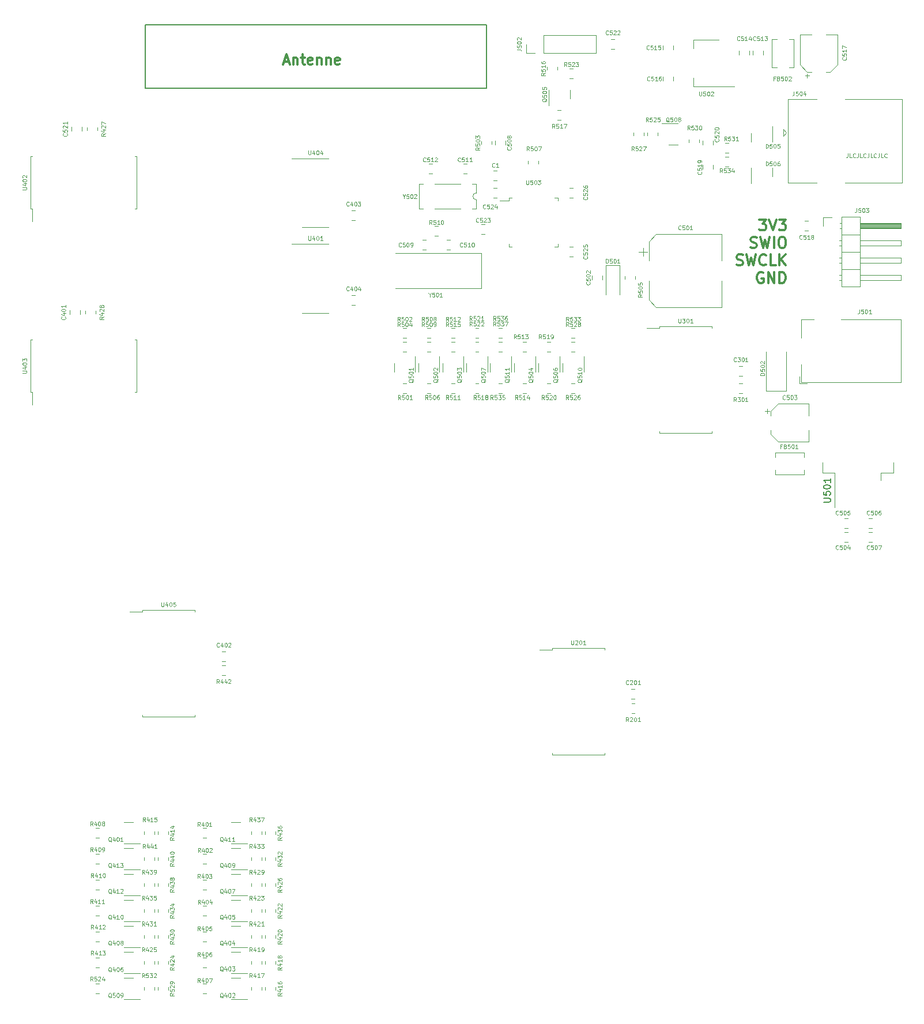
<source format=gbr>
%TF.GenerationSoftware,KiCad,Pcbnew,6.0.7-f9a2dced07~116~ubuntu20.04.1*%
%TF.CreationDate,2022-10-07T18:50:10+02:00*%
%TF.ProjectId,dcf77,64636637-372e-46b6-9963-61645f706362,rev?*%
%TF.SameCoordinates,Original*%
%TF.FileFunction,Legend,Top*%
%TF.FilePolarity,Positive*%
%FSLAX46Y46*%
G04 Gerber Fmt 4.6, Leading zero omitted, Abs format (unit mm)*
G04 Created by KiCad (PCBNEW 6.0.7-f9a2dced07~116~ubuntu20.04.1) date 2022-10-07 18:50:10*
%MOMM*%
%LPD*%
G01*
G04 APERTURE LIST*
%ADD10C,0.200000*%
%ADD11C,0.300000*%
%ADD12C,0.100000*%
%ADD13C,0.150000*%
%ADD14C,0.120000*%
G04 APERTURE END LIST*
D10*
X59309000Y-23587000D02*
X109474000Y-23587000D01*
X109474000Y-23587000D02*
X109474000Y-32893000D01*
X109474000Y-32893000D02*
X59309000Y-32893000D01*
X59309000Y-32893000D02*
X59309000Y-23587000D01*
D11*
X79712857Y-28952000D02*
X80427142Y-28952000D01*
X79570000Y-29380571D02*
X80070000Y-27880571D01*
X80570000Y-29380571D01*
X81070000Y-28380571D02*
X81070000Y-29380571D01*
X81070000Y-28523428D02*
X81141428Y-28452000D01*
X81284285Y-28380571D01*
X81498571Y-28380571D01*
X81641428Y-28452000D01*
X81712857Y-28594857D01*
X81712857Y-29380571D01*
X82212857Y-28380571D02*
X82784285Y-28380571D01*
X82427142Y-27880571D02*
X82427142Y-29166285D01*
X82498571Y-29309142D01*
X82641428Y-29380571D01*
X82784285Y-29380571D01*
X83855714Y-29309142D02*
X83712857Y-29380571D01*
X83427142Y-29380571D01*
X83284285Y-29309142D01*
X83212857Y-29166285D01*
X83212857Y-28594857D01*
X83284285Y-28452000D01*
X83427142Y-28380571D01*
X83712857Y-28380571D01*
X83855714Y-28452000D01*
X83927142Y-28594857D01*
X83927142Y-28737714D01*
X83212857Y-28880571D01*
X84570000Y-28380571D02*
X84570000Y-29380571D01*
X84570000Y-28523428D02*
X84641428Y-28452000D01*
X84784285Y-28380571D01*
X84998571Y-28380571D01*
X85141428Y-28452000D01*
X85212857Y-28594857D01*
X85212857Y-29380571D01*
X85927142Y-28380571D02*
X85927142Y-29380571D01*
X85927142Y-28523428D02*
X85998571Y-28452000D01*
X86141428Y-28380571D01*
X86355714Y-28380571D01*
X86498571Y-28452000D01*
X86570000Y-28594857D01*
X86570000Y-29380571D01*
X87855714Y-29309142D02*
X87712857Y-29380571D01*
X87427142Y-29380571D01*
X87284285Y-29309142D01*
X87212857Y-29166285D01*
X87212857Y-28594857D01*
X87284285Y-28452000D01*
X87427142Y-28380571D01*
X87712857Y-28380571D01*
X87855714Y-28452000D01*
X87927142Y-28594857D01*
X87927142Y-28737714D01*
X87212857Y-28880571D01*
X149538523Y-52155809D02*
X150529000Y-52155809D01*
X149995666Y-52765333D01*
X150224238Y-52765333D01*
X150376619Y-52841523D01*
X150452809Y-52917714D01*
X150529000Y-53070095D01*
X150529000Y-53451047D01*
X150452809Y-53603428D01*
X150376619Y-53679619D01*
X150224238Y-53755809D01*
X149767095Y-53755809D01*
X149614714Y-53679619D01*
X149538523Y-53603428D01*
X150986142Y-52155809D02*
X151519476Y-53755809D01*
X152052809Y-52155809D01*
X152433761Y-52155809D02*
X153424238Y-52155809D01*
X152890904Y-52765333D01*
X153119476Y-52765333D01*
X153271857Y-52841523D01*
X153348047Y-52917714D01*
X153424238Y-53070095D01*
X153424238Y-53451047D01*
X153348047Y-53603428D01*
X153271857Y-53679619D01*
X153119476Y-53755809D01*
X152662333Y-53755809D01*
X152509952Y-53679619D01*
X152433761Y-53603428D01*
X148243285Y-56255619D02*
X148471857Y-56331809D01*
X148852809Y-56331809D01*
X149005190Y-56255619D01*
X149081380Y-56179428D01*
X149157571Y-56027047D01*
X149157571Y-55874666D01*
X149081380Y-55722285D01*
X149005190Y-55646095D01*
X148852809Y-55569904D01*
X148548047Y-55493714D01*
X148395666Y-55417523D01*
X148319476Y-55341333D01*
X148243285Y-55188952D01*
X148243285Y-55036571D01*
X148319476Y-54884190D01*
X148395666Y-54808000D01*
X148548047Y-54731809D01*
X148929000Y-54731809D01*
X149157571Y-54808000D01*
X149690904Y-54731809D02*
X150071857Y-56331809D01*
X150376619Y-55188952D01*
X150681380Y-56331809D01*
X151062333Y-54731809D01*
X151671857Y-56331809D02*
X151671857Y-54731809D01*
X152738523Y-54731809D02*
X153043285Y-54731809D01*
X153195666Y-54808000D01*
X153348047Y-54960380D01*
X153424238Y-55265142D01*
X153424238Y-55798476D01*
X153348047Y-56103238D01*
X153195666Y-56255619D01*
X153043285Y-56331809D01*
X152738523Y-56331809D01*
X152586142Y-56255619D01*
X152433761Y-56103238D01*
X152357571Y-55798476D01*
X152357571Y-55265142D01*
X152433761Y-54960380D01*
X152586142Y-54808000D01*
X152738523Y-54731809D01*
X146186142Y-58831619D02*
X146414714Y-58907809D01*
X146795666Y-58907809D01*
X146948047Y-58831619D01*
X147024238Y-58755428D01*
X147100428Y-58603047D01*
X147100428Y-58450666D01*
X147024238Y-58298285D01*
X146948047Y-58222095D01*
X146795666Y-58145904D01*
X146490904Y-58069714D01*
X146338523Y-57993523D01*
X146262333Y-57917333D01*
X146186142Y-57764952D01*
X146186142Y-57612571D01*
X146262333Y-57460190D01*
X146338523Y-57384000D01*
X146490904Y-57307809D01*
X146871857Y-57307809D01*
X147100428Y-57384000D01*
X147633761Y-57307809D02*
X148014714Y-58907809D01*
X148319476Y-57764952D01*
X148624238Y-58907809D01*
X149005190Y-57307809D01*
X150529000Y-58755428D02*
X150452809Y-58831619D01*
X150224238Y-58907809D01*
X150071857Y-58907809D01*
X149843285Y-58831619D01*
X149690904Y-58679238D01*
X149614714Y-58526857D01*
X149538523Y-58222095D01*
X149538523Y-57993523D01*
X149614714Y-57688761D01*
X149690904Y-57536380D01*
X149843285Y-57384000D01*
X150071857Y-57307809D01*
X150224238Y-57307809D01*
X150452809Y-57384000D01*
X150529000Y-57460190D01*
X151976619Y-58907809D02*
X151214714Y-58907809D01*
X151214714Y-57307809D01*
X152509952Y-58907809D02*
X152509952Y-57307809D01*
X153424238Y-58907809D02*
X152738523Y-57993523D01*
X153424238Y-57307809D02*
X152509952Y-58222095D01*
X150071857Y-59960000D02*
X149919476Y-59883809D01*
X149690904Y-59883809D01*
X149462333Y-59960000D01*
X149309952Y-60112380D01*
X149233761Y-60264761D01*
X149157571Y-60569523D01*
X149157571Y-60798095D01*
X149233761Y-61102857D01*
X149309952Y-61255238D01*
X149462333Y-61407619D01*
X149690904Y-61483809D01*
X149843285Y-61483809D01*
X150071857Y-61407619D01*
X150148047Y-61331428D01*
X150148047Y-60798095D01*
X149843285Y-60798095D01*
X150833761Y-61483809D02*
X150833761Y-59883809D01*
X151748047Y-61483809D01*
X151748047Y-59883809D01*
X152509952Y-61483809D02*
X152509952Y-59883809D01*
X152890904Y-59883809D01*
X153119476Y-59960000D01*
X153271857Y-60112380D01*
X153348047Y-60264761D01*
X153424238Y-60569523D01*
X153424238Y-60798095D01*
X153348047Y-61102857D01*
X153271857Y-61255238D01*
X153119476Y-61407619D01*
X152890904Y-61483809D01*
X152509952Y-61483809D01*
D12*
X162528571Y-42471428D02*
X162528571Y-42900000D01*
X162500000Y-42985714D01*
X162442857Y-43042857D01*
X162357142Y-43071428D01*
X162300000Y-43071428D01*
X163100000Y-43071428D02*
X162814285Y-43071428D01*
X162814285Y-42471428D01*
X163642857Y-43014285D02*
X163614285Y-43042857D01*
X163528571Y-43071428D01*
X163471428Y-43071428D01*
X163385714Y-43042857D01*
X163328571Y-42985714D01*
X163300000Y-42928571D01*
X163271428Y-42814285D01*
X163271428Y-42728571D01*
X163300000Y-42614285D01*
X163328571Y-42557142D01*
X163385714Y-42500000D01*
X163471428Y-42471428D01*
X163528571Y-42471428D01*
X163614285Y-42500000D01*
X163642857Y-42528571D01*
X164071428Y-42471428D02*
X164071428Y-42900000D01*
X164042857Y-42985714D01*
X163985714Y-43042857D01*
X163900000Y-43071428D01*
X163842857Y-43071428D01*
X164642857Y-43071428D02*
X164357142Y-43071428D01*
X164357142Y-42471428D01*
X165185714Y-43014285D02*
X165157142Y-43042857D01*
X165071428Y-43071428D01*
X165014285Y-43071428D01*
X164928571Y-43042857D01*
X164871428Y-42985714D01*
X164842857Y-42928571D01*
X164814285Y-42814285D01*
X164814285Y-42728571D01*
X164842857Y-42614285D01*
X164871428Y-42557142D01*
X164928571Y-42500000D01*
X165014285Y-42471428D01*
X165071428Y-42471428D01*
X165157142Y-42500000D01*
X165185714Y-42528571D01*
X165614285Y-42471428D02*
X165614285Y-42900000D01*
X165585714Y-42985714D01*
X165528571Y-43042857D01*
X165442857Y-43071428D01*
X165385714Y-43071428D01*
X166185714Y-43071428D02*
X165900000Y-43071428D01*
X165900000Y-42471428D01*
X166728571Y-43014285D02*
X166700000Y-43042857D01*
X166614285Y-43071428D01*
X166557142Y-43071428D01*
X166471428Y-43042857D01*
X166414285Y-42985714D01*
X166385714Y-42928571D01*
X166357142Y-42814285D01*
X166357142Y-42728571D01*
X166385714Y-42614285D01*
X166414285Y-42557142D01*
X166471428Y-42500000D01*
X166557142Y-42471428D01*
X166614285Y-42471428D01*
X166700000Y-42500000D01*
X166728571Y-42528571D01*
X167157142Y-42471428D02*
X167157142Y-42900000D01*
X167128571Y-42985714D01*
X167071428Y-43042857D01*
X166985714Y-43071428D01*
X166928571Y-43071428D01*
X167728571Y-43071428D02*
X167442857Y-43071428D01*
X167442857Y-42471428D01*
X168271428Y-43014285D02*
X168242857Y-43042857D01*
X168157142Y-43071428D01*
X168100000Y-43071428D01*
X168014285Y-43042857D01*
X167957142Y-42985714D01*
X167928571Y-42928571D01*
X167900000Y-42814285D01*
X167900000Y-42728571D01*
X167928571Y-42614285D01*
X167957142Y-42557142D01*
X168014285Y-42500000D01*
X168100000Y-42471428D01*
X168157142Y-42471428D01*
X168242857Y-42500000D01*
X168271428Y-42528571D01*
D13*
%TO.C,U501*%
X158964380Y-93662285D02*
X159773904Y-93662285D01*
X159869142Y-93614666D01*
X159916761Y-93567047D01*
X159964380Y-93471809D01*
X159964380Y-93281333D01*
X159916761Y-93186095D01*
X159869142Y-93138476D01*
X159773904Y-93090857D01*
X158964380Y-93090857D01*
X158964380Y-92138476D02*
X158964380Y-92614666D01*
X159440571Y-92662285D01*
X159392952Y-92614666D01*
X159345333Y-92519428D01*
X159345333Y-92281333D01*
X159392952Y-92186095D01*
X159440571Y-92138476D01*
X159535809Y-92090857D01*
X159773904Y-92090857D01*
X159869142Y-92138476D01*
X159916761Y-92186095D01*
X159964380Y-92281333D01*
X159964380Y-92519428D01*
X159916761Y-92614666D01*
X159869142Y-92662285D01*
X158964380Y-91471809D02*
X158964380Y-91376571D01*
X159012000Y-91281333D01*
X159059619Y-91233714D01*
X159154857Y-91186095D01*
X159345333Y-91138476D01*
X159583428Y-91138476D01*
X159773904Y-91186095D01*
X159869142Y-91233714D01*
X159916761Y-91281333D01*
X159964380Y-91376571D01*
X159964380Y-91471809D01*
X159916761Y-91567047D01*
X159869142Y-91614666D01*
X159773904Y-91662285D01*
X159583428Y-91709904D01*
X159345333Y-91709904D01*
X159154857Y-91662285D01*
X159059619Y-91614666D01*
X159012000Y-91567047D01*
X158964380Y-91471809D01*
X159964380Y-90186095D02*
X159964380Y-90757523D01*
X159964380Y-90471809D02*
X158964380Y-90471809D01*
X159107238Y-90567047D01*
X159202476Y-90662285D01*
X159250095Y-90757523D01*
D12*
%TO.C,R433*%
X75028571Y-144471428D02*
X74828571Y-144185714D01*
X74685714Y-144471428D02*
X74685714Y-143871428D01*
X74914285Y-143871428D01*
X74971428Y-143900000D01*
X75000000Y-143928571D01*
X75028571Y-143985714D01*
X75028571Y-144071428D01*
X75000000Y-144128571D01*
X74971428Y-144157142D01*
X74914285Y-144185714D01*
X74685714Y-144185714D01*
X75542857Y-144071428D02*
X75542857Y-144471428D01*
X75400000Y-143842857D02*
X75257142Y-144271428D01*
X75628571Y-144271428D01*
X75800000Y-143871428D02*
X76171428Y-143871428D01*
X75971428Y-144100000D01*
X76057142Y-144100000D01*
X76114285Y-144128571D01*
X76142857Y-144157142D01*
X76171428Y-144214285D01*
X76171428Y-144357142D01*
X76142857Y-144414285D01*
X76114285Y-144442857D01*
X76057142Y-144471428D01*
X75885714Y-144471428D01*
X75828571Y-144442857D01*
X75800000Y-144414285D01*
X76371428Y-143871428D02*
X76742857Y-143871428D01*
X76542857Y-144100000D01*
X76628571Y-144100000D01*
X76685714Y-144128571D01*
X76714285Y-144157142D01*
X76742857Y-144214285D01*
X76742857Y-144357142D01*
X76714285Y-144414285D01*
X76685714Y-144442857D01*
X76628571Y-144471428D01*
X76457142Y-144471428D01*
X76400000Y-144442857D01*
X76371428Y-144414285D01*
%TO.C,R421*%
X75028571Y-155871428D02*
X74828571Y-155585714D01*
X74685714Y-155871428D02*
X74685714Y-155271428D01*
X74914285Y-155271428D01*
X74971428Y-155300000D01*
X75000000Y-155328571D01*
X75028571Y-155385714D01*
X75028571Y-155471428D01*
X75000000Y-155528571D01*
X74971428Y-155557142D01*
X74914285Y-155585714D01*
X74685714Y-155585714D01*
X75542857Y-155471428D02*
X75542857Y-155871428D01*
X75400000Y-155242857D02*
X75257142Y-155671428D01*
X75628571Y-155671428D01*
X75828571Y-155328571D02*
X75857142Y-155300000D01*
X75914285Y-155271428D01*
X76057142Y-155271428D01*
X76114285Y-155300000D01*
X76142857Y-155328571D01*
X76171428Y-155385714D01*
X76171428Y-155442857D01*
X76142857Y-155528571D01*
X75800000Y-155871428D01*
X76171428Y-155871428D01*
X76742857Y-155871428D02*
X76400000Y-155871428D01*
X76571428Y-155871428D02*
X76571428Y-155271428D01*
X76514285Y-155357142D01*
X76457142Y-155414285D01*
X76400000Y-155442857D01*
%TO.C,U405*%
X61709428Y-108369428D02*
X61709428Y-108855142D01*
X61738000Y-108912285D01*
X61766571Y-108940857D01*
X61823714Y-108969428D01*
X61938000Y-108969428D01*
X61995142Y-108940857D01*
X62023714Y-108912285D01*
X62052285Y-108855142D01*
X62052285Y-108369428D01*
X62595142Y-108569428D02*
X62595142Y-108969428D01*
X62452285Y-108340857D02*
X62309428Y-108769428D01*
X62680857Y-108769428D01*
X63023714Y-108369428D02*
X63080857Y-108369428D01*
X63138000Y-108398000D01*
X63166571Y-108426571D01*
X63195142Y-108483714D01*
X63223714Y-108598000D01*
X63223714Y-108740857D01*
X63195142Y-108855142D01*
X63166571Y-108912285D01*
X63138000Y-108940857D01*
X63080857Y-108969428D01*
X63023714Y-108969428D01*
X62966571Y-108940857D01*
X62938000Y-108912285D01*
X62909428Y-108855142D01*
X62880857Y-108740857D01*
X62880857Y-108598000D01*
X62909428Y-108483714D01*
X62938000Y-108426571D01*
X62966571Y-108398000D01*
X63023714Y-108369428D01*
X63766571Y-108369428D02*
X63480857Y-108369428D01*
X63452285Y-108655142D01*
X63480857Y-108626571D01*
X63538000Y-108598000D01*
X63680857Y-108598000D01*
X63738000Y-108626571D01*
X63766571Y-108655142D01*
X63795142Y-108712285D01*
X63795142Y-108855142D01*
X63766571Y-108912285D01*
X63738000Y-108940857D01*
X63680857Y-108969428D01*
X63538000Y-108969428D01*
X63480857Y-108940857D01*
X63452285Y-108912285D01*
%TO.C,Q409*%
X70771428Y-147328571D02*
X70714285Y-147300000D01*
X70657142Y-147242857D01*
X70571428Y-147157142D01*
X70514285Y-147128571D01*
X70457142Y-147128571D01*
X70485714Y-147271428D02*
X70428571Y-147242857D01*
X70371428Y-147185714D01*
X70342857Y-147071428D01*
X70342857Y-146871428D01*
X70371428Y-146757142D01*
X70428571Y-146700000D01*
X70485714Y-146671428D01*
X70600000Y-146671428D01*
X70657142Y-146700000D01*
X70714285Y-146757142D01*
X70742857Y-146871428D01*
X70742857Y-147071428D01*
X70714285Y-147185714D01*
X70657142Y-147242857D01*
X70600000Y-147271428D01*
X70485714Y-147271428D01*
X71257142Y-146871428D02*
X71257142Y-147271428D01*
X71114285Y-146642857D02*
X70971428Y-147071428D01*
X71342857Y-147071428D01*
X71685714Y-146671428D02*
X71742857Y-146671428D01*
X71800000Y-146700000D01*
X71828571Y-146728571D01*
X71857142Y-146785714D01*
X71885714Y-146900000D01*
X71885714Y-147042857D01*
X71857142Y-147157142D01*
X71828571Y-147214285D01*
X71800000Y-147242857D01*
X71742857Y-147271428D01*
X71685714Y-147271428D01*
X71628571Y-147242857D01*
X71600000Y-147214285D01*
X71571428Y-147157142D01*
X71542857Y-147042857D01*
X71542857Y-146900000D01*
X71571428Y-146785714D01*
X71600000Y-146728571D01*
X71628571Y-146700000D01*
X71685714Y-146671428D01*
X72171428Y-147271428D02*
X72285714Y-147271428D01*
X72342857Y-147242857D01*
X72371428Y-147214285D01*
X72428571Y-147128571D01*
X72457142Y-147014285D01*
X72457142Y-146785714D01*
X72428571Y-146728571D01*
X72400000Y-146700000D01*
X72342857Y-146671428D01*
X72228571Y-146671428D01*
X72171428Y-146700000D01*
X72142857Y-146728571D01*
X72114285Y-146785714D01*
X72114285Y-146928571D01*
X72142857Y-146985714D01*
X72171428Y-147014285D01*
X72228571Y-147042857D01*
X72342857Y-147042857D01*
X72400000Y-147014285D01*
X72428571Y-146985714D01*
X72457142Y-146928571D01*
%TO.C,C513*%
X148980062Y-25804383D02*
X148951491Y-25832955D01*
X148865776Y-25861526D01*
X148808633Y-25861526D01*
X148722919Y-25832955D01*
X148665776Y-25775812D01*
X148637205Y-25718669D01*
X148608633Y-25604383D01*
X148608633Y-25518669D01*
X148637205Y-25404383D01*
X148665776Y-25347240D01*
X148722919Y-25290098D01*
X148808633Y-25261526D01*
X148865776Y-25261526D01*
X148951491Y-25290098D01*
X148980062Y-25318669D01*
X149522919Y-25261526D02*
X149237205Y-25261526D01*
X149208633Y-25547240D01*
X149237205Y-25518669D01*
X149294348Y-25490098D01*
X149437205Y-25490098D01*
X149494348Y-25518669D01*
X149522919Y-25547240D01*
X149551491Y-25604383D01*
X149551491Y-25747240D01*
X149522919Y-25804383D01*
X149494348Y-25832955D01*
X149437205Y-25861526D01*
X149294348Y-25861526D01*
X149237205Y-25832955D01*
X149208633Y-25804383D01*
X150122919Y-25861526D02*
X149780062Y-25861526D01*
X149951491Y-25861526D02*
X149951491Y-25261526D01*
X149894348Y-25347240D01*
X149837205Y-25404383D01*
X149780062Y-25432955D01*
X150322919Y-25261526D02*
X150694348Y-25261526D01*
X150494348Y-25490098D01*
X150580062Y-25490098D01*
X150637205Y-25518669D01*
X150665776Y-25547240D01*
X150694348Y-25604383D01*
X150694348Y-25747240D01*
X150665776Y-25804383D01*
X150637205Y-25832955D01*
X150580062Y-25861526D01*
X150408633Y-25861526D01*
X150351491Y-25832955D01*
X150322919Y-25804383D01*
%TO.C,Q404*%
X70771428Y-158728571D02*
X70714285Y-158700000D01*
X70657142Y-158642857D01*
X70571428Y-158557142D01*
X70514285Y-158528571D01*
X70457142Y-158528571D01*
X70485714Y-158671428D02*
X70428571Y-158642857D01*
X70371428Y-158585714D01*
X70342857Y-158471428D01*
X70342857Y-158271428D01*
X70371428Y-158157142D01*
X70428571Y-158100000D01*
X70485714Y-158071428D01*
X70600000Y-158071428D01*
X70657142Y-158100000D01*
X70714285Y-158157142D01*
X70742857Y-158271428D01*
X70742857Y-158471428D01*
X70714285Y-158585714D01*
X70657142Y-158642857D01*
X70600000Y-158671428D01*
X70485714Y-158671428D01*
X71257142Y-158271428D02*
X71257142Y-158671428D01*
X71114285Y-158042857D02*
X70971428Y-158471428D01*
X71342857Y-158471428D01*
X71685714Y-158071428D02*
X71742857Y-158071428D01*
X71800000Y-158100000D01*
X71828571Y-158128571D01*
X71857142Y-158185714D01*
X71885714Y-158300000D01*
X71885714Y-158442857D01*
X71857142Y-158557142D01*
X71828571Y-158614285D01*
X71800000Y-158642857D01*
X71742857Y-158671428D01*
X71685714Y-158671428D01*
X71628571Y-158642857D01*
X71600000Y-158614285D01*
X71571428Y-158557142D01*
X71542857Y-158442857D01*
X71542857Y-158300000D01*
X71571428Y-158185714D01*
X71600000Y-158128571D01*
X71628571Y-158100000D01*
X71685714Y-158071428D01*
X72400000Y-158271428D02*
X72400000Y-158671428D01*
X72257142Y-158042857D02*
X72114285Y-158471428D01*
X72485714Y-158471428D01*
%TO.C,R519*%
X117528571Y-69671428D02*
X117328571Y-69385714D01*
X117185714Y-69671428D02*
X117185714Y-69071428D01*
X117414285Y-69071428D01*
X117471428Y-69100000D01*
X117500000Y-69128571D01*
X117528571Y-69185714D01*
X117528571Y-69271428D01*
X117500000Y-69328571D01*
X117471428Y-69357142D01*
X117414285Y-69385714D01*
X117185714Y-69385714D01*
X118071428Y-69071428D02*
X117785714Y-69071428D01*
X117757142Y-69357142D01*
X117785714Y-69328571D01*
X117842857Y-69300000D01*
X117985714Y-69300000D01*
X118042857Y-69328571D01*
X118071428Y-69357142D01*
X118100000Y-69414285D01*
X118100000Y-69557142D01*
X118071428Y-69614285D01*
X118042857Y-69642857D01*
X117985714Y-69671428D01*
X117842857Y-69671428D01*
X117785714Y-69642857D01*
X117757142Y-69614285D01*
X118671428Y-69671428D02*
X118328571Y-69671428D01*
X118500000Y-69671428D02*
X118500000Y-69071428D01*
X118442857Y-69157142D01*
X118385714Y-69214285D01*
X118328571Y-69242857D01*
X118957142Y-69671428D02*
X119071428Y-69671428D01*
X119128571Y-69642857D01*
X119157142Y-69614285D01*
X119214285Y-69528571D01*
X119242857Y-69414285D01*
X119242857Y-69185714D01*
X119214285Y-69128571D01*
X119185714Y-69100000D01*
X119128571Y-69071428D01*
X119014285Y-69071428D01*
X118957142Y-69100000D01*
X118928571Y-69128571D01*
X118900000Y-69185714D01*
X118900000Y-69328571D01*
X118928571Y-69385714D01*
X118957142Y-69414285D01*
X119014285Y-69442857D01*
X119128571Y-69442857D01*
X119185714Y-69414285D01*
X119214285Y-69385714D01*
X119242857Y-69328571D01*
%TO.C,Q505*%
X118328571Y-34410571D02*
X118300000Y-34467714D01*
X118242857Y-34524857D01*
X118157142Y-34610571D01*
X118128571Y-34667714D01*
X118128571Y-34724857D01*
X118271428Y-34696285D02*
X118242857Y-34753428D01*
X118185714Y-34810571D01*
X118071428Y-34839142D01*
X117871428Y-34839142D01*
X117757142Y-34810571D01*
X117700000Y-34753428D01*
X117671428Y-34696285D01*
X117671428Y-34582000D01*
X117700000Y-34524857D01*
X117757142Y-34467714D01*
X117871428Y-34439142D01*
X118071428Y-34439142D01*
X118185714Y-34467714D01*
X118242857Y-34524857D01*
X118271428Y-34582000D01*
X118271428Y-34696285D01*
X117671428Y-33896285D02*
X117671428Y-34182000D01*
X117957142Y-34210571D01*
X117928571Y-34182000D01*
X117900000Y-34124857D01*
X117900000Y-33982000D01*
X117928571Y-33924857D01*
X117957142Y-33896285D01*
X118014285Y-33867714D01*
X118157142Y-33867714D01*
X118214285Y-33896285D01*
X118242857Y-33924857D01*
X118271428Y-33982000D01*
X118271428Y-34124857D01*
X118242857Y-34182000D01*
X118214285Y-34210571D01*
X117671428Y-33496285D02*
X117671428Y-33439142D01*
X117700000Y-33382000D01*
X117728571Y-33353428D01*
X117785714Y-33324857D01*
X117900000Y-33296285D01*
X118042857Y-33296285D01*
X118157142Y-33324857D01*
X118214285Y-33353428D01*
X118242857Y-33382000D01*
X118271428Y-33439142D01*
X118271428Y-33496285D01*
X118242857Y-33553428D01*
X118214285Y-33582000D01*
X118157142Y-33610571D01*
X118042857Y-33639142D01*
X117900000Y-33639142D01*
X117785714Y-33610571D01*
X117728571Y-33582000D01*
X117700000Y-33553428D01*
X117671428Y-33496285D01*
X117671428Y-32753428D02*
X117671428Y-33039142D01*
X117957142Y-33067714D01*
X117928571Y-33039142D01*
X117900000Y-32982000D01*
X117900000Y-32839142D01*
X117928571Y-32782000D01*
X117957142Y-32753428D01*
X118014285Y-32724857D01*
X118157142Y-32724857D01*
X118214285Y-32753428D01*
X118242857Y-32782000D01*
X118271428Y-32839142D01*
X118271428Y-32982000D01*
X118242857Y-33039142D01*
X118214285Y-33067714D01*
%TO.C,D506*%
X150485714Y-44271428D02*
X150485714Y-43671428D01*
X150628571Y-43671428D01*
X150714285Y-43700000D01*
X150771428Y-43757142D01*
X150800000Y-43814285D01*
X150828571Y-43928571D01*
X150828571Y-44014285D01*
X150800000Y-44128571D01*
X150771428Y-44185714D01*
X150714285Y-44242857D01*
X150628571Y-44271428D01*
X150485714Y-44271428D01*
X151371428Y-43671428D02*
X151085714Y-43671428D01*
X151057142Y-43957142D01*
X151085714Y-43928571D01*
X151142857Y-43900000D01*
X151285714Y-43900000D01*
X151342857Y-43928571D01*
X151371428Y-43957142D01*
X151400000Y-44014285D01*
X151400000Y-44157142D01*
X151371428Y-44214285D01*
X151342857Y-44242857D01*
X151285714Y-44271428D01*
X151142857Y-44271428D01*
X151085714Y-44242857D01*
X151057142Y-44214285D01*
X151771428Y-43671428D02*
X151828571Y-43671428D01*
X151885714Y-43700000D01*
X151914285Y-43728571D01*
X151942857Y-43785714D01*
X151971428Y-43900000D01*
X151971428Y-44042857D01*
X151942857Y-44157142D01*
X151914285Y-44214285D01*
X151885714Y-44242857D01*
X151828571Y-44271428D01*
X151771428Y-44271428D01*
X151714285Y-44242857D01*
X151685714Y-44214285D01*
X151657142Y-44157142D01*
X151628571Y-44042857D01*
X151628571Y-43900000D01*
X151657142Y-43785714D01*
X151685714Y-43728571D01*
X151714285Y-43700000D01*
X151771428Y-43671428D01*
X152485714Y-43671428D02*
X152371428Y-43671428D01*
X152314285Y-43700000D01*
X152285714Y-43728571D01*
X152228571Y-43814285D01*
X152200000Y-43928571D01*
X152200000Y-44157142D01*
X152228571Y-44214285D01*
X152257142Y-44242857D01*
X152314285Y-44271428D01*
X152428571Y-44271428D01*
X152485714Y-44242857D01*
X152514285Y-44214285D01*
X152542857Y-44157142D01*
X152542857Y-44014285D01*
X152514285Y-43957142D01*
X152485714Y-43928571D01*
X152428571Y-43900000D01*
X152314285Y-43900000D01*
X152257142Y-43928571D01*
X152228571Y-43957142D01*
X152200000Y-44014285D01*
%TO.C,C522*%
X127344571Y-24950285D02*
X127316000Y-24978857D01*
X127230285Y-25007428D01*
X127173142Y-25007428D01*
X127087428Y-24978857D01*
X127030285Y-24921714D01*
X127001714Y-24864571D01*
X126973142Y-24750285D01*
X126973142Y-24664571D01*
X127001714Y-24550285D01*
X127030285Y-24493142D01*
X127087428Y-24436000D01*
X127173142Y-24407428D01*
X127230285Y-24407428D01*
X127316000Y-24436000D01*
X127344571Y-24464571D01*
X127887428Y-24407428D02*
X127601714Y-24407428D01*
X127573142Y-24693142D01*
X127601714Y-24664571D01*
X127658857Y-24636000D01*
X127801714Y-24636000D01*
X127858857Y-24664571D01*
X127887428Y-24693142D01*
X127916000Y-24750285D01*
X127916000Y-24893142D01*
X127887428Y-24950285D01*
X127858857Y-24978857D01*
X127801714Y-25007428D01*
X127658857Y-25007428D01*
X127601714Y-24978857D01*
X127573142Y-24950285D01*
X128144571Y-24464571D02*
X128173142Y-24436000D01*
X128230285Y-24407428D01*
X128373142Y-24407428D01*
X128430285Y-24436000D01*
X128458857Y-24464571D01*
X128487428Y-24521714D01*
X128487428Y-24578857D01*
X128458857Y-24664571D01*
X128116000Y-25007428D01*
X128487428Y-25007428D01*
X128716000Y-24464571D02*
X128744571Y-24436000D01*
X128801714Y-24407428D01*
X128944571Y-24407428D01*
X129001714Y-24436000D01*
X129030285Y-24464571D01*
X129058857Y-24521714D01*
X129058857Y-24578857D01*
X129030285Y-24664571D01*
X128687428Y-25007428D01*
X129058857Y-25007428D01*
%TO.C,R441*%
X59328571Y-144471428D02*
X59128571Y-144185714D01*
X58985714Y-144471428D02*
X58985714Y-143871428D01*
X59214285Y-143871428D01*
X59271428Y-143900000D01*
X59300000Y-143928571D01*
X59328571Y-143985714D01*
X59328571Y-144071428D01*
X59300000Y-144128571D01*
X59271428Y-144157142D01*
X59214285Y-144185714D01*
X58985714Y-144185714D01*
X59842857Y-144071428D02*
X59842857Y-144471428D01*
X59700000Y-143842857D02*
X59557142Y-144271428D01*
X59928571Y-144271428D01*
X60414285Y-144071428D02*
X60414285Y-144471428D01*
X60271428Y-143842857D02*
X60128571Y-144271428D01*
X60500000Y-144271428D01*
X61042857Y-144471428D02*
X60700000Y-144471428D01*
X60871428Y-144471428D02*
X60871428Y-143871428D01*
X60814285Y-143957142D01*
X60757142Y-144014285D01*
X60700000Y-144042857D01*
%TO.C,R438*%
X63571428Y-150531428D02*
X63285714Y-150731428D01*
X63571428Y-150874285D02*
X62971428Y-150874285D01*
X62971428Y-150645714D01*
X63000000Y-150588571D01*
X63028571Y-150560000D01*
X63085714Y-150531428D01*
X63171428Y-150531428D01*
X63228571Y-150560000D01*
X63257142Y-150588571D01*
X63285714Y-150645714D01*
X63285714Y-150874285D01*
X63171428Y-150017142D02*
X63571428Y-150017142D01*
X62942857Y-150160000D02*
X63371428Y-150302857D01*
X63371428Y-149931428D01*
X62971428Y-149760000D02*
X62971428Y-149388571D01*
X63200000Y-149588571D01*
X63200000Y-149502857D01*
X63228571Y-149445714D01*
X63257142Y-149417142D01*
X63314285Y-149388571D01*
X63457142Y-149388571D01*
X63514285Y-149417142D01*
X63542857Y-149445714D01*
X63571428Y-149502857D01*
X63571428Y-149674285D01*
X63542857Y-149731428D01*
X63514285Y-149760000D01*
X63228571Y-149045714D02*
X63200000Y-149102857D01*
X63171428Y-149131428D01*
X63114285Y-149160000D01*
X63085714Y-149160000D01*
X63028571Y-149131428D01*
X63000000Y-149102857D01*
X62971428Y-149045714D01*
X62971428Y-148931428D01*
X63000000Y-148874285D01*
X63028571Y-148845714D01*
X63085714Y-148817142D01*
X63114285Y-148817142D01*
X63171428Y-148845714D01*
X63200000Y-148874285D01*
X63228571Y-148931428D01*
X63228571Y-149045714D01*
X63257142Y-149102857D01*
X63285714Y-149131428D01*
X63342857Y-149160000D01*
X63457142Y-149160000D01*
X63514285Y-149131428D01*
X63542857Y-149102857D01*
X63571428Y-149045714D01*
X63571428Y-148931428D01*
X63542857Y-148874285D01*
X63514285Y-148845714D01*
X63457142Y-148817142D01*
X63342857Y-148817142D01*
X63285714Y-148845714D01*
X63257142Y-148874285D01*
X63228571Y-148931428D01*
%TO.C,R515*%
X103873071Y-67871428D02*
X103673071Y-67585714D01*
X103530214Y-67871428D02*
X103530214Y-67271428D01*
X103758785Y-67271428D01*
X103815928Y-67300000D01*
X103844500Y-67328571D01*
X103873071Y-67385714D01*
X103873071Y-67471428D01*
X103844500Y-67528571D01*
X103815928Y-67557142D01*
X103758785Y-67585714D01*
X103530214Y-67585714D01*
X104415928Y-67271428D02*
X104130214Y-67271428D01*
X104101642Y-67557142D01*
X104130214Y-67528571D01*
X104187357Y-67500000D01*
X104330214Y-67500000D01*
X104387357Y-67528571D01*
X104415928Y-67557142D01*
X104444500Y-67614285D01*
X104444500Y-67757142D01*
X104415928Y-67814285D01*
X104387357Y-67842857D01*
X104330214Y-67871428D01*
X104187357Y-67871428D01*
X104130214Y-67842857D01*
X104101642Y-67814285D01*
X105015928Y-67871428D02*
X104673071Y-67871428D01*
X104844500Y-67871428D02*
X104844500Y-67271428D01*
X104787357Y-67357142D01*
X104730214Y-67414285D01*
X104673071Y-67442857D01*
X105558785Y-67271428D02*
X105273071Y-67271428D01*
X105244500Y-67557142D01*
X105273071Y-67528571D01*
X105330214Y-67500000D01*
X105473071Y-67500000D01*
X105530214Y-67528571D01*
X105558785Y-67557142D01*
X105587357Y-67614285D01*
X105587357Y-67757142D01*
X105558785Y-67814285D01*
X105530214Y-67842857D01*
X105473071Y-67871428D01*
X105330214Y-67871428D01*
X105273071Y-67842857D01*
X105244500Y-67814285D01*
%TO.C,R436*%
X79371428Y-142911428D02*
X79085714Y-143111428D01*
X79371428Y-143254285D02*
X78771428Y-143254285D01*
X78771428Y-143025714D01*
X78800000Y-142968571D01*
X78828571Y-142940000D01*
X78885714Y-142911428D01*
X78971428Y-142911428D01*
X79028571Y-142940000D01*
X79057142Y-142968571D01*
X79085714Y-143025714D01*
X79085714Y-143254285D01*
X78971428Y-142397142D02*
X79371428Y-142397142D01*
X78742857Y-142540000D02*
X79171428Y-142682857D01*
X79171428Y-142311428D01*
X78771428Y-142140000D02*
X78771428Y-141768571D01*
X79000000Y-141968571D01*
X79000000Y-141882857D01*
X79028571Y-141825714D01*
X79057142Y-141797142D01*
X79114285Y-141768571D01*
X79257142Y-141768571D01*
X79314285Y-141797142D01*
X79342857Y-141825714D01*
X79371428Y-141882857D01*
X79371428Y-142054285D01*
X79342857Y-142111428D01*
X79314285Y-142140000D01*
X78771428Y-141254285D02*
X78771428Y-141368571D01*
X78800000Y-141425714D01*
X78828571Y-141454285D01*
X78914285Y-141511428D01*
X79028571Y-141540000D01*
X79257142Y-141540000D01*
X79314285Y-141511428D01*
X79342857Y-141482857D01*
X79371428Y-141425714D01*
X79371428Y-141311428D01*
X79342857Y-141254285D01*
X79314285Y-141225714D01*
X79257142Y-141197142D01*
X79114285Y-141197142D01*
X79057142Y-141225714D01*
X79028571Y-141254285D01*
X79000000Y-141311428D01*
X79000000Y-141425714D01*
X79028571Y-141482857D01*
X79057142Y-141511428D01*
X79114285Y-141540000D01*
%TO.C,R417*%
X75028571Y-163471428D02*
X74828571Y-163185714D01*
X74685714Y-163471428D02*
X74685714Y-162871428D01*
X74914285Y-162871428D01*
X74971428Y-162900000D01*
X75000000Y-162928571D01*
X75028571Y-162985714D01*
X75028571Y-163071428D01*
X75000000Y-163128571D01*
X74971428Y-163157142D01*
X74914285Y-163185714D01*
X74685714Y-163185714D01*
X75542857Y-163071428D02*
X75542857Y-163471428D01*
X75400000Y-162842857D02*
X75257142Y-163271428D01*
X75628571Y-163271428D01*
X76171428Y-163471428D02*
X75828571Y-163471428D01*
X76000000Y-163471428D02*
X76000000Y-162871428D01*
X75942857Y-162957142D01*
X75885714Y-163014285D01*
X75828571Y-163042857D01*
X76371428Y-162871428D02*
X76771428Y-162871428D01*
X76514285Y-163471428D01*
%TO.C,C523*%
X108294571Y-52514285D02*
X108266000Y-52542857D01*
X108180285Y-52571428D01*
X108123142Y-52571428D01*
X108037428Y-52542857D01*
X107980285Y-52485714D01*
X107951714Y-52428571D01*
X107923142Y-52314285D01*
X107923142Y-52228571D01*
X107951714Y-52114285D01*
X107980285Y-52057142D01*
X108037428Y-52000000D01*
X108123142Y-51971428D01*
X108180285Y-51971428D01*
X108266000Y-52000000D01*
X108294571Y-52028571D01*
X108837428Y-51971428D02*
X108551714Y-51971428D01*
X108523142Y-52257142D01*
X108551714Y-52228571D01*
X108608857Y-52200000D01*
X108751714Y-52200000D01*
X108808857Y-52228571D01*
X108837428Y-52257142D01*
X108866000Y-52314285D01*
X108866000Y-52457142D01*
X108837428Y-52514285D01*
X108808857Y-52542857D01*
X108751714Y-52571428D01*
X108608857Y-52571428D01*
X108551714Y-52542857D01*
X108523142Y-52514285D01*
X109094571Y-52028571D02*
X109123142Y-52000000D01*
X109180285Y-51971428D01*
X109323142Y-51971428D01*
X109380285Y-52000000D01*
X109408857Y-52028571D01*
X109437428Y-52085714D01*
X109437428Y-52142857D01*
X109408857Y-52228571D01*
X109066000Y-52571428D01*
X109437428Y-52571428D01*
X109637428Y-51971428D02*
X110008857Y-51971428D01*
X109808857Y-52200000D01*
X109894571Y-52200000D01*
X109951714Y-52228571D01*
X109980285Y-52257142D01*
X110008857Y-52314285D01*
X110008857Y-52457142D01*
X109980285Y-52514285D01*
X109951714Y-52542857D01*
X109894571Y-52571428D01*
X109723142Y-52571428D01*
X109666000Y-52542857D01*
X109637428Y-52514285D01*
%TO.C,J501*%
X164238571Y-65363928D02*
X164238571Y-65792500D01*
X164210000Y-65878214D01*
X164152857Y-65935357D01*
X164067142Y-65963928D01*
X164010000Y-65963928D01*
X164810000Y-65363928D02*
X164524285Y-65363928D01*
X164495714Y-65649642D01*
X164524285Y-65621071D01*
X164581428Y-65592500D01*
X164724285Y-65592500D01*
X164781428Y-65621071D01*
X164810000Y-65649642D01*
X164838571Y-65706785D01*
X164838571Y-65849642D01*
X164810000Y-65906785D01*
X164781428Y-65935357D01*
X164724285Y-65963928D01*
X164581428Y-65963928D01*
X164524285Y-65935357D01*
X164495714Y-65906785D01*
X165210000Y-65363928D02*
X165267142Y-65363928D01*
X165324285Y-65392500D01*
X165352857Y-65421071D01*
X165381428Y-65478214D01*
X165410000Y-65592500D01*
X165410000Y-65735357D01*
X165381428Y-65849642D01*
X165352857Y-65906785D01*
X165324285Y-65935357D01*
X165267142Y-65963928D01*
X165210000Y-65963928D01*
X165152857Y-65935357D01*
X165124285Y-65906785D01*
X165095714Y-65849642D01*
X165067142Y-65735357D01*
X165067142Y-65592500D01*
X165095714Y-65478214D01*
X165124285Y-65421071D01*
X165152857Y-65392500D01*
X165210000Y-65363928D01*
X165981428Y-65963928D02*
X165638571Y-65963928D01*
X165810000Y-65963928D02*
X165810000Y-65363928D01*
X165752857Y-65449642D01*
X165695714Y-65506785D01*
X165638571Y-65535357D01*
%TO.C,Q401*%
X54371428Y-143528571D02*
X54314285Y-143500000D01*
X54257142Y-143442857D01*
X54171428Y-143357142D01*
X54114285Y-143328571D01*
X54057142Y-143328571D01*
X54085714Y-143471428D02*
X54028571Y-143442857D01*
X53971428Y-143385714D01*
X53942857Y-143271428D01*
X53942857Y-143071428D01*
X53971428Y-142957142D01*
X54028571Y-142900000D01*
X54085714Y-142871428D01*
X54200000Y-142871428D01*
X54257142Y-142900000D01*
X54314285Y-142957142D01*
X54342857Y-143071428D01*
X54342857Y-143271428D01*
X54314285Y-143385714D01*
X54257142Y-143442857D01*
X54200000Y-143471428D01*
X54085714Y-143471428D01*
X54857142Y-143071428D02*
X54857142Y-143471428D01*
X54714285Y-142842857D02*
X54571428Y-143271428D01*
X54942857Y-143271428D01*
X55285714Y-142871428D02*
X55342857Y-142871428D01*
X55400000Y-142900000D01*
X55428571Y-142928571D01*
X55457142Y-142985714D01*
X55485714Y-143100000D01*
X55485714Y-143242857D01*
X55457142Y-143357142D01*
X55428571Y-143414285D01*
X55400000Y-143442857D01*
X55342857Y-143471428D01*
X55285714Y-143471428D01*
X55228571Y-143442857D01*
X55200000Y-143414285D01*
X55171428Y-143357142D01*
X55142857Y-143242857D01*
X55142857Y-143100000D01*
X55171428Y-142985714D01*
X55200000Y-142928571D01*
X55228571Y-142900000D01*
X55285714Y-142871428D01*
X56057142Y-143471428D02*
X55714285Y-143471428D01*
X55885714Y-143471428D02*
X55885714Y-142871428D01*
X55828571Y-142957142D01*
X55771428Y-143014285D01*
X55714285Y-143042857D01*
%TO.C,R512*%
X103873071Y-67071428D02*
X103673071Y-66785714D01*
X103530214Y-67071428D02*
X103530214Y-66471428D01*
X103758785Y-66471428D01*
X103815928Y-66500000D01*
X103844500Y-66528571D01*
X103873071Y-66585714D01*
X103873071Y-66671428D01*
X103844500Y-66728571D01*
X103815928Y-66757142D01*
X103758785Y-66785714D01*
X103530214Y-66785714D01*
X104415928Y-66471428D02*
X104130214Y-66471428D01*
X104101642Y-66757142D01*
X104130214Y-66728571D01*
X104187357Y-66700000D01*
X104330214Y-66700000D01*
X104387357Y-66728571D01*
X104415928Y-66757142D01*
X104444500Y-66814285D01*
X104444500Y-66957142D01*
X104415928Y-67014285D01*
X104387357Y-67042857D01*
X104330214Y-67071428D01*
X104187357Y-67071428D01*
X104130214Y-67042857D01*
X104101642Y-67014285D01*
X105015928Y-67071428D02*
X104673071Y-67071428D01*
X104844500Y-67071428D02*
X104844500Y-66471428D01*
X104787357Y-66557142D01*
X104730214Y-66614285D01*
X104673071Y-66642857D01*
X105244500Y-66528571D02*
X105273071Y-66500000D01*
X105330214Y-66471428D01*
X105473071Y-66471428D01*
X105530214Y-66500000D01*
X105558785Y-66528571D01*
X105587357Y-66585714D01*
X105587357Y-66642857D01*
X105558785Y-66728571D01*
X105215928Y-67071428D01*
X105587357Y-67071428D01*
%TO.C,C504*%
X161126571Y-100544285D02*
X161098000Y-100572857D01*
X161012285Y-100601428D01*
X160955142Y-100601428D01*
X160869428Y-100572857D01*
X160812285Y-100515714D01*
X160783714Y-100458571D01*
X160755142Y-100344285D01*
X160755142Y-100258571D01*
X160783714Y-100144285D01*
X160812285Y-100087142D01*
X160869428Y-100030000D01*
X160955142Y-100001428D01*
X161012285Y-100001428D01*
X161098000Y-100030000D01*
X161126571Y-100058571D01*
X161669428Y-100001428D02*
X161383714Y-100001428D01*
X161355142Y-100287142D01*
X161383714Y-100258571D01*
X161440857Y-100230000D01*
X161583714Y-100230000D01*
X161640857Y-100258571D01*
X161669428Y-100287142D01*
X161698000Y-100344285D01*
X161698000Y-100487142D01*
X161669428Y-100544285D01*
X161640857Y-100572857D01*
X161583714Y-100601428D01*
X161440857Y-100601428D01*
X161383714Y-100572857D01*
X161355142Y-100544285D01*
X162069428Y-100001428D02*
X162126571Y-100001428D01*
X162183714Y-100030000D01*
X162212285Y-100058571D01*
X162240857Y-100115714D01*
X162269428Y-100230000D01*
X162269428Y-100372857D01*
X162240857Y-100487142D01*
X162212285Y-100544285D01*
X162183714Y-100572857D01*
X162126571Y-100601428D01*
X162069428Y-100601428D01*
X162012285Y-100572857D01*
X161983714Y-100544285D01*
X161955142Y-100487142D01*
X161926571Y-100372857D01*
X161926571Y-100230000D01*
X161955142Y-100115714D01*
X161983714Y-100058571D01*
X162012285Y-100030000D01*
X162069428Y-100001428D01*
X162783714Y-100201428D02*
X162783714Y-100601428D01*
X162640857Y-99972857D02*
X162498000Y-100401428D01*
X162869428Y-100401428D01*
%TO.C,Q501*%
X98728571Y-75628571D02*
X98700000Y-75685714D01*
X98642857Y-75742857D01*
X98557142Y-75828571D01*
X98528571Y-75885714D01*
X98528571Y-75942857D01*
X98671428Y-75914285D02*
X98642857Y-75971428D01*
X98585714Y-76028571D01*
X98471428Y-76057142D01*
X98271428Y-76057142D01*
X98157142Y-76028571D01*
X98100000Y-75971428D01*
X98071428Y-75914285D01*
X98071428Y-75800000D01*
X98100000Y-75742857D01*
X98157142Y-75685714D01*
X98271428Y-75657142D01*
X98471428Y-75657142D01*
X98585714Y-75685714D01*
X98642857Y-75742857D01*
X98671428Y-75800000D01*
X98671428Y-75914285D01*
X98071428Y-75114285D02*
X98071428Y-75400000D01*
X98357142Y-75428571D01*
X98328571Y-75400000D01*
X98300000Y-75342857D01*
X98300000Y-75200000D01*
X98328571Y-75142857D01*
X98357142Y-75114285D01*
X98414285Y-75085714D01*
X98557142Y-75085714D01*
X98614285Y-75114285D01*
X98642857Y-75142857D01*
X98671428Y-75200000D01*
X98671428Y-75342857D01*
X98642857Y-75400000D01*
X98614285Y-75428571D01*
X98071428Y-74714285D02*
X98071428Y-74657142D01*
X98100000Y-74600000D01*
X98128571Y-74571428D01*
X98185714Y-74542857D01*
X98300000Y-74514285D01*
X98442857Y-74514285D01*
X98557142Y-74542857D01*
X98614285Y-74571428D01*
X98642857Y-74600000D01*
X98671428Y-74657142D01*
X98671428Y-74714285D01*
X98642857Y-74771428D01*
X98614285Y-74800000D01*
X98557142Y-74828571D01*
X98442857Y-74857142D01*
X98300000Y-74857142D01*
X98185714Y-74828571D01*
X98128571Y-74800000D01*
X98100000Y-74771428D01*
X98071428Y-74714285D01*
X98671428Y-73942857D02*
X98671428Y-74285714D01*
X98671428Y-74114285D02*
X98071428Y-74114285D01*
X98157142Y-74171428D01*
X98214285Y-74228571D01*
X98242857Y-74285714D01*
%TO.C,C1*%
X110644000Y-44410285D02*
X110615428Y-44438857D01*
X110529714Y-44467428D01*
X110472571Y-44467428D01*
X110386857Y-44438857D01*
X110329714Y-44381714D01*
X110301142Y-44324571D01*
X110272571Y-44210285D01*
X110272571Y-44124571D01*
X110301142Y-44010285D01*
X110329714Y-43953142D01*
X110386857Y-43896000D01*
X110472571Y-43867428D01*
X110529714Y-43867428D01*
X110615428Y-43896000D01*
X110644000Y-43924571D01*
X111215428Y-44467428D02*
X110872571Y-44467428D01*
X111044000Y-44467428D02*
X111044000Y-43867428D01*
X110986857Y-43953142D01*
X110929714Y-44010285D01*
X110872571Y-44038857D01*
%TO.C,R440*%
X63571428Y-146721428D02*
X63285714Y-146921428D01*
X63571428Y-147064285D02*
X62971428Y-147064285D01*
X62971428Y-146835714D01*
X63000000Y-146778571D01*
X63028571Y-146750000D01*
X63085714Y-146721428D01*
X63171428Y-146721428D01*
X63228571Y-146750000D01*
X63257142Y-146778571D01*
X63285714Y-146835714D01*
X63285714Y-147064285D01*
X63171428Y-146207142D02*
X63571428Y-146207142D01*
X62942857Y-146350000D02*
X63371428Y-146492857D01*
X63371428Y-146121428D01*
X63171428Y-145635714D02*
X63571428Y-145635714D01*
X62942857Y-145778571D02*
X63371428Y-145921428D01*
X63371428Y-145550000D01*
X62971428Y-145207142D02*
X62971428Y-145150000D01*
X63000000Y-145092857D01*
X63028571Y-145064285D01*
X63085714Y-145035714D01*
X63200000Y-145007142D01*
X63342857Y-145007142D01*
X63457142Y-145035714D01*
X63514285Y-145064285D01*
X63542857Y-145092857D01*
X63571428Y-145150000D01*
X63571428Y-145207142D01*
X63542857Y-145264285D01*
X63514285Y-145292857D01*
X63457142Y-145321428D01*
X63342857Y-145350000D01*
X63200000Y-145350000D01*
X63085714Y-145321428D01*
X63028571Y-145292857D01*
X63000000Y-145264285D01*
X62971428Y-145207142D01*
%TO.C,R529*%
X63571428Y-165771428D02*
X63285714Y-165971428D01*
X63571428Y-166114285D02*
X62971428Y-166114285D01*
X62971428Y-165885714D01*
X63000000Y-165828571D01*
X63028571Y-165800000D01*
X63085714Y-165771428D01*
X63171428Y-165771428D01*
X63228571Y-165800000D01*
X63257142Y-165828571D01*
X63285714Y-165885714D01*
X63285714Y-166114285D01*
X62971428Y-165228571D02*
X62971428Y-165514285D01*
X63257142Y-165542857D01*
X63228571Y-165514285D01*
X63200000Y-165457142D01*
X63200000Y-165314285D01*
X63228571Y-165257142D01*
X63257142Y-165228571D01*
X63314285Y-165200000D01*
X63457142Y-165200000D01*
X63514285Y-165228571D01*
X63542857Y-165257142D01*
X63571428Y-165314285D01*
X63571428Y-165457142D01*
X63542857Y-165514285D01*
X63514285Y-165542857D01*
X63028571Y-164971428D02*
X63000000Y-164942857D01*
X62971428Y-164885714D01*
X62971428Y-164742857D01*
X63000000Y-164685714D01*
X63028571Y-164657142D01*
X63085714Y-164628571D01*
X63142857Y-164628571D01*
X63228571Y-164657142D01*
X63571428Y-165000000D01*
X63571428Y-164628571D01*
X63571428Y-164342857D02*
X63571428Y-164228571D01*
X63542857Y-164171428D01*
X63514285Y-164142857D01*
X63428571Y-164085714D01*
X63314285Y-164057142D01*
X63085714Y-164057142D01*
X63028571Y-164085714D01*
X63000000Y-164114285D01*
X62971428Y-164171428D01*
X62971428Y-164285714D01*
X63000000Y-164342857D01*
X63028571Y-164371428D01*
X63085714Y-164400000D01*
X63228571Y-164400000D01*
X63285714Y-164371428D01*
X63314285Y-164342857D01*
X63342857Y-164285714D01*
X63342857Y-164171428D01*
X63314285Y-164114285D01*
X63285714Y-164085714D01*
X63228571Y-164057142D01*
%TO.C,C510*%
X105928571Y-56114285D02*
X105900000Y-56142857D01*
X105814285Y-56171428D01*
X105757142Y-56171428D01*
X105671428Y-56142857D01*
X105614285Y-56085714D01*
X105585714Y-56028571D01*
X105557142Y-55914285D01*
X105557142Y-55828571D01*
X105585714Y-55714285D01*
X105614285Y-55657142D01*
X105671428Y-55600000D01*
X105757142Y-55571428D01*
X105814285Y-55571428D01*
X105900000Y-55600000D01*
X105928571Y-55628571D01*
X106471428Y-55571428D02*
X106185714Y-55571428D01*
X106157142Y-55857142D01*
X106185714Y-55828571D01*
X106242857Y-55800000D01*
X106385714Y-55800000D01*
X106442857Y-55828571D01*
X106471428Y-55857142D01*
X106500000Y-55914285D01*
X106500000Y-56057142D01*
X106471428Y-56114285D01*
X106442857Y-56142857D01*
X106385714Y-56171428D01*
X106242857Y-56171428D01*
X106185714Y-56142857D01*
X106157142Y-56114285D01*
X107071428Y-56171428D02*
X106728571Y-56171428D01*
X106900000Y-56171428D02*
X106900000Y-55571428D01*
X106842857Y-55657142D01*
X106785714Y-55714285D01*
X106728571Y-55742857D01*
X107442857Y-55571428D02*
X107500000Y-55571428D01*
X107557142Y-55600000D01*
X107585714Y-55628571D01*
X107614285Y-55685714D01*
X107642857Y-55800000D01*
X107642857Y-55942857D01*
X107614285Y-56057142D01*
X107585714Y-56114285D01*
X107557142Y-56142857D01*
X107500000Y-56171428D01*
X107442857Y-56171428D01*
X107385714Y-56142857D01*
X107357142Y-56114285D01*
X107328571Y-56057142D01*
X107300000Y-55942857D01*
X107300000Y-55800000D01*
X107328571Y-55685714D01*
X107357142Y-55628571D01*
X107385714Y-55600000D01*
X107442857Y-55571428D01*
%TO.C,C503*%
X153328571Y-78514285D02*
X153300000Y-78542857D01*
X153214285Y-78571428D01*
X153157142Y-78571428D01*
X153071428Y-78542857D01*
X153014285Y-78485714D01*
X152985714Y-78428571D01*
X152957142Y-78314285D01*
X152957142Y-78228571D01*
X152985714Y-78114285D01*
X153014285Y-78057142D01*
X153071428Y-78000000D01*
X153157142Y-77971428D01*
X153214285Y-77971428D01*
X153300000Y-78000000D01*
X153328571Y-78028571D01*
X153871428Y-77971428D02*
X153585714Y-77971428D01*
X153557142Y-78257142D01*
X153585714Y-78228571D01*
X153642857Y-78200000D01*
X153785714Y-78200000D01*
X153842857Y-78228571D01*
X153871428Y-78257142D01*
X153900000Y-78314285D01*
X153900000Y-78457142D01*
X153871428Y-78514285D01*
X153842857Y-78542857D01*
X153785714Y-78571428D01*
X153642857Y-78571428D01*
X153585714Y-78542857D01*
X153557142Y-78514285D01*
X154271428Y-77971428D02*
X154328571Y-77971428D01*
X154385714Y-78000000D01*
X154414285Y-78028571D01*
X154442857Y-78085714D01*
X154471428Y-78200000D01*
X154471428Y-78342857D01*
X154442857Y-78457142D01*
X154414285Y-78514285D01*
X154385714Y-78542857D01*
X154328571Y-78571428D01*
X154271428Y-78571428D01*
X154214285Y-78542857D01*
X154185714Y-78514285D01*
X154157142Y-78457142D01*
X154128571Y-78342857D01*
X154128571Y-78200000D01*
X154157142Y-78085714D01*
X154185714Y-78028571D01*
X154214285Y-78000000D01*
X154271428Y-77971428D01*
X154671428Y-77971428D02*
X155042857Y-77971428D01*
X154842857Y-78200000D01*
X154928571Y-78200000D01*
X154985714Y-78228571D01*
X155014285Y-78257142D01*
X155042857Y-78314285D01*
X155042857Y-78457142D01*
X155014285Y-78514285D01*
X154985714Y-78542857D01*
X154928571Y-78571428D01*
X154757142Y-78571428D01*
X154700000Y-78542857D01*
X154671428Y-78514285D01*
%TO.C,R521*%
X107328571Y-66971428D02*
X107128571Y-66685714D01*
X106985714Y-66971428D02*
X106985714Y-66371428D01*
X107214285Y-66371428D01*
X107271428Y-66400000D01*
X107300000Y-66428571D01*
X107328571Y-66485714D01*
X107328571Y-66571428D01*
X107300000Y-66628571D01*
X107271428Y-66657142D01*
X107214285Y-66685714D01*
X106985714Y-66685714D01*
X107871428Y-66371428D02*
X107585714Y-66371428D01*
X107557142Y-66657142D01*
X107585714Y-66628571D01*
X107642857Y-66600000D01*
X107785714Y-66600000D01*
X107842857Y-66628571D01*
X107871428Y-66657142D01*
X107900000Y-66714285D01*
X107900000Y-66857142D01*
X107871428Y-66914285D01*
X107842857Y-66942857D01*
X107785714Y-66971428D01*
X107642857Y-66971428D01*
X107585714Y-66942857D01*
X107557142Y-66914285D01*
X108128571Y-66428571D02*
X108157142Y-66400000D01*
X108214285Y-66371428D01*
X108357142Y-66371428D01*
X108414285Y-66400000D01*
X108442857Y-66428571D01*
X108471428Y-66485714D01*
X108471428Y-66542857D01*
X108442857Y-66628571D01*
X108100000Y-66971428D01*
X108471428Y-66971428D01*
X109042857Y-66971428D02*
X108700000Y-66971428D01*
X108871428Y-66971428D02*
X108871428Y-66371428D01*
X108814285Y-66457142D01*
X108757142Y-66514285D01*
X108700000Y-66542857D01*
%TO.C,Q412*%
X54371428Y-151128571D02*
X54314285Y-151100000D01*
X54257142Y-151042857D01*
X54171428Y-150957142D01*
X54114285Y-150928571D01*
X54057142Y-150928571D01*
X54085714Y-151071428D02*
X54028571Y-151042857D01*
X53971428Y-150985714D01*
X53942857Y-150871428D01*
X53942857Y-150671428D01*
X53971428Y-150557142D01*
X54028571Y-150500000D01*
X54085714Y-150471428D01*
X54200000Y-150471428D01*
X54257142Y-150500000D01*
X54314285Y-150557142D01*
X54342857Y-150671428D01*
X54342857Y-150871428D01*
X54314285Y-150985714D01*
X54257142Y-151042857D01*
X54200000Y-151071428D01*
X54085714Y-151071428D01*
X54857142Y-150671428D02*
X54857142Y-151071428D01*
X54714285Y-150442857D02*
X54571428Y-150871428D01*
X54942857Y-150871428D01*
X55485714Y-151071428D02*
X55142857Y-151071428D01*
X55314285Y-151071428D02*
X55314285Y-150471428D01*
X55257142Y-150557142D01*
X55200000Y-150614285D01*
X55142857Y-150642857D01*
X55714285Y-150528571D02*
X55742857Y-150500000D01*
X55800000Y-150471428D01*
X55942857Y-150471428D01*
X56000000Y-150500000D01*
X56028571Y-150528571D01*
X56057142Y-150585714D01*
X56057142Y-150642857D01*
X56028571Y-150728571D01*
X55685714Y-151071428D01*
X56057142Y-151071428D01*
%TO.C,R533*%
X121528571Y-67071428D02*
X121328571Y-66785714D01*
X121185714Y-67071428D02*
X121185714Y-66471428D01*
X121414285Y-66471428D01*
X121471428Y-66500000D01*
X121500000Y-66528571D01*
X121528571Y-66585714D01*
X121528571Y-66671428D01*
X121500000Y-66728571D01*
X121471428Y-66757142D01*
X121414285Y-66785714D01*
X121185714Y-66785714D01*
X122071428Y-66471428D02*
X121785714Y-66471428D01*
X121757142Y-66757142D01*
X121785714Y-66728571D01*
X121842857Y-66700000D01*
X121985714Y-66700000D01*
X122042857Y-66728571D01*
X122071428Y-66757142D01*
X122100000Y-66814285D01*
X122100000Y-66957142D01*
X122071428Y-67014285D01*
X122042857Y-67042857D01*
X121985714Y-67071428D01*
X121842857Y-67071428D01*
X121785714Y-67042857D01*
X121757142Y-67014285D01*
X122300000Y-66471428D02*
X122671428Y-66471428D01*
X122471428Y-66700000D01*
X122557142Y-66700000D01*
X122614285Y-66728571D01*
X122642857Y-66757142D01*
X122671428Y-66814285D01*
X122671428Y-66957142D01*
X122642857Y-67014285D01*
X122614285Y-67042857D01*
X122557142Y-67071428D01*
X122385714Y-67071428D01*
X122328571Y-67042857D01*
X122300000Y-67014285D01*
X122871428Y-66471428D02*
X123242857Y-66471428D01*
X123042857Y-66700000D01*
X123128571Y-66700000D01*
X123185714Y-66728571D01*
X123214285Y-66757142D01*
X123242857Y-66814285D01*
X123242857Y-66957142D01*
X123214285Y-67014285D01*
X123185714Y-67042857D01*
X123128571Y-67071428D01*
X122957142Y-67071428D01*
X122900000Y-67042857D01*
X122871428Y-67014285D01*
%TO.C,D501*%
X126999714Y-58571428D02*
X126999714Y-57971428D01*
X127142571Y-57971428D01*
X127228285Y-58000000D01*
X127285428Y-58057142D01*
X127314000Y-58114285D01*
X127342571Y-58228571D01*
X127342571Y-58314285D01*
X127314000Y-58428571D01*
X127285428Y-58485714D01*
X127228285Y-58542857D01*
X127142571Y-58571428D01*
X126999714Y-58571428D01*
X127885428Y-57971428D02*
X127599714Y-57971428D01*
X127571142Y-58257142D01*
X127599714Y-58228571D01*
X127656857Y-58200000D01*
X127799714Y-58200000D01*
X127856857Y-58228571D01*
X127885428Y-58257142D01*
X127914000Y-58314285D01*
X127914000Y-58457142D01*
X127885428Y-58514285D01*
X127856857Y-58542857D01*
X127799714Y-58571428D01*
X127656857Y-58571428D01*
X127599714Y-58542857D01*
X127571142Y-58514285D01*
X128285428Y-57971428D02*
X128342571Y-57971428D01*
X128399714Y-58000000D01*
X128428285Y-58028571D01*
X128456857Y-58085714D01*
X128485428Y-58200000D01*
X128485428Y-58342857D01*
X128456857Y-58457142D01*
X128428285Y-58514285D01*
X128399714Y-58542857D01*
X128342571Y-58571428D01*
X128285428Y-58571428D01*
X128228285Y-58542857D01*
X128199714Y-58514285D01*
X128171142Y-58457142D01*
X128142571Y-58342857D01*
X128142571Y-58200000D01*
X128171142Y-58085714D01*
X128199714Y-58028571D01*
X128228285Y-58000000D01*
X128285428Y-57971428D01*
X129056857Y-58571428D02*
X128714000Y-58571428D01*
X128885428Y-58571428D02*
X128885428Y-57971428D01*
X128828285Y-58057142D01*
X128771142Y-58114285D01*
X128714000Y-58142857D01*
%TO.C,R418*%
X79371428Y-161971428D02*
X79085714Y-162171428D01*
X79371428Y-162314285D02*
X78771428Y-162314285D01*
X78771428Y-162085714D01*
X78800000Y-162028571D01*
X78828571Y-162000000D01*
X78885714Y-161971428D01*
X78971428Y-161971428D01*
X79028571Y-162000000D01*
X79057142Y-162028571D01*
X79085714Y-162085714D01*
X79085714Y-162314285D01*
X78971428Y-161457142D02*
X79371428Y-161457142D01*
X78742857Y-161600000D02*
X79171428Y-161742857D01*
X79171428Y-161371428D01*
X79371428Y-160828571D02*
X79371428Y-161171428D01*
X79371428Y-161000000D02*
X78771428Y-161000000D01*
X78857142Y-161057142D01*
X78914285Y-161114285D01*
X78942857Y-161171428D01*
X79028571Y-160485714D02*
X79000000Y-160542857D01*
X78971428Y-160571428D01*
X78914285Y-160600000D01*
X78885714Y-160600000D01*
X78828571Y-160571428D01*
X78800000Y-160542857D01*
X78771428Y-160485714D01*
X78771428Y-160371428D01*
X78800000Y-160314285D01*
X78828571Y-160285714D01*
X78885714Y-160257142D01*
X78914285Y-160257142D01*
X78971428Y-160285714D01*
X79000000Y-160314285D01*
X79028571Y-160371428D01*
X79028571Y-160485714D01*
X79057142Y-160542857D01*
X79085714Y-160571428D01*
X79142857Y-160600000D01*
X79257142Y-160600000D01*
X79314285Y-160571428D01*
X79342857Y-160542857D01*
X79371428Y-160485714D01*
X79371428Y-160371428D01*
X79342857Y-160314285D01*
X79314285Y-160285714D01*
X79257142Y-160257142D01*
X79142857Y-160257142D01*
X79085714Y-160285714D01*
X79057142Y-160314285D01*
X79028571Y-160371428D01*
%TO.C,Q413*%
X54371428Y-147328571D02*
X54314285Y-147300000D01*
X54257142Y-147242857D01*
X54171428Y-147157142D01*
X54114285Y-147128571D01*
X54057142Y-147128571D01*
X54085714Y-147271428D02*
X54028571Y-147242857D01*
X53971428Y-147185714D01*
X53942857Y-147071428D01*
X53942857Y-146871428D01*
X53971428Y-146757142D01*
X54028571Y-146700000D01*
X54085714Y-146671428D01*
X54200000Y-146671428D01*
X54257142Y-146700000D01*
X54314285Y-146757142D01*
X54342857Y-146871428D01*
X54342857Y-147071428D01*
X54314285Y-147185714D01*
X54257142Y-147242857D01*
X54200000Y-147271428D01*
X54085714Y-147271428D01*
X54857142Y-146871428D02*
X54857142Y-147271428D01*
X54714285Y-146642857D02*
X54571428Y-147071428D01*
X54942857Y-147071428D01*
X55485714Y-147271428D02*
X55142857Y-147271428D01*
X55314285Y-147271428D02*
X55314285Y-146671428D01*
X55257142Y-146757142D01*
X55200000Y-146814285D01*
X55142857Y-146842857D01*
X55685714Y-146671428D02*
X56057142Y-146671428D01*
X55857142Y-146900000D01*
X55942857Y-146900000D01*
X56000000Y-146928571D01*
X56028571Y-146957142D01*
X56057142Y-147014285D01*
X56057142Y-147157142D01*
X56028571Y-147214285D01*
X56000000Y-147242857D01*
X55942857Y-147271428D01*
X55771428Y-147271428D01*
X55714285Y-147242857D01*
X55685714Y-147214285D01*
%TO.C,U404*%
X83299428Y-42031428D02*
X83299428Y-42517142D01*
X83328000Y-42574285D01*
X83356571Y-42602857D01*
X83413714Y-42631428D01*
X83528000Y-42631428D01*
X83585142Y-42602857D01*
X83613714Y-42574285D01*
X83642285Y-42517142D01*
X83642285Y-42031428D01*
X84185142Y-42231428D02*
X84185142Y-42631428D01*
X84042285Y-42002857D02*
X83899428Y-42431428D01*
X84270857Y-42431428D01*
X84613714Y-42031428D02*
X84670857Y-42031428D01*
X84728000Y-42060000D01*
X84756571Y-42088571D01*
X84785142Y-42145714D01*
X84813714Y-42260000D01*
X84813714Y-42402857D01*
X84785142Y-42517142D01*
X84756571Y-42574285D01*
X84728000Y-42602857D01*
X84670857Y-42631428D01*
X84613714Y-42631428D01*
X84556571Y-42602857D01*
X84528000Y-42574285D01*
X84499428Y-42517142D01*
X84470857Y-42402857D01*
X84470857Y-42260000D01*
X84499428Y-42145714D01*
X84528000Y-42088571D01*
X84556571Y-42060000D01*
X84613714Y-42031428D01*
X85328000Y-42231428D02*
X85328000Y-42631428D01*
X85185142Y-42002857D02*
X85042285Y-42431428D01*
X85413714Y-42431428D01*
%TO.C,R506*%
X100828571Y-78571428D02*
X100628571Y-78285714D01*
X100485714Y-78571428D02*
X100485714Y-77971428D01*
X100714285Y-77971428D01*
X100771428Y-78000000D01*
X100800000Y-78028571D01*
X100828571Y-78085714D01*
X100828571Y-78171428D01*
X100800000Y-78228571D01*
X100771428Y-78257142D01*
X100714285Y-78285714D01*
X100485714Y-78285714D01*
X101371428Y-77971428D02*
X101085714Y-77971428D01*
X101057142Y-78257142D01*
X101085714Y-78228571D01*
X101142857Y-78200000D01*
X101285714Y-78200000D01*
X101342857Y-78228571D01*
X101371428Y-78257142D01*
X101400000Y-78314285D01*
X101400000Y-78457142D01*
X101371428Y-78514285D01*
X101342857Y-78542857D01*
X101285714Y-78571428D01*
X101142857Y-78571428D01*
X101085714Y-78542857D01*
X101057142Y-78514285D01*
X101771428Y-77971428D02*
X101828571Y-77971428D01*
X101885714Y-78000000D01*
X101914285Y-78028571D01*
X101942857Y-78085714D01*
X101971428Y-78200000D01*
X101971428Y-78342857D01*
X101942857Y-78457142D01*
X101914285Y-78514285D01*
X101885714Y-78542857D01*
X101828571Y-78571428D01*
X101771428Y-78571428D01*
X101714285Y-78542857D01*
X101685714Y-78514285D01*
X101657142Y-78457142D01*
X101628571Y-78342857D01*
X101628571Y-78200000D01*
X101657142Y-78085714D01*
X101685714Y-78028571D01*
X101714285Y-78000000D01*
X101771428Y-77971428D01*
X102485714Y-77971428D02*
X102371428Y-77971428D01*
X102314285Y-78000000D01*
X102285714Y-78028571D01*
X102228571Y-78114285D01*
X102200000Y-78228571D01*
X102200000Y-78457142D01*
X102228571Y-78514285D01*
X102257142Y-78542857D01*
X102314285Y-78571428D01*
X102428571Y-78571428D01*
X102485714Y-78542857D01*
X102514285Y-78514285D01*
X102542857Y-78457142D01*
X102542857Y-78314285D01*
X102514285Y-78257142D01*
X102485714Y-78228571D01*
X102428571Y-78200000D01*
X102314285Y-78200000D01*
X102257142Y-78228571D01*
X102228571Y-78257142D01*
X102200000Y-78314285D01*
%TO.C,Q408*%
X54371428Y-158728571D02*
X54314285Y-158700000D01*
X54257142Y-158642857D01*
X54171428Y-158557142D01*
X54114285Y-158528571D01*
X54057142Y-158528571D01*
X54085714Y-158671428D02*
X54028571Y-158642857D01*
X53971428Y-158585714D01*
X53942857Y-158471428D01*
X53942857Y-158271428D01*
X53971428Y-158157142D01*
X54028571Y-158100000D01*
X54085714Y-158071428D01*
X54200000Y-158071428D01*
X54257142Y-158100000D01*
X54314285Y-158157142D01*
X54342857Y-158271428D01*
X54342857Y-158471428D01*
X54314285Y-158585714D01*
X54257142Y-158642857D01*
X54200000Y-158671428D01*
X54085714Y-158671428D01*
X54857142Y-158271428D02*
X54857142Y-158671428D01*
X54714285Y-158042857D02*
X54571428Y-158471428D01*
X54942857Y-158471428D01*
X55285714Y-158071428D02*
X55342857Y-158071428D01*
X55400000Y-158100000D01*
X55428571Y-158128571D01*
X55457142Y-158185714D01*
X55485714Y-158300000D01*
X55485714Y-158442857D01*
X55457142Y-158557142D01*
X55428571Y-158614285D01*
X55400000Y-158642857D01*
X55342857Y-158671428D01*
X55285714Y-158671428D01*
X55228571Y-158642857D01*
X55200000Y-158614285D01*
X55171428Y-158557142D01*
X55142857Y-158442857D01*
X55142857Y-158300000D01*
X55171428Y-158185714D01*
X55200000Y-158128571D01*
X55228571Y-158100000D01*
X55285714Y-158071428D01*
X55828571Y-158328571D02*
X55771428Y-158300000D01*
X55742857Y-158271428D01*
X55714285Y-158214285D01*
X55714285Y-158185714D01*
X55742857Y-158128571D01*
X55771428Y-158100000D01*
X55828571Y-158071428D01*
X55942857Y-158071428D01*
X56000000Y-158100000D01*
X56028571Y-158128571D01*
X56057142Y-158185714D01*
X56057142Y-158214285D01*
X56028571Y-158271428D01*
X56000000Y-158300000D01*
X55942857Y-158328571D01*
X55828571Y-158328571D01*
X55771428Y-158357142D01*
X55742857Y-158385714D01*
X55714285Y-158442857D01*
X55714285Y-158557142D01*
X55742857Y-158614285D01*
X55771428Y-158642857D01*
X55828571Y-158671428D01*
X55942857Y-158671428D01*
X56000000Y-158642857D01*
X56028571Y-158614285D01*
X56057142Y-158557142D01*
X56057142Y-158442857D01*
X56028571Y-158385714D01*
X56000000Y-158357142D01*
X55942857Y-158328571D01*
%TO.C,Q402*%
X70771428Y-166428571D02*
X70714285Y-166400000D01*
X70657142Y-166342857D01*
X70571428Y-166257142D01*
X70514285Y-166228571D01*
X70457142Y-166228571D01*
X70485714Y-166371428D02*
X70428571Y-166342857D01*
X70371428Y-166285714D01*
X70342857Y-166171428D01*
X70342857Y-165971428D01*
X70371428Y-165857142D01*
X70428571Y-165800000D01*
X70485714Y-165771428D01*
X70600000Y-165771428D01*
X70657142Y-165800000D01*
X70714285Y-165857142D01*
X70742857Y-165971428D01*
X70742857Y-166171428D01*
X70714285Y-166285714D01*
X70657142Y-166342857D01*
X70600000Y-166371428D01*
X70485714Y-166371428D01*
X71257142Y-165971428D02*
X71257142Y-166371428D01*
X71114285Y-165742857D02*
X70971428Y-166171428D01*
X71342857Y-166171428D01*
X71685714Y-165771428D02*
X71742857Y-165771428D01*
X71800000Y-165800000D01*
X71828571Y-165828571D01*
X71857142Y-165885714D01*
X71885714Y-166000000D01*
X71885714Y-166142857D01*
X71857142Y-166257142D01*
X71828571Y-166314285D01*
X71800000Y-166342857D01*
X71742857Y-166371428D01*
X71685714Y-166371428D01*
X71628571Y-166342857D01*
X71600000Y-166314285D01*
X71571428Y-166257142D01*
X71542857Y-166142857D01*
X71542857Y-166000000D01*
X71571428Y-165885714D01*
X71600000Y-165828571D01*
X71628571Y-165800000D01*
X71685714Y-165771428D01*
X72114285Y-165828571D02*
X72142857Y-165800000D01*
X72200000Y-165771428D01*
X72342857Y-165771428D01*
X72400000Y-165800000D01*
X72428571Y-165828571D01*
X72457142Y-165885714D01*
X72457142Y-165942857D01*
X72428571Y-166028571D01*
X72085714Y-166371428D01*
X72457142Y-166371428D01*
%TO.C,U402*%
X41313428Y-47764571D02*
X41799142Y-47764571D01*
X41856285Y-47736000D01*
X41884857Y-47707428D01*
X41913428Y-47650285D01*
X41913428Y-47536000D01*
X41884857Y-47478857D01*
X41856285Y-47450285D01*
X41799142Y-47421714D01*
X41313428Y-47421714D01*
X41513428Y-46878857D02*
X41913428Y-46878857D01*
X41284857Y-47021714D02*
X41713428Y-47164571D01*
X41713428Y-46793142D01*
X41313428Y-46450285D02*
X41313428Y-46393142D01*
X41342000Y-46336000D01*
X41370571Y-46307428D01*
X41427714Y-46278857D01*
X41542000Y-46250285D01*
X41684857Y-46250285D01*
X41799142Y-46278857D01*
X41856285Y-46307428D01*
X41884857Y-46336000D01*
X41913428Y-46393142D01*
X41913428Y-46450285D01*
X41884857Y-46507428D01*
X41856285Y-46536000D01*
X41799142Y-46564571D01*
X41684857Y-46593142D01*
X41542000Y-46593142D01*
X41427714Y-46564571D01*
X41370571Y-46536000D01*
X41342000Y-46507428D01*
X41313428Y-46450285D01*
X41370571Y-46021714D02*
X41342000Y-45993142D01*
X41313428Y-45936000D01*
X41313428Y-45793142D01*
X41342000Y-45736000D01*
X41370571Y-45707428D01*
X41427714Y-45678857D01*
X41484857Y-45678857D01*
X41570571Y-45707428D01*
X41913428Y-46050285D01*
X41913428Y-45678857D01*
%TO.C,R537*%
X110828571Y-67771428D02*
X110628571Y-67485714D01*
X110485714Y-67771428D02*
X110485714Y-67171428D01*
X110714285Y-67171428D01*
X110771428Y-67200000D01*
X110800000Y-67228571D01*
X110828571Y-67285714D01*
X110828571Y-67371428D01*
X110800000Y-67428571D01*
X110771428Y-67457142D01*
X110714285Y-67485714D01*
X110485714Y-67485714D01*
X111371428Y-67171428D02*
X111085714Y-67171428D01*
X111057142Y-67457142D01*
X111085714Y-67428571D01*
X111142857Y-67400000D01*
X111285714Y-67400000D01*
X111342857Y-67428571D01*
X111371428Y-67457142D01*
X111400000Y-67514285D01*
X111400000Y-67657142D01*
X111371428Y-67714285D01*
X111342857Y-67742857D01*
X111285714Y-67771428D01*
X111142857Y-67771428D01*
X111085714Y-67742857D01*
X111057142Y-67714285D01*
X111600000Y-67171428D02*
X111971428Y-67171428D01*
X111771428Y-67400000D01*
X111857142Y-67400000D01*
X111914285Y-67428571D01*
X111942857Y-67457142D01*
X111971428Y-67514285D01*
X111971428Y-67657142D01*
X111942857Y-67714285D01*
X111914285Y-67742857D01*
X111857142Y-67771428D01*
X111685714Y-67771428D01*
X111628571Y-67742857D01*
X111600000Y-67714285D01*
X112171428Y-67171428D02*
X112571428Y-67171428D01*
X112314285Y-67771428D01*
%TO.C,Q503*%
X105828571Y-75628571D02*
X105800000Y-75685714D01*
X105742857Y-75742857D01*
X105657142Y-75828571D01*
X105628571Y-75885714D01*
X105628571Y-75942857D01*
X105771428Y-75914285D02*
X105742857Y-75971428D01*
X105685714Y-76028571D01*
X105571428Y-76057142D01*
X105371428Y-76057142D01*
X105257142Y-76028571D01*
X105200000Y-75971428D01*
X105171428Y-75914285D01*
X105171428Y-75800000D01*
X105200000Y-75742857D01*
X105257142Y-75685714D01*
X105371428Y-75657142D01*
X105571428Y-75657142D01*
X105685714Y-75685714D01*
X105742857Y-75742857D01*
X105771428Y-75800000D01*
X105771428Y-75914285D01*
X105171428Y-75114285D02*
X105171428Y-75400000D01*
X105457142Y-75428571D01*
X105428571Y-75400000D01*
X105400000Y-75342857D01*
X105400000Y-75200000D01*
X105428571Y-75142857D01*
X105457142Y-75114285D01*
X105514285Y-75085714D01*
X105657142Y-75085714D01*
X105714285Y-75114285D01*
X105742857Y-75142857D01*
X105771428Y-75200000D01*
X105771428Y-75342857D01*
X105742857Y-75400000D01*
X105714285Y-75428571D01*
X105171428Y-74714285D02*
X105171428Y-74657142D01*
X105200000Y-74600000D01*
X105228571Y-74571428D01*
X105285714Y-74542857D01*
X105400000Y-74514285D01*
X105542857Y-74514285D01*
X105657142Y-74542857D01*
X105714285Y-74571428D01*
X105742857Y-74600000D01*
X105771428Y-74657142D01*
X105771428Y-74714285D01*
X105742857Y-74771428D01*
X105714285Y-74800000D01*
X105657142Y-74828571D01*
X105542857Y-74857142D01*
X105400000Y-74857142D01*
X105285714Y-74828571D01*
X105228571Y-74800000D01*
X105200000Y-74771428D01*
X105171428Y-74714285D01*
X105171428Y-74314285D02*
X105171428Y-73942857D01*
X105400000Y-74142857D01*
X105400000Y-74057142D01*
X105428571Y-74000000D01*
X105457142Y-73971428D01*
X105514285Y-73942857D01*
X105657142Y-73942857D01*
X105714285Y-73971428D01*
X105742857Y-74000000D01*
X105771428Y-74057142D01*
X105771428Y-74228571D01*
X105742857Y-74285714D01*
X105714285Y-74314285D01*
%TO.C,R507*%
X115728571Y-42071428D02*
X115528571Y-41785714D01*
X115385714Y-42071428D02*
X115385714Y-41471428D01*
X115614285Y-41471428D01*
X115671428Y-41500000D01*
X115700000Y-41528571D01*
X115728571Y-41585714D01*
X115728571Y-41671428D01*
X115700000Y-41728571D01*
X115671428Y-41757142D01*
X115614285Y-41785714D01*
X115385714Y-41785714D01*
X116271428Y-41471428D02*
X115985714Y-41471428D01*
X115957142Y-41757142D01*
X115985714Y-41728571D01*
X116042857Y-41700000D01*
X116185714Y-41700000D01*
X116242857Y-41728571D01*
X116271428Y-41757142D01*
X116300000Y-41814285D01*
X116300000Y-41957142D01*
X116271428Y-42014285D01*
X116242857Y-42042857D01*
X116185714Y-42071428D01*
X116042857Y-42071428D01*
X115985714Y-42042857D01*
X115957142Y-42014285D01*
X116671428Y-41471428D02*
X116728571Y-41471428D01*
X116785714Y-41500000D01*
X116814285Y-41528571D01*
X116842857Y-41585714D01*
X116871428Y-41700000D01*
X116871428Y-41842857D01*
X116842857Y-41957142D01*
X116814285Y-42014285D01*
X116785714Y-42042857D01*
X116728571Y-42071428D01*
X116671428Y-42071428D01*
X116614285Y-42042857D01*
X116585714Y-42014285D01*
X116557142Y-41957142D01*
X116528571Y-41842857D01*
X116528571Y-41700000D01*
X116557142Y-41585714D01*
X116585714Y-41528571D01*
X116614285Y-41500000D01*
X116671428Y-41471428D01*
X117071428Y-41471428D02*
X117471428Y-41471428D01*
X117214285Y-42071428D01*
%TO.C,R409*%
X51652571Y-144971428D02*
X51452571Y-144685714D01*
X51309714Y-144971428D02*
X51309714Y-144371428D01*
X51538285Y-144371428D01*
X51595428Y-144400000D01*
X51624000Y-144428571D01*
X51652571Y-144485714D01*
X51652571Y-144571428D01*
X51624000Y-144628571D01*
X51595428Y-144657142D01*
X51538285Y-144685714D01*
X51309714Y-144685714D01*
X52166857Y-144571428D02*
X52166857Y-144971428D01*
X52024000Y-144342857D02*
X51881142Y-144771428D01*
X52252571Y-144771428D01*
X52595428Y-144371428D02*
X52652571Y-144371428D01*
X52709714Y-144400000D01*
X52738285Y-144428571D01*
X52766857Y-144485714D01*
X52795428Y-144600000D01*
X52795428Y-144742857D01*
X52766857Y-144857142D01*
X52738285Y-144914285D01*
X52709714Y-144942857D01*
X52652571Y-144971428D01*
X52595428Y-144971428D01*
X52538285Y-144942857D01*
X52509714Y-144914285D01*
X52481142Y-144857142D01*
X52452571Y-144742857D01*
X52452571Y-144600000D01*
X52481142Y-144485714D01*
X52509714Y-144428571D01*
X52538285Y-144400000D01*
X52595428Y-144371428D01*
X53081142Y-144971428D02*
X53195428Y-144971428D01*
X53252571Y-144942857D01*
X53281142Y-144914285D01*
X53338285Y-144828571D01*
X53366857Y-144714285D01*
X53366857Y-144485714D01*
X53338285Y-144428571D01*
X53309714Y-144400000D01*
X53252571Y-144371428D01*
X53138285Y-144371428D01*
X53081142Y-144400000D01*
X53052571Y-144428571D01*
X53024000Y-144485714D01*
X53024000Y-144628571D01*
X53052571Y-144685714D01*
X53081142Y-144714285D01*
X53138285Y-144742857D01*
X53252571Y-144742857D01*
X53309714Y-144714285D01*
X53338285Y-144685714D01*
X53366857Y-144628571D01*
%TO.C,J504*%
X154628571Y-33371428D02*
X154628571Y-33800000D01*
X154600000Y-33885714D01*
X154542857Y-33942857D01*
X154457142Y-33971428D01*
X154400000Y-33971428D01*
X155200000Y-33371428D02*
X154914285Y-33371428D01*
X154885714Y-33657142D01*
X154914285Y-33628571D01*
X154971428Y-33600000D01*
X155114285Y-33600000D01*
X155171428Y-33628571D01*
X155200000Y-33657142D01*
X155228571Y-33714285D01*
X155228571Y-33857142D01*
X155200000Y-33914285D01*
X155171428Y-33942857D01*
X155114285Y-33971428D01*
X154971428Y-33971428D01*
X154914285Y-33942857D01*
X154885714Y-33914285D01*
X155600000Y-33371428D02*
X155657142Y-33371428D01*
X155714285Y-33400000D01*
X155742857Y-33428571D01*
X155771428Y-33485714D01*
X155800000Y-33600000D01*
X155800000Y-33742857D01*
X155771428Y-33857142D01*
X155742857Y-33914285D01*
X155714285Y-33942857D01*
X155657142Y-33971428D01*
X155600000Y-33971428D01*
X155542857Y-33942857D01*
X155514285Y-33914285D01*
X155485714Y-33857142D01*
X155457142Y-33742857D01*
X155457142Y-33600000D01*
X155485714Y-33485714D01*
X155514285Y-33428571D01*
X155542857Y-33400000D01*
X155600000Y-33371428D01*
X156314285Y-33571428D02*
X156314285Y-33971428D01*
X156171428Y-33342857D02*
X156028571Y-33771428D01*
X156400000Y-33771428D01*
%TO.C,R523*%
X121248571Y-29671428D02*
X121048571Y-29385714D01*
X120905714Y-29671428D02*
X120905714Y-29071428D01*
X121134285Y-29071428D01*
X121191428Y-29100000D01*
X121220000Y-29128571D01*
X121248571Y-29185714D01*
X121248571Y-29271428D01*
X121220000Y-29328571D01*
X121191428Y-29357142D01*
X121134285Y-29385714D01*
X120905714Y-29385714D01*
X121791428Y-29071428D02*
X121505714Y-29071428D01*
X121477142Y-29357142D01*
X121505714Y-29328571D01*
X121562857Y-29300000D01*
X121705714Y-29300000D01*
X121762857Y-29328571D01*
X121791428Y-29357142D01*
X121820000Y-29414285D01*
X121820000Y-29557142D01*
X121791428Y-29614285D01*
X121762857Y-29642857D01*
X121705714Y-29671428D01*
X121562857Y-29671428D01*
X121505714Y-29642857D01*
X121477142Y-29614285D01*
X122048571Y-29128571D02*
X122077142Y-29100000D01*
X122134285Y-29071428D01*
X122277142Y-29071428D01*
X122334285Y-29100000D01*
X122362857Y-29128571D01*
X122391428Y-29185714D01*
X122391428Y-29242857D01*
X122362857Y-29328571D01*
X122020000Y-29671428D01*
X122391428Y-29671428D01*
X122591428Y-29071428D02*
X122962857Y-29071428D01*
X122762857Y-29300000D01*
X122848571Y-29300000D01*
X122905714Y-29328571D01*
X122934285Y-29357142D01*
X122962857Y-29414285D01*
X122962857Y-29557142D01*
X122934285Y-29614285D01*
X122905714Y-29642857D01*
X122848571Y-29671428D01*
X122677142Y-29671428D01*
X122620000Y-29642857D01*
X122591428Y-29614285D01*
%TO.C,Q410*%
X54371428Y-154928571D02*
X54314285Y-154900000D01*
X54257142Y-154842857D01*
X54171428Y-154757142D01*
X54114285Y-154728571D01*
X54057142Y-154728571D01*
X54085714Y-154871428D02*
X54028571Y-154842857D01*
X53971428Y-154785714D01*
X53942857Y-154671428D01*
X53942857Y-154471428D01*
X53971428Y-154357142D01*
X54028571Y-154300000D01*
X54085714Y-154271428D01*
X54200000Y-154271428D01*
X54257142Y-154300000D01*
X54314285Y-154357142D01*
X54342857Y-154471428D01*
X54342857Y-154671428D01*
X54314285Y-154785714D01*
X54257142Y-154842857D01*
X54200000Y-154871428D01*
X54085714Y-154871428D01*
X54857142Y-154471428D02*
X54857142Y-154871428D01*
X54714285Y-154242857D02*
X54571428Y-154671428D01*
X54942857Y-154671428D01*
X55485714Y-154871428D02*
X55142857Y-154871428D01*
X55314285Y-154871428D02*
X55314285Y-154271428D01*
X55257142Y-154357142D01*
X55200000Y-154414285D01*
X55142857Y-154442857D01*
X55857142Y-154271428D02*
X55914285Y-154271428D01*
X55971428Y-154300000D01*
X56000000Y-154328571D01*
X56028571Y-154385714D01*
X56057142Y-154500000D01*
X56057142Y-154642857D01*
X56028571Y-154757142D01*
X56000000Y-154814285D01*
X55971428Y-154842857D01*
X55914285Y-154871428D01*
X55857142Y-154871428D01*
X55800000Y-154842857D01*
X55771428Y-154814285D01*
X55742857Y-154757142D01*
X55714285Y-154642857D01*
X55714285Y-154500000D01*
X55742857Y-154385714D01*
X55771428Y-154328571D01*
X55800000Y-154300000D01*
X55857142Y-154271428D01*
%TO.C,R439*%
X59228571Y-148271428D02*
X59028571Y-147985714D01*
X58885714Y-148271428D02*
X58885714Y-147671428D01*
X59114285Y-147671428D01*
X59171428Y-147700000D01*
X59200000Y-147728571D01*
X59228571Y-147785714D01*
X59228571Y-147871428D01*
X59200000Y-147928571D01*
X59171428Y-147957142D01*
X59114285Y-147985714D01*
X58885714Y-147985714D01*
X59742857Y-147871428D02*
X59742857Y-148271428D01*
X59600000Y-147642857D02*
X59457142Y-148071428D01*
X59828571Y-148071428D01*
X60000000Y-147671428D02*
X60371428Y-147671428D01*
X60171428Y-147900000D01*
X60257142Y-147900000D01*
X60314285Y-147928571D01*
X60342857Y-147957142D01*
X60371428Y-148014285D01*
X60371428Y-148157142D01*
X60342857Y-148214285D01*
X60314285Y-148242857D01*
X60257142Y-148271428D01*
X60085714Y-148271428D01*
X60028571Y-148242857D01*
X60000000Y-148214285D01*
X60657142Y-148271428D02*
X60771428Y-148271428D01*
X60828571Y-148242857D01*
X60857142Y-148214285D01*
X60914285Y-148128571D01*
X60942857Y-148014285D01*
X60942857Y-147785714D01*
X60914285Y-147728571D01*
X60885714Y-147700000D01*
X60828571Y-147671428D01*
X60714285Y-147671428D01*
X60657142Y-147700000D01*
X60628571Y-147728571D01*
X60600000Y-147785714D01*
X60600000Y-147928571D01*
X60628571Y-147985714D01*
X60657142Y-148014285D01*
X60714285Y-148042857D01*
X60828571Y-148042857D01*
X60885714Y-148014285D01*
X60914285Y-147985714D01*
X60942857Y-147928571D01*
%TO.C,R516*%
X118071428Y-30643428D02*
X117785714Y-30843428D01*
X118071428Y-30986285D02*
X117471428Y-30986285D01*
X117471428Y-30757714D01*
X117500000Y-30700571D01*
X117528571Y-30672000D01*
X117585714Y-30643428D01*
X117671428Y-30643428D01*
X117728571Y-30672000D01*
X117757142Y-30700571D01*
X117785714Y-30757714D01*
X117785714Y-30986285D01*
X117471428Y-30100571D02*
X117471428Y-30386285D01*
X117757142Y-30414857D01*
X117728571Y-30386285D01*
X117700000Y-30329142D01*
X117700000Y-30186285D01*
X117728571Y-30129142D01*
X117757142Y-30100571D01*
X117814285Y-30072000D01*
X117957142Y-30072000D01*
X118014285Y-30100571D01*
X118042857Y-30129142D01*
X118071428Y-30186285D01*
X118071428Y-30329142D01*
X118042857Y-30386285D01*
X118014285Y-30414857D01*
X118071428Y-29500571D02*
X118071428Y-29843428D01*
X118071428Y-29672000D02*
X117471428Y-29672000D01*
X117557142Y-29729142D01*
X117614285Y-29786285D01*
X117642857Y-29843428D01*
X117471428Y-28986285D02*
X117471428Y-29100571D01*
X117500000Y-29157714D01*
X117528571Y-29186285D01*
X117614285Y-29243428D01*
X117728571Y-29272000D01*
X117957142Y-29272000D01*
X118014285Y-29243428D01*
X118042857Y-29214857D01*
X118071428Y-29157714D01*
X118071428Y-29043428D01*
X118042857Y-28986285D01*
X118014285Y-28957714D01*
X117957142Y-28929142D01*
X117814285Y-28929142D01*
X117757142Y-28957714D01*
X117728571Y-28986285D01*
X117700000Y-29043428D01*
X117700000Y-29157714D01*
X117728571Y-29214857D01*
X117757142Y-29243428D01*
X117814285Y-29272000D01*
%TO.C,R536*%
X110834571Y-66971428D02*
X110634571Y-66685714D01*
X110491714Y-66971428D02*
X110491714Y-66371428D01*
X110720285Y-66371428D01*
X110777428Y-66400000D01*
X110806000Y-66428571D01*
X110834571Y-66485714D01*
X110834571Y-66571428D01*
X110806000Y-66628571D01*
X110777428Y-66657142D01*
X110720285Y-66685714D01*
X110491714Y-66685714D01*
X111377428Y-66371428D02*
X111091714Y-66371428D01*
X111063142Y-66657142D01*
X111091714Y-66628571D01*
X111148857Y-66600000D01*
X111291714Y-66600000D01*
X111348857Y-66628571D01*
X111377428Y-66657142D01*
X111406000Y-66714285D01*
X111406000Y-66857142D01*
X111377428Y-66914285D01*
X111348857Y-66942857D01*
X111291714Y-66971428D01*
X111148857Y-66971428D01*
X111091714Y-66942857D01*
X111063142Y-66914285D01*
X111606000Y-66371428D02*
X111977428Y-66371428D01*
X111777428Y-66600000D01*
X111863142Y-66600000D01*
X111920285Y-66628571D01*
X111948857Y-66657142D01*
X111977428Y-66714285D01*
X111977428Y-66857142D01*
X111948857Y-66914285D01*
X111920285Y-66942857D01*
X111863142Y-66971428D01*
X111691714Y-66971428D01*
X111634571Y-66942857D01*
X111606000Y-66914285D01*
X112491714Y-66371428D02*
X112377428Y-66371428D01*
X112320285Y-66400000D01*
X112291714Y-66428571D01*
X112234571Y-66514285D01*
X112206000Y-66628571D01*
X112206000Y-66857142D01*
X112234571Y-66914285D01*
X112263142Y-66942857D01*
X112320285Y-66971428D01*
X112434571Y-66971428D01*
X112491714Y-66942857D01*
X112520285Y-66914285D01*
X112548857Y-66857142D01*
X112548857Y-66714285D01*
X112520285Y-66657142D01*
X112491714Y-66628571D01*
X112434571Y-66600000D01*
X112320285Y-66600000D01*
X112263142Y-66628571D01*
X112234571Y-66657142D01*
X112206000Y-66714285D01*
%TO.C,R414*%
X63571428Y-142911428D02*
X63285714Y-143111428D01*
X63571428Y-143254285D02*
X62971428Y-143254285D01*
X62971428Y-143025714D01*
X63000000Y-142968571D01*
X63028571Y-142940000D01*
X63085714Y-142911428D01*
X63171428Y-142911428D01*
X63228571Y-142940000D01*
X63257142Y-142968571D01*
X63285714Y-143025714D01*
X63285714Y-143254285D01*
X63171428Y-142397142D02*
X63571428Y-142397142D01*
X62942857Y-142540000D02*
X63371428Y-142682857D01*
X63371428Y-142311428D01*
X63571428Y-141768571D02*
X63571428Y-142111428D01*
X63571428Y-141940000D02*
X62971428Y-141940000D01*
X63057142Y-141997142D01*
X63114285Y-142054285D01*
X63142857Y-142111428D01*
X63171428Y-141254285D02*
X63571428Y-141254285D01*
X62942857Y-141397142D02*
X63371428Y-141540000D01*
X63371428Y-141168571D01*
%TO.C,R435*%
X59228571Y-152071428D02*
X59028571Y-151785714D01*
X58885714Y-152071428D02*
X58885714Y-151471428D01*
X59114285Y-151471428D01*
X59171428Y-151500000D01*
X59200000Y-151528571D01*
X59228571Y-151585714D01*
X59228571Y-151671428D01*
X59200000Y-151728571D01*
X59171428Y-151757142D01*
X59114285Y-151785714D01*
X58885714Y-151785714D01*
X59742857Y-151671428D02*
X59742857Y-152071428D01*
X59600000Y-151442857D02*
X59457142Y-151871428D01*
X59828571Y-151871428D01*
X60000000Y-151471428D02*
X60371428Y-151471428D01*
X60171428Y-151700000D01*
X60257142Y-151700000D01*
X60314285Y-151728571D01*
X60342857Y-151757142D01*
X60371428Y-151814285D01*
X60371428Y-151957142D01*
X60342857Y-152014285D01*
X60314285Y-152042857D01*
X60257142Y-152071428D01*
X60085714Y-152071428D01*
X60028571Y-152042857D01*
X60000000Y-152014285D01*
X60914285Y-151471428D02*
X60628571Y-151471428D01*
X60600000Y-151757142D01*
X60628571Y-151728571D01*
X60685714Y-151700000D01*
X60828571Y-151700000D01*
X60885714Y-151728571D01*
X60914285Y-151757142D01*
X60942857Y-151814285D01*
X60942857Y-151957142D01*
X60914285Y-152014285D01*
X60885714Y-152042857D01*
X60828571Y-152071428D01*
X60685714Y-152071428D01*
X60628571Y-152042857D01*
X60600000Y-152014285D01*
%TO.C,Q407*%
X70771428Y-151128571D02*
X70714285Y-151100000D01*
X70657142Y-151042857D01*
X70571428Y-150957142D01*
X70514285Y-150928571D01*
X70457142Y-150928571D01*
X70485714Y-151071428D02*
X70428571Y-151042857D01*
X70371428Y-150985714D01*
X70342857Y-150871428D01*
X70342857Y-150671428D01*
X70371428Y-150557142D01*
X70428571Y-150500000D01*
X70485714Y-150471428D01*
X70600000Y-150471428D01*
X70657142Y-150500000D01*
X70714285Y-150557142D01*
X70742857Y-150671428D01*
X70742857Y-150871428D01*
X70714285Y-150985714D01*
X70657142Y-151042857D01*
X70600000Y-151071428D01*
X70485714Y-151071428D01*
X71257142Y-150671428D02*
X71257142Y-151071428D01*
X71114285Y-150442857D02*
X70971428Y-150871428D01*
X71342857Y-150871428D01*
X71685714Y-150471428D02*
X71742857Y-150471428D01*
X71800000Y-150500000D01*
X71828571Y-150528571D01*
X71857142Y-150585714D01*
X71885714Y-150700000D01*
X71885714Y-150842857D01*
X71857142Y-150957142D01*
X71828571Y-151014285D01*
X71800000Y-151042857D01*
X71742857Y-151071428D01*
X71685714Y-151071428D01*
X71628571Y-151042857D01*
X71600000Y-151014285D01*
X71571428Y-150957142D01*
X71542857Y-150842857D01*
X71542857Y-150700000D01*
X71571428Y-150585714D01*
X71600000Y-150528571D01*
X71628571Y-150500000D01*
X71685714Y-150471428D01*
X72085714Y-150471428D02*
X72485714Y-150471428D01*
X72228571Y-151071428D01*
%TO.C,R404*%
X67428571Y-152671428D02*
X67228571Y-152385714D01*
X67085714Y-152671428D02*
X67085714Y-152071428D01*
X67314285Y-152071428D01*
X67371428Y-152100000D01*
X67400000Y-152128571D01*
X67428571Y-152185714D01*
X67428571Y-152271428D01*
X67400000Y-152328571D01*
X67371428Y-152357142D01*
X67314285Y-152385714D01*
X67085714Y-152385714D01*
X67942857Y-152271428D02*
X67942857Y-152671428D01*
X67800000Y-152042857D02*
X67657142Y-152471428D01*
X68028571Y-152471428D01*
X68371428Y-152071428D02*
X68428571Y-152071428D01*
X68485714Y-152100000D01*
X68514285Y-152128571D01*
X68542857Y-152185714D01*
X68571428Y-152300000D01*
X68571428Y-152442857D01*
X68542857Y-152557142D01*
X68514285Y-152614285D01*
X68485714Y-152642857D01*
X68428571Y-152671428D01*
X68371428Y-152671428D01*
X68314285Y-152642857D01*
X68285714Y-152614285D01*
X68257142Y-152557142D01*
X68228571Y-152442857D01*
X68228571Y-152300000D01*
X68257142Y-152185714D01*
X68285714Y-152128571D01*
X68314285Y-152100000D01*
X68371428Y-152071428D01*
X69085714Y-152271428D02*
X69085714Y-152671428D01*
X68942857Y-152042857D02*
X68800000Y-152471428D01*
X69171428Y-152471428D01*
%TO.C,J502*%
X113937428Y-27187428D02*
X114366000Y-27187428D01*
X114451714Y-27216000D01*
X114508857Y-27273142D01*
X114537428Y-27358857D01*
X114537428Y-27416000D01*
X113937428Y-26616000D02*
X113937428Y-26901714D01*
X114223142Y-26930285D01*
X114194571Y-26901714D01*
X114166000Y-26844571D01*
X114166000Y-26701714D01*
X114194571Y-26644571D01*
X114223142Y-26616000D01*
X114280285Y-26587428D01*
X114423142Y-26587428D01*
X114480285Y-26616000D01*
X114508857Y-26644571D01*
X114537428Y-26701714D01*
X114537428Y-26844571D01*
X114508857Y-26901714D01*
X114480285Y-26930285D01*
X113937428Y-26216000D02*
X113937428Y-26158857D01*
X113966000Y-26101714D01*
X113994571Y-26073142D01*
X114051714Y-26044571D01*
X114166000Y-26016000D01*
X114308857Y-26016000D01*
X114423142Y-26044571D01*
X114480285Y-26073142D01*
X114508857Y-26101714D01*
X114537428Y-26158857D01*
X114537428Y-26216000D01*
X114508857Y-26273142D01*
X114480285Y-26301714D01*
X114423142Y-26330285D01*
X114308857Y-26358857D01*
X114166000Y-26358857D01*
X114051714Y-26330285D01*
X113994571Y-26301714D01*
X113966000Y-26273142D01*
X113937428Y-26216000D01*
X113994571Y-25787428D02*
X113966000Y-25758857D01*
X113937428Y-25701714D01*
X113937428Y-25558857D01*
X113966000Y-25501714D01*
X113994571Y-25473142D01*
X114051714Y-25444571D01*
X114108857Y-25444571D01*
X114194571Y-25473142D01*
X114537428Y-25816000D01*
X114537428Y-25444571D01*
%TO.C,C403*%
X89244571Y-50096285D02*
X89216000Y-50124857D01*
X89130285Y-50153428D01*
X89073142Y-50153428D01*
X88987428Y-50124857D01*
X88930285Y-50067714D01*
X88901714Y-50010571D01*
X88873142Y-49896285D01*
X88873142Y-49810571D01*
X88901714Y-49696285D01*
X88930285Y-49639142D01*
X88987428Y-49582000D01*
X89073142Y-49553428D01*
X89130285Y-49553428D01*
X89216000Y-49582000D01*
X89244571Y-49610571D01*
X89758857Y-49753428D02*
X89758857Y-50153428D01*
X89616000Y-49524857D02*
X89473142Y-49953428D01*
X89844571Y-49953428D01*
X90187428Y-49553428D02*
X90244571Y-49553428D01*
X90301714Y-49582000D01*
X90330285Y-49610571D01*
X90358857Y-49667714D01*
X90387428Y-49782000D01*
X90387428Y-49924857D01*
X90358857Y-50039142D01*
X90330285Y-50096285D01*
X90301714Y-50124857D01*
X90244571Y-50153428D01*
X90187428Y-50153428D01*
X90130285Y-50124857D01*
X90101714Y-50096285D01*
X90073142Y-50039142D01*
X90044571Y-49924857D01*
X90044571Y-49782000D01*
X90073142Y-49667714D01*
X90101714Y-49610571D01*
X90130285Y-49582000D01*
X90187428Y-49553428D01*
X90587428Y-49553428D02*
X90958857Y-49553428D01*
X90758857Y-49782000D01*
X90844571Y-49782000D01*
X90901714Y-49810571D01*
X90930285Y-49839142D01*
X90958857Y-49896285D01*
X90958857Y-50039142D01*
X90930285Y-50096285D01*
X90901714Y-50124857D01*
X90844571Y-50153428D01*
X90673142Y-50153428D01*
X90616000Y-50124857D01*
X90587428Y-50096285D01*
%TO.C,R517*%
X119470571Y-38751428D02*
X119270571Y-38465714D01*
X119127714Y-38751428D02*
X119127714Y-38151428D01*
X119356285Y-38151428D01*
X119413428Y-38180000D01*
X119442000Y-38208571D01*
X119470571Y-38265714D01*
X119470571Y-38351428D01*
X119442000Y-38408571D01*
X119413428Y-38437142D01*
X119356285Y-38465714D01*
X119127714Y-38465714D01*
X120013428Y-38151428D02*
X119727714Y-38151428D01*
X119699142Y-38437142D01*
X119727714Y-38408571D01*
X119784857Y-38380000D01*
X119927714Y-38380000D01*
X119984857Y-38408571D01*
X120013428Y-38437142D01*
X120042000Y-38494285D01*
X120042000Y-38637142D01*
X120013428Y-38694285D01*
X119984857Y-38722857D01*
X119927714Y-38751428D01*
X119784857Y-38751428D01*
X119727714Y-38722857D01*
X119699142Y-38694285D01*
X120613428Y-38751428D02*
X120270571Y-38751428D01*
X120442000Y-38751428D02*
X120442000Y-38151428D01*
X120384857Y-38237142D01*
X120327714Y-38294285D01*
X120270571Y-38322857D01*
X120813428Y-38151428D02*
X121213428Y-38151428D01*
X120956285Y-38751428D01*
%TO.C,U502*%
X140703428Y-33381428D02*
X140703428Y-33867142D01*
X140732000Y-33924285D01*
X140760571Y-33952857D01*
X140817714Y-33981428D01*
X140932000Y-33981428D01*
X140989142Y-33952857D01*
X141017714Y-33924285D01*
X141046285Y-33867142D01*
X141046285Y-33381428D01*
X141617714Y-33381428D02*
X141332000Y-33381428D01*
X141303428Y-33667142D01*
X141332000Y-33638571D01*
X141389142Y-33610000D01*
X141532000Y-33610000D01*
X141589142Y-33638571D01*
X141617714Y-33667142D01*
X141646285Y-33724285D01*
X141646285Y-33867142D01*
X141617714Y-33924285D01*
X141589142Y-33952857D01*
X141532000Y-33981428D01*
X141389142Y-33981428D01*
X141332000Y-33952857D01*
X141303428Y-33924285D01*
X142017714Y-33381428D02*
X142074857Y-33381428D01*
X142132000Y-33410000D01*
X142160571Y-33438571D01*
X142189142Y-33495714D01*
X142217714Y-33610000D01*
X142217714Y-33752857D01*
X142189142Y-33867142D01*
X142160571Y-33924285D01*
X142132000Y-33952857D01*
X142074857Y-33981428D01*
X142017714Y-33981428D01*
X141960571Y-33952857D01*
X141932000Y-33924285D01*
X141903428Y-33867142D01*
X141874857Y-33752857D01*
X141874857Y-33610000D01*
X141903428Y-33495714D01*
X141932000Y-33438571D01*
X141960571Y-33410000D01*
X142017714Y-33381428D01*
X142446285Y-33438571D02*
X142474857Y-33410000D01*
X142532000Y-33381428D01*
X142674857Y-33381428D01*
X142732000Y-33410000D01*
X142760571Y-33438571D01*
X142789142Y-33495714D01*
X142789142Y-33552857D01*
X142760571Y-33638571D01*
X142417714Y-33981428D01*
X142789142Y-33981428D01*
%TO.C,R532*%
X59228571Y-163471428D02*
X59028571Y-163185714D01*
X58885714Y-163471428D02*
X58885714Y-162871428D01*
X59114285Y-162871428D01*
X59171428Y-162900000D01*
X59200000Y-162928571D01*
X59228571Y-162985714D01*
X59228571Y-163071428D01*
X59200000Y-163128571D01*
X59171428Y-163157142D01*
X59114285Y-163185714D01*
X58885714Y-163185714D01*
X59771428Y-162871428D02*
X59485714Y-162871428D01*
X59457142Y-163157142D01*
X59485714Y-163128571D01*
X59542857Y-163100000D01*
X59685714Y-163100000D01*
X59742857Y-163128571D01*
X59771428Y-163157142D01*
X59800000Y-163214285D01*
X59800000Y-163357142D01*
X59771428Y-163414285D01*
X59742857Y-163442857D01*
X59685714Y-163471428D01*
X59542857Y-163471428D01*
X59485714Y-163442857D01*
X59457142Y-163414285D01*
X60000000Y-162871428D02*
X60371428Y-162871428D01*
X60171428Y-163100000D01*
X60257142Y-163100000D01*
X60314285Y-163128571D01*
X60342857Y-163157142D01*
X60371428Y-163214285D01*
X60371428Y-163357142D01*
X60342857Y-163414285D01*
X60314285Y-163442857D01*
X60257142Y-163471428D01*
X60085714Y-163471428D01*
X60028571Y-163442857D01*
X60000000Y-163414285D01*
X60600000Y-162928571D02*
X60628571Y-162900000D01*
X60685714Y-162871428D01*
X60828571Y-162871428D01*
X60885714Y-162900000D01*
X60914285Y-162928571D01*
X60942857Y-162985714D01*
X60942857Y-163042857D01*
X60914285Y-163128571D01*
X60571428Y-163471428D01*
X60942857Y-163471428D01*
%TO.C,C404*%
X89244571Y-62542285D02*
X89216000Y-62570857D01*
X89130285Y-62599428D01*
X89073142Y-62599428D01*
X88987428Y-62570857D01*
X88930285Y-62513714D01*
X88901714Y-62456571D01*
X88873142Y-62342285D01*
X88873142Y-62256571D01*
X88901714Y-62142285D01*
X88930285Y-62085142D01*
X88987428Y-62028000D01*
X89073142Y-61999428D01*
X89130285Y-61999428D01*
X89216000Y-62028000D01*
X89244571Y-62056571D01*
X89758857Y-62199428D02*
X89758857Y-62599428D01*
X89616000Y-61970857D02*
X89473142Y-62399428D01*
X89844571Y-62399428D01*
X90187428Y-61999428D02*
X90244571Y-61999428D01*
X90301714Y-62028000D01*
X90330285Y-62056571D01*
X90358857Y-62113714D01*
X90387428Y-62228000D01*
X90387428Y-62370857D01*
X90358857Y-62485142D01*
X90330285Y-62542285D01*
X90301714Y-62570857D01*
X90244571Y-62599428D01*
X90187428Y-62599428D01*
X90130285Y-62570857D01*
X90101714Y-62542285D01*
X90073142Y-62485142D01*
X90044571Y-62370857D01*
X90044571Y-62228000D01*
X90073142Y-62113714D01*
X90101714Y-62056571D01*
X90130285Y-62028000D01*
X90187428Y-61999428D01*
X90901714Y-62199428D02*
X90901714Y-62599428D01*
X90758857Y-61970857D02*
X90616000Y-62399428D01*
X90987428Y-62399428D01*
%TO.C,R511*%
X103873071Y-78571428D02*
X103673071Y-78285714D01*
X103530214Y-78571428D02*
X103530214Y-77971428D01*
X103758785Y-77971428D01*
X103815928Y-78000000D01*
X103844500Y-78028571D01*
X103873071Y-78085714D01*
X103873071Y-78171428D01*
X103844500Y-78228571D01*
X103815928Y-78257142D01*
X103758785Y-78285714D01*
X103530214Y-78285714D01*
X104415928Y-77971428D02*
X104130214Y-77971428D01*
X104101642Y-78257142D01*
X104130214Y-78228571D01*
X104187357Y-78200000D01*
X104330214Y-78200000D01*
X104387357Y-78228571D01*
X104415928Y-78257142D01*
X104444500Y-78314285D01*
X104444500Y-78457142D01*
X104415928Y-78514285D01*
X104387357Y-78542857D01*
X104330214Y-78571428D01*
X104187357Y-78571428D01*
X104130214Y-78542857D01*
X104101642Y-78514285D01*
X105015928Y-78571428D02*
X104673071Y-78571428D01*
X104844500Y-78571428D02*
X104844500Y-77971428D01*
X104787357Y-78057142D01*
X104730214Y-78114285D01*
X104673071Y-78142857D01*
X105587357Y-78571428D02*
X105244500Y-78571428D01*
X105415928Y-78571428D02*
X105415928Y-77971428D01*
X105358785Y-78057142D01*
X105301642Y-78114285D01*
X105244500Y-78142857D01*
%TO.C,R401*%
X67400571Y-141271428D02*
X67200571Y-140985714D01*
X67057714Y-141271428D02*
X67057714Y-140671428D01*
X67286285Y-140671428D01*
X67343428Y-140700000D01*
X67372000Y-140728571D01*
X67400571Y-140785714D01*
X67400571Y-140871428D01*
X67372000Y-140928571D01*
X67343428Y-140957142D01*
X67286285Y-140985714D01*
X67057714Y-140985714D01*
X67914857Y-140871428D02*
X67914857Y-141271428D01*
X67772000Y-140642857D02*
X67629142Y-141071428D01*
X68000571Y-141071428D01*
X68343428Y-140671428D02*
X68400571Y-140671428D01*
X68457714Y-140700000D01*
X68486285Y-140728571D01*
X68514857Y-140785714D01*
X68543428Y-140900000D01*
X68543428Y-141042857D01*
X68514857Y-141157142D01*
X68486285Y-141214285D01*
X68457714Y-141242857D01*
X68400571Y-141271428D01*
X68343428Y-141271428D01*
X68286285Y-141242857D01*
X68257714Y-141214285D01*
X68229142Y-141157142D01*
X68200571Y-141042857D01*
X68200571Y-140900000D01*
X68229142Y-140785714D01*
X68257714Y-140728571D01*
X68286285Y-140700000D01*
X68343428Y-140671428D01*
X69114857Y-141271428D02*
X68772000Y-141271428D01*
X68943428Y-141271428D02*
X68943428Y-140671428D01*
X68886285Y-140757142D01*
X68829142Y-140814285D01*
X68772000Y-140842857D01*
%TO.C,R413*%
X51728571Y-160171428D02*
X51528571Y-159885714D01*
X51385714Y-160171428D02*
X51385714Y-159571428D01*
X51614285Y-159571428D01*
X51671428Y-159600000D01*
X51700000Y-159628571D01*
X51728571Y-159685714D01*
X51728571Y-159771428D01*
X51700000Y-159828571D01*
X51671428Y-159857142D01*
X51614285Y-159885714D01*
X51385714Y-159885714D01*
X52242857Y-159771428D02*
X52242857Y-160171428D01*
X52100000Y-159542857D02*
X51957142Y-159971428D01*
X52328571Y-159971428D01*
X52871428Y-160171428D02*
X52528571Y-160171428D01*
X52700000Y-160171428D02*
X52700000Y-159571428D01*
X52642857Y-159657142D01*
X52585714Y-159714285D01*
X52528571Y-159742857D01*
X53071428Y-159571428D02*
X53442857Y-159571428D01*
X53242857Y-159800000D01*
X53328571Y-159800000D01*
X53385714Y-159828571D01*
X53414285Y-159857142D01*
X53442857Y-159914285D01*
X53442857Y-160057142D01*
X53414285Y-160114285D01*
X53385714Y-160142857D01*
X53328571Y-160171428D01*
X53157142Y-160171428D01*
X53100000Y-160142857D01*
X53071428Y-160114285D01*
%TO.C,R514*%
X114028571Y-78571428D02*
X113828571Y-78285714D01*
X113685714Y-78571428D02*
X113685714Y-77971428D01*
X113914285Y-77971428D01*
X113971428Y-78000000D01*
X114000000Y-78028571D01*
X114028571Y-78085714D01*
X114028571Y-78171428D01*
X114000000Y-78228571D01*
X113971428Y-78257142D01*
X113914285Y-78285714D01*
X113685714Y-78285714D01*
X114571428Y-77971428D02*
X114285714Y-77971428D01*
X114257142Y-78257142D01*
X114285714Y-78228571D01*
X114342857Y-78200000D01*
X114485714Y-78200000D01*
X114542857Y-78228571D01*
X114571428Y-78257142D01*
X114600000Y-78314285D01*
X114600000Y-78457142D01*
X114571428Y-78514285D01*
X114542857Y-78542857D01*
X114485714Y-78571428D01*
X114342857Y-78571428D01*
X114285714Y-78542857D01*
X114257142Y-78514285D01*
X115171428Y-78571428D02*
X114828571Y-78571428D01*
X115000000Y-78571428D02*
X115000000Y-77971428D01*
X114942857Y-78057142D01*
X114885714Y-78114285D01*
X114828571Y-78142857D01*
X115685714Y-78171428D02*
X115685714Y-78571428D01*
X115542857Y-77942857D02*
X115400000Y-78371428D01*
X115771428Y-78371428D01*
%TO.C,R505*%
X132351428Y-63155428D02*
X132065714Y-63355428D01*
X132351428Y-63498285D02*
X131751428Y-63498285D01*
X131751428Y-63269714D01*
X131780000Y-63212571D01*
X131808571Y-63184000D01*
X131865714Y-63155428D01*
X131951428Y-63155428D01*
X132008571Y-63184000D01*
X132037142Y-63212571D01*
X132065714Y-63269714D01*
X132065714Y-63498285D01*
X131751428Y-62612571D02*
X131751428Y-62898285D01*
X132037142Y-62926857D01*
X132008571Y-62898285D01*
X131980000Y-62841142D01*
X131980000Y-62698285D01*
X132008571Y-62641142D01*
X132037142Y-62612571D01*
X132094285Y-62584000D01*
X132237142Y-62584000D01*
X132294285Y-62612571D01*
X132322857Y-62641142D01*
X132351428Y-62698285D01*
X132351428Y-62841142D01*
X132322857Y-62898285D01*
X132294285Y-62926857D01*
X131751428Y-62212571D02*
X131751428Y-62155428D01*
X131780000Y-62098285D01*
X131808571Y-62069714D01*
X131865714Y-62041142D01*
X131980000Y-62012571D01*
X132122857Y-62012571D01*
X132237142Y-62041142D01*
X132294285Y-62069714D01*
X132322857Y-62098285D01*
X132351428Y-62155428D01*
X132351428Y-62212571D01*
X132322857Y-62269714D01*
X132294285Y-62298285D01*
X132237142Y-62326857D01*
X132122857Y-62355428D01*
X131980000Y-62355428D01*
X131865714Y-62326857D01*
X131808571Y-62298285D01*
X131780000Y-62269714D01*
X131751428Y-62212571D01*
X131751428Y-61469714D02*
X131751428Y-61755428D01*
X132037142Y-61784000D01*
X132008571Y-61755428D01*
X131980000Y-61698285D01*
X131980000Y-61555428D01*
X132008571Y-61498285D01*
X132037142Y-61469714D01*
X132094285Y-61441142D01*
X132237142Y-61441142D01*
X132294285Y-61469714D01*
X132322857Y-61498285D01*
X132351428Y-61555428D01*
X132351428Y-61698285D01*
X132322857Y-61755428D01*
X132294285Y-61784000D01*
%TO.C,C512*%
X100528571Y-43614285D02*
X100500000Y-43642857D01*
X100414285Y-43671428D01*
X100357142Y-43671428D01*
X100271428Y-43642857D01*
X100214285Y-43585714D01*
X100185714Y-43528571D01*
X100157142Y-43414285D01*
X100157142Y-43328571D01*
X100185714Y-43214285D01*
X100214285Y-43157142D01*
X100271428Y-43100000D01*
X100357142Y-43071428D01*
X100414285Y-43071428D01*
X100500000Y-43100000D01*
X100528571Y-43128571D01*
X101071428Y-43071428D02*
X100785714Y-43071428D01*
X100757142Y-43357142D01*
X100785714Y-43328571D01*
X100842857Y-43300000D01*
X100985714Y-43300000D01*
X101042857Y-43328571D01*
X101071428Y-43357142D01*
X101100000Y-43414285D01*
X101100000Y-43557142D01*
X101071428Y-43614285D01*
X101042857Y-43642857D01*
X100985714Y-43671428D01*
X100842857Y-43671428D01*
X100785714Y-43642857D01*
X100757142Y-43614285D01*
X101671428Y-43671428D02*
X101328571Y-43671428D01*
X101500000Y-43671428D02*
X101500000Y-43071428D01*
X101442857Y-43157142D01*
X101385714Y-43214285D01*
X101328571Y-43242857D01*
X101900000Y-43128571D02*
X101928571Y-43100000D01*
X101985714Y-43071428D01*
X102128571Y-43071428D01*
X102185714Y-43100000D01*
X102214285Y-43128571D01*
X102242857Y-43185714D01*
X102242857Y-43242857D01*
X102214285Y-43328571D01*
X101871428Y-43671428D01*
X102242857Y-43671428D01*
%TO.C,R526*%
X121502571Y-78571428D02*
X121302571Y-78285714D01*
X121159714Y-78571428D02*
X121159714Y-77971428D01*
X121388285Y-77971428D01*
X121445428Y-78000000D01*
X121474000Y-78028571D01*
X121502571Y-78085714D01*
X121502571Y-78171428D01*
X121474000Y-78228571D01*
X121445428Y-78257142D01*
X121388285Y-78285714D01*
X121159714Y-78285714D01*
X122045428Y-77971428D02*
X121759714Y-77971428D01*
X121731142Y-78257142D01*
X121759714Y-78228571D01*
X121816857Y-78200000D01*
X121959714Y-78200000D01*
X122016857Y-78228571D01*
X122045428Y-78257142D01*
X122074000Y-78314285D01*
X122074000Y-78457142D01*
X122045428Y-78514285D01*
X122016857Y-78542857D01*
X121959714Y-78571428D01*
X121816857Y-78571428D01*
X121759714Y-78542857D01*
X121731142Y-78514285D01*
X122302571Y-78028571D02*
X122331142Y-78000000D01*
X122388285Y-77971428D01*
X122531142Y-77971428D01*
X122588285Y-78000000D01*
X122616857Y-78028571D01*
X122645428Y-78085714D01*
X122645428Y-78142857D01*
X122616857Y-78228571D01*
X122274000Y-78571428D01*
X122645428Y-78571428D01*
X123159714Y-77971428D02*
X123045428Y-77971428D01*
X122988285Y-78000000D01*
X122959714Y-78028571D01*
X122902571Y-78114285D01*
X122874000Y-78228571D01*
X122874000Y-78457142D01*
X122902571Y-78514285D01*
X122931142Y-78542857D01*
X122988285Y-78571428D01*
X123102571Y-78571428D01*
X123159714Y-78542857D01*
X123188285Y-78514285D01*
X123216857Y-78457142D01*
X123216857Y-78314285D01*
X123188285Y-78257142D01*
X123159714Y-78228571D01*
X123102571Y-78200000D01*
X122988285Y-78200000D01*
X122931142Y-78228571D01*
X122902571Y-78257142D01*
X122874000Y-78314285D01*
%TO.C,Q510*%
X123528571Y-75628571D02*
X123500000Y-75685714D01*
X123442857Y-75742857D01*
X123357142Y-75828571D01*
X123328571Y-75885714D01*
X123328571Y-75942857D01*
X123471428Y-75914285D02*
X123442857Y-75971428D01*
X123385714Y-76028571D01*
X123271428Y-76057142D01*
X123071428Y-76057142D01*
X122957142Y-76028571D01*
X122900000Y-75971428D01*
X122871428Y-75914285D01*
X122871428Y-75800000D01*
X122900000Y-75742857D01*
X122957142Y-75685714D01*
X123071428Y-75657142D01*
X123271428Y-75657142D01*
X123385714Y-75685714D01*
X123442857Y-75742857D01*
X123471428Y-75800000D01*
X123471428Y-75914285D01*
X122871428Y-75114285D02*
X122871428Y-75400000D01*
X123157142Y-75428571D01*
X123128571Y-75400000D01*
X123100000Y-75342857D01*
X123100000Y-75200000D01*
X123128571Y-75142857D01*
X123157142Y-75114285D01*
X123214285Y-75085714D01*
X123357142Y-75085714D01*
X123414285Y-75114285D01*
X123442857Y-75142857D01*
X123471428Y-75200000D01*
X123471428Y-75342857D01*
X123442857Y-75400000D01*
X123414285Y-75428571D01*
X123471428Y-74514285D02*
X123471428Y-74857142D01*
X123471428Y-74685714D02*
X122871428Y-74685714D01*
X122957142Y-74742857D01*
X123014285Y-74800000D01*
X123042857Y-74857142D01*
X122871428Y-74142857D02*
X122871428Y-74085714D01*
X122900000Y-74028571D01*
X122928571Y-74000000D01*
X122985714Y-73971428D01*
X123100000Y-73942857D01*
X123242857Y-73942857D01*
X123357142Y-73971428D01*
X123414285Y-74000000D01*
X123442857Y-74028571D01*
X123471428Y-74085714D01*
X123471428Y-74142857D01*
X123442857Y-74200000D01*
X123414285Y-74228571D01*
X123357142Y-74257142D01*
X123242857Y-74285714D01*
X123100000Y-74285714D01*
X122985714Y-74257142D01*
X122928571Y-74228571D01*
X122900000Y-74200000D01*
X122871428Y-74142857D01*
%TO.C,R509*%
X100317071Y-67871428D02*
X100117071Y-67585714D01*
X99974214Y-67871428D02*
X99974214Y-67271428D01*
X100202785Y-67271428D01*
X100259928Y-67300000D01*
X100288500Y-67328571D01*
X100317071Y-67385714D01*
X100317071Y-67471428D01*
X100288500Y-67528571D01*
X100259928Y-67557142D01*
X100202785Y-67585714D01*
X99974214Y-67585714D01*
X100859928Y-67271428D02*
X100574214Y-67271428D01*
X100545642Y-67557142D01*
X100574214Y-67528571D01*
X100631357Y-67500000D01*
X100774214Y-67500000D01*
X100831357Y-67528571D01*
X100859928Y-67557142D01*
X100888500Y-67614285D01*
X100888500Y-67757142D01*
X100859928Y-67814285D01*
X100831357Y-67842857D01*
X100774214Y-67871428D01*
X100631357Y-67871428D01*
X100574214Y-67842857D01*
X100545642Y-67814285D01*
X101259928Y-67271428D02*
X101317071Y-67271428D01*
X101374214Y-67300000D01*
X101402785Y-67328571D01*
X101431357Y-67385714D01*
X101459928Y-67500000D01*
X101459928Y-67642857D01*
X101431357Y-67757142D01*
X101402785Y-67814285D01*
X101374214Y-67842857D01*
X101317071Y-67871428D01*
X101259928Y-67871428D01*
X101202785Y-67842857D01*
X101174214Y-67814285D01*
X101145642Y-67757142D01*
X101117071Y-67642857D01*
X101117071Y-67500000D01*
X101145642Y-67385714D01*
X101174214Y-67328571D01*
X101202785Y-67300000D01*
X101259928Y-67271428D01*
X101745642Y-67871428D02*
X101859928Y-67871428D01*
X101917071Y-67842857D01*
X101945642Y-67814285D01*
X102002785Y-67728571D01*
X102031357Y-67614285D01*
X102031357Y-67385714D01*
X102002785Y-67328571D01*
X101974214Y-67300000D01*
X101917071Y-67271428D01*
X101802785Y-67271428D01*
X101745642Y-67300000D01*
X101717071Y-67328571D01*
X101688500Y-67385714D01*
X101688500Y-67528571D01*
X101717071Y-67585714D01*
X101745642Y-67614285D01*
X101802785Y-67642857D01*
X101917071Y-67642857D01*
X101974214Y-67614285D01*
X102002785Y-67585714D01*
X102031357Y-67528571D01*
%TO.C,Q508*%
X136277428Y-37828571D02*
X136220285Y-37800000D01*
X136163142Y-37742857D01*
X136077428Y-37657142D01*
X136020285Y-37628571D01*
X135963142Y-37628571D01*
X135991714Y-37771428D02*
X135934571Y-37742857D01*
X135877428Y-37685714D01*
X135848857Y-37571428D01*
X135848857Y-37371428D01*
X135877428Y-37257142D01*
X135934571Y-37200000D01*
X135991714Y-37171428D01*
X136106000Y-37171428D01*
X136163142Y-37200000D01*
X136220285Y-37257142D01*
X136248857Y-37371428D01*
X136248857Y-37571428D01*
X136220285Y-37685714D01*
X136163142Y-37742857D01*
X136106000Y-37771428D01*
X135991714Y-37771428D01*
X136791714Y-37171428D02*
X136506000Y-37171428D01*
X136477428Y-37457142D01*
X136506000Y-37428571D01*
X136563142Y-37400000D01*
X136706000Y-37400000D01*
X136763142Y-37428571D01*
X136791714Y-37457142D01*
X136820285Y-37514285D01*
X136820285Y-37657142D01*
X136791714Y-37714285D01*
X136763142Y-37742857D01*
X136706000Y-37771428D01*
X136563142Y-37771428D01*
X136506000Y-37742857D01*
X136477428Y-37714285D01*
X137191714Y-37171428D02*
X137248857Y-37171428D01*
X137306000Y-37200000D01*
X137334571Y-37228571D01*
X137363142Y-37285714D01*
X137391714Y-37400000D01*
X137391714Y-37542857D01*
X137363142Y-37657142D01*
X137334571Y-37714285D01*
X137306000Y-37742857D01*
X137248857Y-37771428D01*
X137191714Y-37771428D01*
X137134571Y-37742857D01*
X137106000Y-37714285D01*
X137077428Y-37657142D01*
X137048857Y-37542857D01*
X137048857Y-37400000D01*
X137077428Y-37285714D01*
X137106000Y-37228571D01*
X137134571Y-37200000D01*
X137191714Y-37171428D01*
X137734571Y-37428571D02*
X137677428Y-37400000D01*
X137648857Y-37371428D01*
X137620285Y-37314285D01*
X137620285Y-37285714D01*
X137648857Y-37228571D01*
X137677428Y-37200000D01*
X137734571Y-37171428D01*
X137848857Y-37171428D01*
X137906000Y-37200000D01*
X137934571Y-37228571D01*
X137963142Y-37285714D01*
X137963142Y-37314285D01*
X137934571Y-37371428D01*
X137906000Y-37400000D01*
X137848857Y-37428571D01*
X137734571Y-37428571D01*
X137677428Y-37457142D01*
X137648857Y-37485714D01*
X137620285Y-37542857D01*
X137620285Y-37657142D01*
X137648857Y-37714285D01*
X137677428Y-37742857D01*
X137734571Y-37771428D01*
X137848857Y-37771428D01*
X137906000Y-37742857D01*
X137934571Y-37714285D01*
X137963142Y-37657142D01*
X137963142Y-37542857D01*
X137934571Y-37485714D01*
X137906000Y-37457142D01*
X137848857Y-37428571D01*
%TO.C,Q406*%
X54371428Y-162628571D02*
X54314285Y-162600000D01*
X54257142Y-162542857D01*
X54171428Y-162457142D01*
X54114285Y-162428571D01*
X54057142Y-162428571D01*
X54085714Y-162571428D02*
X54028571Y-162542857D01*
X53971428Y-162485714D01*
X53942857Y-162371428D01*
X53942857Y-162171428D01*
X53971428Y-162057142D01*
X54028571Y-162000000D01*
X54085714Y-161971428D01*
X54200000Y-161971428D01*
X54257142Y-162000000D01*
X54314285Y-162057142D01*
X54342857Y-162171428D01*
X54342857Y-162371428D01*
X54314285Y-162485714D01*
X54257142Y-162542857D01*
X54200000Y-162571428D01*
X54085714Y-162571428D01*
X54857142Y-162171428D02*
X54857142Y-162571428D01*
X54714285Y-161942857D02*
X54571428Y-162371428D01*
X54942857Y-162371428D01*
X55285714Y-161971428D02*
X55342857Y-161971428D01*
X55400000Y-162000000D01*
X55428571Y-162028571D01*
X55457142Y-162085714D01*
X55485714Y-162200000D01*
X55485714Y-162342857D01*
X55457142Y-162457142D01*
X55428571Y-162514285D01*
X55400000Y-162542857D01*
X55342857Y-162571428D01*
X55285714Y-162571428D01*
X55228571Y-162542857D01*
X55200000Y-162514285D01*
X55171428Y-162457142D01*
X55142857Y-162342857D01*
X55142857Y-162200000D01*
X55171428Y-162085714D01*
X55200000Y-162028571D01*
X55228571Y-162000000D01*
X55285714Y-161971428D01*
X56000000Y-161971428D02*
X55885714Y-161971428D01*
X55828571Y-162000000D01*
X55800000Y-162028571D01*
X55742857Y-162114285D01*
X55714285Y-162228571D01*
X55714285Y-162457142D01*
X55742857Y-162514285D01*
X55771428Y-162542857D01*
X55828571Y-162571428D01*
X55942857Y-162571428D01*
X56000000Y-162542857D01*
X56028571Y-162514285D01*
X56057142Y-162457142D01*
X56057142Y-162314285D01*
X56028571Y-162257142D01*
X56000000Y-162228571D01*
X55942857Y-162200000D01*
X55828571Y-162200000D01*
X55771428Y-162228571D01*
X55742857Y-162257142D01*
X55714285Y-162314285D01*
%TO.C,R534*%
X144108571Y-45271428D02*
X143908571Y-44985714D01*
X143765714Y-45271428D02*
X143765714Y-44671428D01*
X143994285Y-44671428D01*
X144051428Y-44700000D01*
X144080000Y-44728571D01*
X144108571Y-44785714D01*
X144108571Y-44871428D01*
X144080000Y-44928571D01*
X144051428Y-44957142D01*
X143994285Y-44985714D01*
X143765714Y-44985714D01*
X144651428Y-44671428D02*
X144365714Y-44671428D01*
X144337142Y-44957142D01*
X144365714Y-44928571D01*
X144422857Y-44900000D01*
X144565714Y-44900000D01*
X144622857Y-44928571D01*
X144651428Y-44957142D01*
X144680000Y-45014285D01*
X144680000Y-45157142D01*
X144651428Y-45214285D01*
X144622857Y-45242857D01*
X144565714Y-45271428D01*
X144422857Y-45271428D01*
X144365714Y-45242857D01*
X144337142Y-45214285D01*
X144880000Y-44671428D02*
X145251428Y-44671428D01*
X145051428Y-44900000D01*
X145137142Y-44900000D01*
X145194285Y-44928571D01*
X145222857Y-44957142D01*
X145251428Y-45014285D01*
X145251428Y-45157142D01*
X145222857Y-45214285D01*
X145194285Y-45242857D01*
X145137142Y-45271428D01*
X144965714Y-45271428D01*
X144908571Y-45242857D01*
X144880000Y-45214285D01*
X145765714Y-44871428D02*
X145765714Y-45271428D01*
X145622857Y-44642857D02*
X145480000Y-45071428D01*
X145851428Y-45071428D01*
%TO.C,R406*%
X67400571Y-160371428D02*
X67200571Y-160085714D01*
X67057714Y-160371428D02*
X67057714Y-159771428D01*
X67286285Y-159771428D01*
X67343428Y-159800000D01*
X67372000Y-159828571D01*
X67400571Y-159885714D01*
X67400571Y-159971428D01*
X67372000Y-160028571D01*
X67343428Y-160057142D01*
X67286285Y-160085714D01*
X67057714Y-160085714D01*
X67914857Y-159971428D02*
X67914857Y-160371428D01*
X67772000Y-159742857D02*
X67629142Y-160171428D01*
X68000571Y-160171428D01*
X68343428Y-159771428D02*
X68400571Y-159771428D01*
X68457714Y-159800000D01*
X68486285Y-159828571D01*
X68514857Y-159885714D01*
X68543428Y-160000000D01*
X68543428Y-160142857D01*
X68514857Y-160257142D01*
X68486285Y-160314285D01*
X68457714Y-160342857D01*
X68400571Y-160371428D01*
X68343428Y-160371428D01*
X68286285Y-160342857D01*
X68257714Y-160314285D01*
X68229142Y-160257142D01*
X68200571Y-160142857D01*
X68200571Y-160000000D01*
X68229142Y-159885714D01*
X68257714Y-159828571D01*
X68286285Y-159800000D01*
X68343428Y-159771428D01*
X69057714Y-159771428D02*
X68943428Y-159771428D01*
X68886285Y-159800000D01*
X68857714Y-159828571D01*
X68800571Y-159914285D01*
X68772000Y-160028571D01*
X68772000Y-160257142D01*
X68800571Y-160314285D01*
X68829142Y-160342857D01*
X68886285Y-160371428D01*
X69000571Y-160371428D01*
X69057714Y-160342857D01*
X69086285Y-160314285D01*
X69114857Y-160257142D01*
X69114857Y-160114285D01*
X69086285Y-160057142D01*
X69057714Y-160028571D01*
X69000571Y-160000000D01*
X68886285Y-160000000D01*
X68829142Y-160028571D01*
X68800571Y-160057142D01*
X68772000Y-160114285D01*
%TO.C,C201*%
X130326571Y-120388285D02*
X130298000Y-120416857D01*
X130212285Y-120445428D01*
X130155142Y-120445428D01*
X130069428Y-120416857D01*
X130012285Y-120359714D01*
X129983714Y-120302571D01*
X129955142Y-120188285D01*
X129955142Y-120102571D01*
X129983714Y-119988285D01*
X130012285Y-119931142D01*
X130069428Y-119874000D01*
X130155142Y-119845428D01*
X130212285Y-119845428D01*
X130298000Y-119874000D01*
X130326571Y-119902571D01*
X130555142Y-119902571D02*
X130583714Y-119874000D01*
X130640857Y-119845428D01*
X130783714Y-119845428D01*
X130840857Y-119874000D01*
X130869428Y-119902571D01*
X130898000Y-119959714D01*
X130898000Y-120016857D01*
X130869428Y-120102571D01*
X130526571Y-120445428D01*
X130898000Y-120445428D01*
X131269428Y-119845428D02*
X131326571Y-119845428D01*
X131383714Y-119874000D01*
X131412285Y-119902571D01*
X131440857Y-119959714D01*
X131469428Y-120074000D01*
X131469428Y-120216857D01*
X131440857Y-120331142D01*
X131412285Y-120388285D01*
X131383714Y-120416857D01*
X131326571Y-120445428D01*
X131269428Y-120445428D01*
X131212285Y-120416857D01*
X131183714Y-120388285D01*
X131155142Y-120331142D01*
X131126571Y-120216857D01*
X131126571Y-120074000D01*
X131155142Y-119959714D01*
X131183714Y-119902571D01*
X131212285Y-119874000D01*
X131269428Y-119845428D01*
X132040857Y-120445428D02*
X131698000Y-120445428D01*
X131869428Y-120445428D02*
X131869428Y-119845428D01*
X131812285Y-119931142D01*
X131755142Y-119988285D01*
X131698000Y-120016857D01*
%TO.C,R407*%
X67400571Y-164171428D02*
X67200571Y-163885714D01*
X67057714Y-164171428D02*
X67057714Y-163571428D01*
X67286285Y-163571428D01*
X67343428Y-163600000D01*
X67372000Y-163628571D01*
X67400571Y-163685714D01*
X67400571Y-163771428D01*
X67372000Y-163828571D01*
X67343428Y-163857142D01*
X67286285Y-163885714D01*
X67057714Y-163885714D01*
X67914857Y-163771428D02*
X67914857Y-164171428D01*
X67772000Y-163542857D02*
X67629142Y-163971428D01*
X68000571Y-163971428D01*
X68343428Y-163571428D02*
X68400571Y-163571428D01*
X68457714Y-163600000D01*
X68486285Y-163628571D01*
X68514857Y-163685714D01*
X68543428Y-163800000D01*
X68543428Y-163942857D01*
X68514857Y-164057142D01*
X68486285Y-164114285D01*
X68457714Y-164142857D01*
X68400571Y-164171428D01*
X68343428Y-164171428D01*
X68286285Y-164142857D01*
X68257714Y-164114285D01*
X68229142Y-164057142D01*
X68200571Y-163942857D01*
X68200571Y-163800000D01*
X68229142Y-163685714D01*
X68257714Y-163628571D01*
X68286285Y-163600000D01*
X68343428Y-163571428D01*
X68743428Y-163571428D02*
X69143428Y-163571428D01*
X68886285Y-164171428D01*
%TO.C,R424*%
X63571428Y-161971428D02*
X63285714Y-162171428D01*
X63571428Y-162314285D02*
X62971428Y-162314285D01*
X62971428Y-162085714D01*
X63000000Y-162028571D01*
X63028571Y-162000000D01*
X63085714Y-161971428D01*
X63171428Y-161971428D01*
X63228571Y-162000000D01*
X63257142Y-162028571D01*
X63285714Y-162085714D01*
X63285714Y-162314285D01*
X63171428Y-161457142D02*
X63571428Y-161457142D01*
X62942857Y-161600000D02*
X63371428Y-161742857D01*
X63371428Y-161371428D01*
X63028571Y-161171428D02*
X63000000Y-161142857D01*
X62971428Y-161085714D01*
X62971428Y-160942857D01*
X63000000Y-160885714D01*
X63028571Y-160857142D01*
X63085714Y-160828571D01*
X63142857Y-160828571D01*
X63228571Y-160857142D01*
X63571428Y-161200000D01*
X63571428Y-160828571D01*
X63171428Y-160314285D02*
X63571428Y-160314285D01*
X62942857Y-160457142D02*
X63371428Y-160600000D01*
X63371428Y-160228571D01*
%TO.C,R428*%
X53229428Y-66457428D02*
X52943714Y-66657428D01*
X53229428Y-66800285D02*
X52629428Y-66800285D01*
X52629428Y-66571714D01*
X52658000Y-66514571D01*
X52686571Y-66486000D01*
X52743714Y-66457428D01*
X52829428Y-66457428D01*
X52886571Y-66486000D01*
X52915142Y-66514571D01*
X52943714Y-66571714D01*
X52943714Y-66800285D01*
X52829428Y-65943142D02*
X53229428Y-65943142D01*
X52600857Y-66086000D02*
X53029428Y-66228857D01*
X53029428Y-65857428D01*
X52686571Y-65657428D02*
X52658000Y-65628857D01*
X52629428Y-65571714D01*
X52629428Y-65428857D01*
X52658000Y-65371714D01*
X52686571Y-65343142D01*
X52743714Y-65314571D01*
X52800857Y-65314571D01*
X52886571Y-65343142D01*
X53229428Y-65686000D01*
X53229428Y-65314571D01*
X52886571Y-64971714D02*
X52858000Y-65028857D01*
X52829428Y-65057428D01*
X52772285Y-65086000D01*
X52743714Y-65086000D01*
X52686571Y-65057428D01*
X52658000Y-65028857D01*
X52629428Y-64971714D01*
X52629428Y-64857428D01*
X52658000Y-64800285D01*
X52686571Y-64771714D01*
X52743714Y-64743142D01*
X52772285Y-64743142D01*
X52829428Y-64771714D01*
X52858000Y-64800285D01*
X52886571Y-64857428D01*
X52886571Y-64971714D01*
X52915142Y-65028857D01*
X52943714Y-65057428D01*
X53000857Y-65086000D01*
X53115142Y-65086000D01*
X53172285Y-65057428D01*
X53200857Y-65028857D01*
X53229428Y-64971714D01*
X53229428Y-64857428D01*
X53200857Y-64800285D01*
X53172285Y-64771714D01*
X53115142Y-64743142D01*
X53000857Y-64743142D01*
X52943714Y-64771714D01*
X52915142Y-64800285D01*
X52886571Y-64857428D01*
%TO.C,R518*%
X107928571Y-78571428D02*
X107728571Y-78285714D01*
X107585714Y-78571428D02*
X107585714Y-77971428D01*
X107814285Y-77971428D01*
X107871428Y-78000000D01*
X107900000Y-78028571D01*
X107928571Y-78085714D01*
X107928571Y-78171428D01*
X107900000Y-78228571D01*
X107871428Y-78257142D01*
X107814285Y-78285714D01*
X107585714Y-78285714D01*
X108471428Y-77971428D02*
X108185714Y-77971428D01*
X108157142Y-78257142D01*
X108185714Y-78228571D01*
X108242857Y-78200000D01*
X108385714Y-78200000D01*
X108442857Y-78228571D01*
X108471428Y-78257142D01*
X108500000Y-78314285D01*
X108500000Y-78457142D01*
X108471428Y-78514285D01*
X108442857Y-78542857D01*
X108385714Y-78571428D01*
X108242857Y-78571428D01*
X108185714Y-78542857D01*
X108157142Y-78514285D01*
X109071428Y-78571428D02*
X108728571Y-78571428D01*
X108900000Y-78571428D02*
X108900000Y-77971428D01*
X108842857Y-78057142D01*
X108785714Y-78114285D01*
X108728571Y-78142857D01*
X109414285Y-78228571D02*
X109357142Y-78200000D01*
X109328571Y-78171428D01*
X109300000Y-78114285D01*
X109300000Y-78085714D01*
X109328571Y-78028571D01*
X109357142Y-78000000D01*
X109414285Y-77971428D01*
X109528571Y-77971428D01*
X109585714Y-78000000D01*
X109614285Y-78028571D01*
X109642857Y-78085714D01*
X109642857Y-78114285D01*
X109614285Y-78171428D01*
X109585714Y-78200000D01*
X109528571Y-78228571D01*
X109414285Y-78228571D01*
X109357142Y-78257142D01*
X109328571Y-78285714D01*
X109300000Y-78342857D01*
X109300000Y-78457142D01*
X109328571Y-78514285D01*
X109357142Y-78542857D01*
X109414285Y-78571428D01*
X109528571Y-78571428D01*
X109585714Y-78542857D01*
X109614285Y-78514285D01*
X109642857Y-78457142D01*
X109642857Y-78342857D01*
X109614285Y-78285714D01*
X109585714Y-78257142D01*
X109528571Y-78228571D01*
%TO.C,R431*%
X59228571Y-155871428D02*
X59028571Y-155585714D01*
X58885714Y-155871428D02*
X58885714Y-155271428D01*
X59114285Y-155271428D01*
X59171428Y-155300000D01*
X59200000Y-155328571D01*
X59228571Y-155385714D01*
X59228571Y-155471428D01*
X59200000Y-155528571D01*
X59171428Y-155557142D01*
X59114285Y-155585714D01*
X58885714Y-155585714D01*
X59742857Y-155471428D02*
X59742857Y-155871428D01*
X59600000Y-155242857D02*
X59457142Y-155671428D01*
X59828571Y-155671428D01*
X60000000Y-155271428D02*
X60371428Y-155271428D01*
X60171428Y-155500000D01*
X60257142Y-155500000D01*
X60314285Y-155528571D01*
X60342857Y-155557142D01*
X60371428Y-155614285D01*
X60371428Y-155757142D01*
X60342857Y-155814285D01*
X60314285Y-155842857D01*
X60257142Y-155871428D01*
X60085714Y-155871428D01*
X60028571Y-155842857D01*
X60000000Y-155814285D01*
X60942857Y-155871428D02*
X60600000Y-155871428D01*
X60771428Y-155871428D02*
X60771428Y-155271428D01*
X60714285Y-155357142D01*
X60657142Y-155414285D01*
X60600000Y-155442857D01*
%TO.C,R527*%
X131128571Y-42071428D02*
X130928571Y-41785714D01*
X130785714Y-42071428D02*
X130785714Y-41471428D01*
X131014285Y-41471428D01*
X131071428Y-41500000D01*
X131100000Y-41528571D01*
X131128571Y-41585714D01*
X131128571Y-41671428D01*
X131100000Y-41728571D01*
X131071428Y-41757142D01*
X131014285Y-41785714D01*
X130785714Y-41785714D01*
X131671428Y-41471428D02*
X131385714Y-41471428D01*
X131357142Y-41757142D01*
X131385714Y-41728571D01*
X131442857Y-41700000D01*
X131585714Y-41700000D01*
X131642857Y-41728571D01*
X131671428Y-41757142D01*
X131700000Y-41814285D01*
X131700000Y-41957142D01*
X131671428Y-42014285D01*
X131642857Y-42042857D01*
X131585714Y-42071428D01*
X131442857Y-42071428D01*
X131385714Y-42042857D01*
X131357142Y-42014285D01*
X131928571Y-41528571D02*
X131957142Y-41500000D01*
X132014285Y-41471428D01*
X132157142Y-41471428D01*
X132214285Y-41500000D01*
X132242857Y-41528571D01*
X132271428Y-41585714D01*
X132271428Y-41642857D01*
X132242857Y-41728571D01*
X131900000Y-42071428D01*
X132271428Y-42071428D01*
X132471428Y-41471428D02*
X132871428Y-41471428D01*
X132614285Y-42071428D01*
%TO.C,R513*%
X113828571Y-69671428D02*
X113628571Y-69385714D01*
X113485714Y-69671428D02*
X113485714Y-69071428D01*
X113714285Y-69071428D01*
X113771428Y-69100000D01*
X113800000Y-69128571D01*
X113828571Y-69185714D01*
X113828571Y-69271428D01*
X113800000Y-69328571D01*
X113771428Y-69357142D01*
X113714285Y-69385714D01*
X113485714Y-69385714D01*
X114371428Y-69071428D02*
X114085714Y-69071428D01*
X114057142Y-69357142D01*
X114085714Y-69328571D01*
X114142857Y-69300000D01*
X114285714Y-69300000D01*
X114342857Y-69328571D01*
X114371428Y-69357142D01*
X114400000Y-69414285D01*
X114400000Y-69557142D01*
X114371428Y-69614285D01*
X114342857Y-69642857D01*
X114285714Y-69671428D01*
X114142857Y-69671428D01*
X114085714Y-69642857D01*
X114057142Y-69614285D01*
X114971428Y-69671428D02*
X114628571Y-69671428D01*
X114800000Y-69671428D02*
X114800000Y-69071428D01*
X114742857Y-69157142D01*
X114685714Y-69214285D01*
X114628571Y-69242857D01*
X115171428Y-69071428D02*
X115542857Y-69071428D01*
X115342857Y-69300000D01*
X115428571Y-69300000D01*
X115485714Y-69328571D01*
X115514285Y-69357142D01*
X115542857Y-69414285D01*
X115542857Y-69557142D01*
X115514285Y-69614285D01*
X115485714Y-69642857D01*
X115428571Y-69671428D01*
X115257142Y-69671428D01*
X115200000Y-69642857D01*
X115171428Y-69614285D01*
%TO.C,R508*%
X100328571Y-67071428D02*
X100128571Y-66785714D01*
X99985714Y-67071428D02*
X99985714Y-66471428D01*
X100214285Y-66471428D01*
X100271428Y-66500000D01*
X100300000Y-66528571D01*
X100328571Y-66585714D01*
X100328571Y-66671428D01*
X100300000Y-66728571D01*
X100271428Y-66757142D01*
X100214285Y-66785714D01*
X99985714Y-66785714D01*
X100871428Y-66471428D02*
X100585714Y-66471428D01*
X100557142Y-66757142D01*
X100585714Y-66728571D01*
X100642857Y-66700000D01*
X100785714Y-66700000D01*
X100842857Y-66728571D01*
X100871428Y-66757142D01*
X100900000Y-66814285D01*
X100900000Y-66957142D01*
X100871428Y-67014285D01*
X100842857Y-67042857D01*
X100785714Y-67071428D01*
X100642857Y-67071428D01*
X100585714Y-67042857D01*
X100557142Y-67014285D01*
X101271428Y-66471428D02*
X101328571Y-66471428D01*
X101385714Y-66500000D01*
X101414285Y-66528571D01*
X101442857Y-66585714D01*
X101471428Y-66700000D01*
X101471428Y-66842857D01*
X101442857Y-66957142D01*
X101414285Y-67014285D01*
X101385714Y-67042857D01*
X101328571Y-67071428D01*
X101271428Y-67071428D01*
X101214285Y-67042857D01*
X101185714Y-67014285D01*
X101157142Y-66957142D01*
X101128571Y-66842857D01*
X101128571Y-66700000D01*
X101157142Y-66585714D01*
X101185714Y-66528571D01*
X101214285Y-66500000D01*
X101271428Y-66471428D01*
X101814285Y-66728571D02*
X101757142Y-66700000D01*
X101728571Y-66671428D01*
X101700000Y-66614285D01*
X101700000Y-66585714D01*
X101728571Y-66528571D01*
X101757142Y-66500000D01*
X101814285Y-66471428D01*
X101928571Y-66471428D01*
X101985714Y-66500000D01*
X102014285Y-66528571D01*
X102042857Y-66585714D01*
X102042857Y-66614285D01*
X102014285Y-66671428D01*
X101985714Y-66700000D01*
X101928571Y-66728571D01*
X101814285Y-66728571D01*
X101757142Y-66757142D01*
X101728571Y-66785714D01*
X101700000Y-66842857D01*
X101700000Y-66957142D01*
X101728571Y-67014285D01*
X101757142Y-67042857D01*
X101814285Y-67071428D01*
X101928571Y-67071428D01*
X101985714Y-67042857D01*
X102014285Y-67014285D01*
X102042857Y-66957142D01*
X102042857Y-66842857D01*
X102014285Y-66785714D01*
X101985714Y-66757142D01*
X101928571Y-66728571D01*
%TO.C,C401*%
X47556285Y-66457428D02*
X47584857Y-66486000D01*
X47613428Y-66571714D01*
X47613428Y-66628857D01*
X47584857Y-66714571D01*
X47527714Y-66771714D01*
X47470571Y-66800285D01*
X47356285Y-66828857D01*
X47270571Y-66828857D01*
X47156285Y-66800285D01*
X47099142Y-66771714D01*
X47042000Y-66714571D01*
X47013428Y-66628857D01*
X47013428Y-66571714D01*
X47042000Y-66486000D01*
X47070571Y-66457428D01*
X47213428Y-65943142D02*
X47613428Y-65943142D01*
X46984857Y-66086000D02*
X47413428Y-66228857D01*
X47413428Y-65857428D01*
X47013428Y-65514571D02*
X47013428Y-65457428D01*
X47042000Y-65400285D01*
X47070571Y-65371714D01*
X47127714Y-65343142D01*
X47242000Y-65314571D01*
X47384857Y-65314571D01*
X47499142Y-65343142D01*
X47556285Y-65371714D01*
X47584857Y-65400285D01*
X47613428Y-65457428D01*
X47613428Y-65514571D01*
X47584857Y-65571714D01*
X47556285Y-65600285D01*
X47499142Y-65628857D01*
X47384857Y-65657428D01*
X47242000Y-65657428D01*
X47127714Y-65628857D01*
X47070571Y-65600285D01*
X47042000Y-65571714D01*
X47013428Y-65514571D01*
X47613428Y-64743142D02*
X47613428Y-65086000D01*
X47613428Y-64914571D02*
X47013428Y-64914571D01*
X47099142Y-64971714D01*
X47156285Y-65028857D01*
X47184857Y-65086000D01*
%TO.C,D505*%
X150485714Y-41671428D02*
X150485714Y-41071428D01*
X150628571Y-41071428D01*
X150714285Y-41100000D01*
X150771428Y-41157142D01*
X150800000Y-41214285D01*
X150828571Y-41328571D01*
X150828571Y-41414285D01*
X150800000Y-41528571D01*
X150771428Y-41585714D01*
X150714285Y-41642857D01*
X150628571Y-41671428D01*
X150485714Y-41671428D01*
X151371428Y-41071428D02*
X151085714Y-41071428D01*
X151057142Y-41357142D01*
X151085714Y-41328571D01*
X151142857Y-41300000D01*
X151285714Y-41300000D01*
X151342857Y-41328571D01*
X151371428Y-41357142D01*
X151400000Y-41414285D01*
X151400000Y-41557142D01*
X151371428Y-41614285D01*
X151342857Y-41642857D01*
X151285714Y-41671428D01*
X151142857Y-41671428D01*
X151085714Y-41642857D01*
X151057142Y-41614285D01*
X151771428Y-41071428D02*
X151828571Y-41071428D01*
X151885714Y-41100000D01*
X151914285Y-41128571D01*
X151942857Y-41185714D01*
X151971428Y-41300000D01*
X151971428Y-41442857D01*
X151942857Y-41557142D01*
X151914285Y-41614285D01*
X151885714Y-41642857D01*
X151828571Y-41671428D01*
X151771428Y-41671428D01*
X151714285Y-41642857D01*
X151685714Y-41614285D01*
X151657142Y-41557142D01*
X151628571Y-41442857D01*
X151628571Y-41300000D01*
X151657142Y-41185714D01*
X151685714Y-41128571D01*
X151714285Y-41100000D01*
X151771428Y-41071428D01*
X152514285Y-41071428D02*
X152228571Y-41071428D01*
X152200000Y-41357142D01*
X152228571Y-41328571D01*
X152285714Y-41300000D01*
X152428571Y-41300000D01*
X152485714Y-41328571D01*
X152514285Y-41357142D01*
X152542857Y-41414285D01*
X152542857Y-41557142D01*
X152514285Y-41614285D01*
X152485714Y-41642857D01*
X152428571Y-41671428D01*
X152285714Y-41671428D01*
X152228571Y-41642857D01*
X152200000Y-41614285D01*
%TO.C,R411*%
X51628571Y-152571428D02*
X51428571Y-152285714D01*
X51285714Y-152571428D02*
X51285714Y-151971428D01*
X51514285Y-151971428D01*
X51571428Y-152000000D01*
X51600000Y-152028571D01*
X51628571Y-152085714D01*
X51628571Y-152171428D01*
X51600000Y-152228571D01*
X51571428Y-152257142D01*
X51514285Y-152285714D01*
X51285714Y-152285714D01*
X52142857Y-152171428D02*
X52142857Y-152571428D01*
X52000000Y-151942857D02*
X51857142Y-152371428D01*
X52228571Y-152371428D01*
X52771428Y-152571428D02*
X52428571Y-152571428D01*
X52600000Y-152571428D02*
X52600000Y-151971428D01*
X52542857Y-152057142D01*
X52485714Y-152114285D01*
X52428571Y-152142857D01*
X53342857Y-152571428D02*
X53000000Y-152571428D01*
X53171428Y-152571428D02*
X53171428Y-151971428D01*
X53114285Y-152057142D01*
X53057142Y-152114285D01*
X53000000Y-152142857D01*
%TO.C,R531*%
X144728571Y-40571428D02*
X144528571Y-40285714D01*
X144385714Y-40571428D02*
X144385714Y-39971428D01*
X144614285Y-39971428D01*
X144671428Y-40000000D01*
X144700000Y-40028571D01*
X144728571Y-40085714D01*
X144728571Y-40171428D01*
X144700000Y-40228571D01*
X144671428Y-40257142D01*
X144614285Y-40285714D01*
X144385714Y-40285714D01*
X145271428Y-39971428D02*
X144985714Y-39971428D01*
X144957142Y-40257142D01*
X144985714Y-40228571D01*
X145042857Y-40200000D01*
X145185714Y-40200000D01*
X145242857Y-40228571D01*
X145271428Y-40257142D01*
X145300000Y-40314285D01*
X145300000Y-40457142D01*
X145271428Y-40514285D01*
X145242857Y-40542857D01*
X145185714Y-40571428D01*
X145042857Y-40571428D01*
X144985714Y-40542857D01*
X144957142Y-40514285D01*
X145500000Y-39971428D02*
X145871428Y-39971428D01*
X145671428Y-40200000D01*
X145757142Y-40200000D01*
X145814285Y-40228571D01*
X145842857Y-40257142D01*
X145871428Y-40314285D01*
X145871428Y-40457142D01*
X145842857Y-40514285D01*
X145814285Y-40542857D01*
X145757142Y-40571428D01*
X145585714Y-40571428D01*
X145528571Y-40542857D01*
X145500000Y-40514285D01*
X146442857Y-40571428D02*
X146100000Y-40571428D01*
X146271428Y-40571428D02*
X146271428Y-39971428D01*
X146214285Y-40057142D01*
X146157142Y-40114285D01*
X146100000Y-40142857D01*
%TO.C,C517*%
X162266285Y-28357428D02*
X162294857Y-28386000D01*
X162323428Y-28471714D01*
X162323428Y-28528857D01*
X162294857Y-28614571D01*
X162237714Y-28671714D01*
X162180571Y-28700285D01*
X162066285Y-28728857D01*
X161980571Y-28728857D01*
X161866285Y-28700285D01*
X161809142Y-28671714D01*
X161752000Y-28614571D01*
X161723428Y-28528857D01*
X161723428Y-28471714D01*
X161752000Y-28386000D01*
X161780571Y-28357428D01*
X161723428Y-27814571D02*
X161723428Y-28100285D01*
X162009142Y-28128857D01*
X161980571Y-28100285D01*
X161952000Y-28043142D01*
X161952000Y-27900285D01*
X161980571Y-27843142D01*
X162009142Y-27814571D01*
X162066285Y-27786000D01*
X162209142Y-27786000D01*
X162266285Y-27814571D01*
X162294857Y-27843142D01*
X162323428Y-27900285D01*
X162323428Y-28043142D01*
X162294857Y-28100285D01*
X162266285Y-28128857D01*
X162323428Y-27214571D02*
X162323428Y-27557428D01*
X162323428Y-27386000D02*
X161723428Y-27386000D01*
X161809142Y-27443142D01*
X161866285Y-27500285D01*
X161894857Y-27557428D01*
X161723428Y-27014571D02*
X161723428Y-26614571D01*
X162323428Y-26871714D01*
%TO.C,R416*%
X79371428Y-165771428D02*
X79085714Y-165971428D01*
X79371428Y-166114285D02*
X78771428Y-166114285D01*
X78771428Y-165885714D01*
X78800000Y-165828571D01*
X78828571Y-165800000D01*
X78885714Y-165771428D01*
X78971428Y-165771428D01*
X79028571Y-165800000D01*
X79057142Y-165828571D01*
X79085714Y-165885714D01*
X79085714Y-166114285D01*
X78971428Y-165257142D02*
X79371428Y-165257142D01*
X78742857Y-165400000D02*
X79171428Y-165542857D01*
X79171428Y-165171428D01*
X79371428Y-164628571D02*
X79371428Y-164971428D01*
X79371428Y-164800000D02*
X78771428Y-164800000D01*
X78857142Y-164857142D01*
X78914285Y-164914285D01*
X78942857Y-164971428D01*
X78771428Y-164114285D02*
X78771428Y-164228571D01*
X78800000Y-164285714D01*
X78828571Y-164314285D01*
X78914285Y-164371428D01*
X79028571Y-164400000D01*
X79257142Y-164400000D01*
X79314285Y-164371428D01*
X79342857Y-164342857D01*
X79371428Y-164285714D01*
X79371428Y-164171428D01*
X79342857Y-164114285D01*
X79314285Y-164085714D01*
X79257142Y-164057142D01*
X79114285Y-164057142D01*
X79057142Y-164085714D01*
X79028571Y-164114285D01*
X79000000Y-164171428D01*
X79000000Y-164285714D01*
X79028571Y-164342857D01*
X79057142Y-164371428D01*
X79114285Y-164400000D01*
%TO.C,Q502*%
X102328571Y-75628571D02*
X102300000Y-75685714D01*
X102242857Y-75742857D01*
X102157142Y-75828571D01*
X102128571Y-75885714D01*
X102128571Y-75942857D01*
X102271428Y-75914285D02*
X102242857Y-75971428D01*
X102185714Y-76028571D01*
X102071428Y-76057142D01*
X101871428Y-76057142D01*
X101757142Y-76028571D01*
X101700000Y-75971428D01*
X101671428Y-75914285D01*
X101671428Y-75800000D01*
X101700000Y-75742857D01*
X101757142Y-75685714D01*
X101871428Y-75657142D01*
X102071428Y-75657142D01*
X102185714Y-75685714D01*
X102242857Y-75742857D01*
X102271428Y-75800000D01*
X102271428Y-75914285D01*
X101671428Y-75114285D02*
X101671428Y-75400000D01*
X101957142Y-75428571D01*
X101928571Y-75400000D01*
X101900000Y-75342857D01*
X101900000Y-75200000D01*
X101928571Y-75142857D01*
X101957142Y-75114285D01*
X102014285Y-75085714D01*
X102157142Y-75085714D01*
X102214285Y-75114285D01*
X102242857Y-75142857D01*
X102271428Y-75200000D01*
X102271428Y-75342857D01*
X102242857Y-75400000D01*
X102214285Y-75428571D01*
X101671428Y-74714285D02*
X101671428Y-74657142D01*
X101700000Y-74600000D01*
X101728571Y-74571428D01*
X101785714Y-74542857D01*
X101900000Y-74514285D01*
X102042857Y-74514285D01*
X102157142Y-74542857D01*
X102214285Y-74571428D01*
X102242857Y-74600000D01*
X102271428Y-74657142D01*
X102271428Y-74714285D01*
X102242857Y-74771428D01*
X102214285Y-74800000D01*
X102157142Y-74828571D01*
X102042857Y-74857142D01*
X101900000Y-74857142D01*
X101785714Y-74828571D01*
X101728571Y-74800000D01*
X101700000Y-74771428D01*
X101671428Y-74714285D01*
X101728571Y-74285714D02*
X101700000Y-74257142D01*
X101671428Y-74200000D01*
X101671428Y-74057142D01*
X101700000Y-74000000D01*
X101728571Y-73971428D01*
X101785714Y-73942857D01*
X101842857Y-73942857D01*
X101928571Y-73971428D01*
X102271428Y-74314285D01*
X102271428Y-73942857D01*
%TO.C,Q504*%
X116328571Y-75628571D02*
X116300000Y-75685714D01*
X116242857Y-75742857D01*
X116157142Y-75828571D01*
X116128571Y-75885714D01*
X116128571Y-75942857D01*
X116271428Y-75914285D02*
X116242857Y-75971428D01*
X116185714Y-76028571D01*
X116071428Y-76057142D01*
X115871428Y-76057142D01*
X115757142Y-76028571D01*
X115700000Y-75971428D01*
X115671428Y-75914285D01*
X115671428Y-75800000D01*
X115700000Y-75742857D01*
X115757142Y-75685714D01*
X115871428Y-75657142D01*
X116071428Y-75657142D01*
X116185714Y-75685714D01*
X116242857Y-75742857D01*
X116271428Y-75800000D01*
X116271428Y-75914285D01*
X115671428Y-75114285D02*
X115671428Y-75400000D01*
X115957142Y-75428571D01*
X115928571Y-75400000D01*
X115900000Y-75342857D01*
X115900000Y-75200000D01*
X115928571Y-75142857D01*
X115957142Y-75114285D01*
X116014285Y-75085714D01*
X116157142Y-75085714D01*
X116214285Y-75114285D01*
X116242857Y-75142857D01*
X116271428Y-75200000D01*
X116271428Y-75342857D01*
X116242857Y-75400000D01*
X116214285Y-75428571D01*
X115671428Y-74714285D02*
X115671428Y-74657142D01*
X115700000Y-74600000D01*
X115728571Y-74571428D01*
X115785714Y-74542857D01*
X115900000Y-74514285D01*
X116042857Y-74514285D01*
X116157142Y-74542857D01*
X116214285Y-74571428D01*
X116242857Y-74600000D01*
X116271428Y-74657142D01*
X116271428Y-74714285D01*
X116242857Y-74771428D01*
X116214285Y-74800000D01*
X116157142Y-74828571D01*
X116042857Y-74857142D01*
X115900000Y-74857142D01*
X115785714Y-74828571D01*
X115728571Y-74800000D01*
X115700000Y-74771428D01*
X115671428Y-74714285D01*
X115871428Y-74000000D02*
X116271428Y-74000000D01*
X115642857Y-74142857D02*
X116071428Y-74285714D01*
X116071428Y-73914285D01*
%TO.C,Q405*%
X70771428Y-154928571D02*
X70714285Y-154900000D01*
X70657142Y-154842857D01*
X70571428Y-154757142D01*
X70514285Y-154728571D01*
X70457142Y-154728571D01*
X70485714Y-154871428D02*
X70428571Y-154842857D01*
X70371428Y-154785714D01*
X70342857Y-154671428D01*
X70342857Y-154471428D01*
X70371428Y-154357142D01*
X70428571Y-154300000D01*
X70485714Y-154271428D01*
X70600000Y-154271428D01*
X70657142Y-154300000D01*
X70714285Y-154357142D01*
X70742857Y-154471428D01*
X70742857Y-154671428D01*
X70714285Y-154785714D01*
X70657142Y-154842857D01*
X70600000Y-154871428D01*
X70485714Y-154871428D01*
X71257142Y-154471428D02*
X71257142Y-154871428D01*
X71114285Y-154242857D02*
X70971428Y-154671428D01*
X71342857Y-154671428D01*
X71685714Y-154271428D02*
X71742857Y-154271428D01*
X71800000Y-154300000D01*
X71828571Y-154328571D01*
X71857142Y-154385714D01*
X71885714Y-154500000D01*
X71885714Y-154642857D01*
X71857142Y-154757142D01*
X71828571Y-154814285D01*
X71800000Y-154842857D01*
X71742857Y-154871428D01*
X71685714Y-154871428D01*
X71628571Y-154842857D01*
X71600000Y-154814285D01*
X71571428Y-154757142D01*
X71542857Y-154642857D01*
X71542857Y-154500000D01*
X71571428Y-154385714D01*
X71600000Y-154328571D01*
X71628571Y-154300000D01*
X71685714Y-154271428D01*
X72428571Y-154271428D02*
X72142857Y-154271428D01*
X72114285Y-154557142D01*
X72142857Y-154528571D01*
X72200000Y-154500000D01*
X72342857Y-154500000D01*
X72400000Y-154528571D01*
X72428571Y-154557142D01*
X72457142Y-154614285D01*
X72457142Y-154757142D01*
X72428571Y-154814285D01*
X72400000Y-154842857D01*
X72342857Y-154871428D01*
X72200000Y-154871428D01*
X72142857Y-154842857D01*
X72114285Y-154814285D01*
%TO.C,R430*%
X63571428Y-158151428D02*
X63285714Y-158351428D01*
X63571428Y-158494285D02*
X62971428Y-158494285D01*
X62971428Y-158265714D01*
X63000000Y-158208571D01*
X63028571Y-158180000D01*
X63085714Y-158151428D01*
X63171428Y-158151428D01*
X63228571Y-158180000D01*
X63257142Y-158208571D01*
X63285714Y-158265714D01*
X63285714Y-158494285D01*
X63171428Y-157637142D02*
X63571428Y-157637142D01*
X62942857Y-157780000D02*
X63371428Y-157922857D01*
X63371428Y-157551428D01*
X62971428Y-157380000D02*
X62971428Y-157008571D01*
X63200000Y-157208571D01*
X63200000Y-157122857D01*
X63228571Y-157065714D01*
X63257142Y-157037142D01*
X63314285Y-157008571D01*
X63457142Y-157008571D01*
X63514285Y-157037142D01*
X63542857Y-157065714D01*
X63571428Y-157122857D01*
X63571428Y-157294285D01*
X63542857Y-157351428D01*
X63514285Y-157380000D01*
X62971428Y-156637142D02*
X62971428Y-156580000D01*
X63000000Y-156522857D01*
X63028571Y-156494285D01*
X63085714Y-156465714D01*
X63200000Y-156437142D01*
X63342857Y-156437142D01*
X63457142Y-156465714D01*
X63514285Y-156494285D01*
X63542857Y-156522857D01*
X63571428Y-156580000D01*
X63571428Y-156637142D01*
X63542857Y-156694285D01*
X63514285Y-156722857D01*
X63457142Y-156751428D01*
X63342857Y-156780000D01*
X63200000Y-156780000D01*
X63085714Y-156751428D01*
X63028571Y-156722857D01*
X63000000Y-156694285D01*
X62971428Y-156637142D01*
%TO.C,C511*%
X105627571Y-43614285D02*
X105599000Y-43642857D01*
X105513285Y-43671428D01*
X105456142Y-43671428D01*
X105370428Y-43642857D01*
X105313285Y-43585714D01*
X105284714Y-43528571D01*
X105256142Y-43414285D01*
X105256142Y-43328571D01*
X105284714Y-43214285D01*
X105313285Y-43157142D01*
X105370428Y-43100000D01*
X105456142Y-43071428D01*
X105513285Y-43071428D01*
X105599000Y-43100000D01*
X105627571Y-43128571D01*
X106170428Y-43071428D02*
X105884714Y-43071428D01*
X105856142Y-43357142D01*
X105884714Y-43328571D01*
X105941857Y-43300000D01*
X106084714Y-43300000D01*
X106141857Y-43328571D01*
X106170428Y-43357142D01*
X106199000Y-43414285D01*
X106199000Y-43557142D01*
X106170428Y-43614285D01*
X106141857Y-43642857D01*
X106084714Y-43671428D01*
X105941857Y-43671428D01*
X105884714Y-43642857D01*
X105856142Y-43614285D01*
X106770428Y-43671428D02*
X106427571Y-43671428D01*
X106599000Y-43671428D02*
X106599000Y-43071428D01*
X106541857Y-43157142D01*
X106484714Y-43214285D01*
X106427571Y-43242857D01*
X107341857Y-43671428D02*
X106999000Y-43671428D01*
X107170428Y-43671428D02*
X107170428Y-43071428D01*
X107113285Y-43157142D01*
X107056142Y-43214285D01*
X106999000Y-43242857D01*
%TO.C,R502*%
X96761071Y-67071428D02*
X96561071Y-66785714D01*
X96418214Y-67071428D02*
X96418214Y-66471428D01*
X96646785Y-66471428D01*
X96703928Y-66500000D01*
X96732500Y-66528571D01*
X96761071Y-66585714D01*
X96761071Y-66671428D01*
X96732500Y-66728571D01*
X96703928Y-66757142D01*
X96646785Y-66785714D01*
X96418214Y-66785714D01*
X97303928Y-66471428D02*
X97018214Y-66471428D01*
X96989642Y-66757142D01*
X97018214Y-66728571D01*
X97075357Y-66700000D01*
X97218214Y-66700000D01*
X97275357Y-66728571D01*
X97303928Y-66757142D01*
X97332500Y-66814285D01*
X97332500Y-66957142D01*
X97303928Y-67014285D01*
X97275357Y-67042857D01*
X97218214Y-67071428D01*
X97075357Y-67071428D01*
X97018214Y-67042857D01*
X96989642Y-67014285D01*
X97703928Y-66471428D02*
X97761071Y-66471428D01*
X97818214Y-66500000D01*
X97846785Y-66528571D01*
X97875357Y-66585714D01*
X97903928Y-66700000D01*
X97903928Y-66842857D01*
X97875357Y-66957142D01*
X97846785Y-67014285D01*
X97818214Y-67042857D01*
X97761071Y-67071428D01*
X97703928Y-67071428D01*
X97646785Y-67042857D01*
X97618214Y-67014285D01*
X97589642Y-66957142D01*
X97561071Y-66842857D01*
X97561071Y-66700000D01*
X97589642Y-66585714D01*
X97618214Y-66528571D01*
X97646785Y-66500000D01*
X97703928Y-66471428D01*
X98132500Y-66528571D02*
X98161071Y-66500000D01*
X98218214Y-66471428D01*
X98361071Y-66471428D01*
X98418214Y-66500000D01*
X98446785Y-66528571D01*
X98475357Y-66585714D01*
X98475357Y-66642857D01*
X98446785Y-66728571D01*
X98103928Y-67071428D01*
X98475357Y-67071428D01*
%TO.C,C502*%
X124628285Y-61371428D02*
X124656857Y-61400000D01*
X124685428Y-61485714D01*
X124685428Y-61542857D01*
X124656857Y-61628571D01*
X124599714Y-61685714D01*
X124542571Y-61714285D01*
X124428285Y-61742857D01*
X124342571Y-61742857D01*
X124228285Y-61714285D01*
X124171142Y-61685714D01*
X124114000Y-61628571D01*
X124085428Y-61542857D01*
X124085428Y-61485714D01*
X124114000Y-61400000D01*
X124142571Y-61371428D01*
X124085428Y-60828571D02*
X124085428Y-61114285D01*
X124371142Y-61142857D01*
X124342571Y-61114285D01*
X124314000Y-61057142D01*
X124314000Y-60914285D01*
X124342571Y-60857142D01*
X124371142Y-60828571D01*
X124428285Y-60800000D01*
X124571142Y-60800000D01*
X124628285Y-60828571D01*
X124656857Y-60857142D01*
X124685428Y-60914285D01*
X124685428Y-61057142D01*
X124656857Y-61114285D01*
X124628285Y-61142857D01*
X124085428Y-60428571D02*
X124085428Y-60371428D01*
X124114000Y-60314285D01*
X124142571Y-60285714D01*
X124199714Y-60257142D01*
X124314000Y-60228571D01*
X124456857Y-60228571D01*
X124571142Y-60257142D01*
X124628285Y-60285714D01*
X124656857Y-60314285D01*
X124685428Y-60371428D01*
X124685428Y-60428571D01*
X124656857Y-60485714D01*
X124628285Y-60514285D01*
X124571142Y-60542857D01*
X124456857Y-60571428D01*
X124314000Y-60571428D01*
X124199714Y-60542857D01*
X124142571Y-60514285D01*
X124114000Y-60485714D01*
X124085428Y-60428571D01*
X124142571Y-60000000D02*
X124114000Y-59971428D01*
X124085428Y-59914285D01*
X124085428Y-59771428D01*
X124114000Y-59714285D01*
X124142571Y-59685714D01*
X124199714Y-59657142D01*
X124256857Y-59657142D01*
X124342571Y-59685714D01*
X124685428Y-60028571D01*
X124685428Y-59657142D01*
%TO.C,R528*%
X121528571Y-67871428D02*
X121328571Y-67585714D01*
X121185714Y-67871428D02*
X121185714Y-67271428D01*
X121414285Y-67271428D01*
X121471428Y-67300000D01*
X121500000Y-67328571D01*
X121528571Y-67385714D01*
X121528571Y-67471428D01*
X121500000Y-67528571D01*
X121471428Y-67557142D01*
X121414285Y-67585714D01*
X121185714Y-67585714D01*
X122071428Y-67271428D02*
X121785714Y-67271428D01*
X121757142Y-67557142D01*
X121785714Y-67528571D01*
X121842857Y-67500000D01*
X121985714Y-67500000D01*
X122042857Y-67528571D01*
X122071428Y-67557142D01*
X122100000Y-67614285D01*
X122100000Y-67757142D01*
X122071428Y-67814285D01*
X122042857Y-67842857D01*
X121985714Y-67871428D01*
X121842857Y-67871428D01*
X121785714Y-67842857D01*
X121757142Y-67814285D01*
X122328571Y-67328571D02*
X122357142Y-67300000D01*
X122414285Y-67271428D01*
X122557142Y-67271428D01*
X122614285Y-67300000D01*
X122642857Y-67328571D01*
X122671428Y-67385714D01*
X122671428Y-67442857D01*
X122642857Y-67528571D01*
X122300000Y-67871428D01*
X122671428Y-67871428D01*
X123014285Y-67528571D02*
X122957142Y-67500000D01*
X122928571Y-67471428D01*
X122900000Y-67414285D01*
X122900000Y-67385714D01*
X122928571Y-67328571D01*
X122957142Y-67300000D01*
X123014285Y-67271428D01*
X123128571Y-67271428D01*
X123185714Y-67300000D01*
X123214285Y-67328571D01*
X123242857Y-67385714D01*
X123242857Y-67414285D01*
X123214285Y-67471428D01*
X123185714Y-67500000D01*
X123128571Y-67528571D01*
X123014285Y-67528571D01*
X122957142Y-67557142D01*
X122928571Y-67585714D01*
X122900000Y-67642857D01*
X122900000Y-67757142D01*
X122928571Y-67814285D01*
X122957142Y-67842857D01*
X123014285Y-67871428D01*
X123128571Y-67871428D01*
X123185714Y-67842857D01*
X123214285Y-67814285D01*
X123242857Y-67757142D01*
X123242857Y-67642857D01*
X123214285Y-67585714D01*
X123185714Y-67557142D01*
X123128571Y-67528571D01*
%TO.C,R530*%
X139328571Y-38971428D02*
X139128571Y-38685714D01*
X138985714Y-38971428D02*
X138985714Y-38371428D01*
X139214285Y-38371428D01*
X139271428Y-38400000D01*
X139300000Y-38428571D01*
X139328571Y-38485714D01*
X139328571Y-38571428D01*
X139300000Y-38628571D01*
X139271428Y-38657142D01*
X139214285Y-38685714D01*
X138985714Y-38685714D01*
X139871428Y-38371428D02*
X139585714Y-38371428D01*
X139557142Y-38657142D01*
X139585714Y-38628571D01*
X139642857Y-38600000D01*
X139785714Y-38600000D01*
X139842857Y-38628571D01*
X139871428Y-38657142D01*
X139900000Y-38714285D01*
X139900000Y-38857142D01*
X139871428Y-38914285D01*
X139842857Y-38942857D01*
X139785714Y-38971428D01*
X139642857Y-38971428D01*
X139585714Y-38942857D01*
X139557142Y-38914285D01*
X140100000Y-38371428D02*
X140471428Y-38371428D01*
X140271428Y-38600000D01*
X140357142Y-38600000D01*
X140414285Y-38628571D01*
X140442857Y-38657142D01*
X140471428Y-38714285D01*
X140471428Y-38857142D01*
X140442857Y-38914285D01*
X140414285Y-38942857D01*
X140357142Y-38971428D01*
X140185714Y-38971428D01*
X140128571Y-38942857D01*
X140100000Y-38914285D01*
X140842857Y-38371428D02*
X140900000Y-38371428D01*
X140957142Y-38400000D01*
X140985714Y-38428571D01*
X141014285Y-38485714D01*
X141042857Y-38600000D01*
X141042857Y-38742857D01*
X141014285Y-38857142D01*
X140985714Y-38914285D01*
X140957142Y-38942857D01*
X140900000Y-38971428D01*
X140842857Y-38971428D01*
X140785714Y-38942857D01*
X140757142Y-38914285D01*
X140728571Y-38857142D01*
X140700000Y-38742857D01*
X140700000Y-38600000D01*
X140728571Y-38485714D01*
X140757142Y-38428571D01*
X140785714Y-38400000D01*
X140842857Y-38371428D01*
%TO.C,R403*%
X67400571Y-148871428D02*
X67200571Y-148585714D01*
X67057714Y-148871428D02*
X67057714Y-148271428D01*
X67286285Y-148271428D01*
X67343428Y-148300000D01*
X67372000Y-148328571D01*
X67400571Y-148385714D01*
X67400571Y-148471428D01*
X67372000Y-148528571D01*
X67343428Y-148557142D01*
X67286285Y-148585714D01*
X67057714Y-148585714D01*
X67914857Y-148471428D02*
X67914857Y-148871428D01*
X67772000Y-148242857D02*
X67629142Y-148671428D01*
X68000571Y-148671428D01*
X68343428Y-148271428D02*
X68400571Y-148271428D01*
X68457714Y-148300000D01*
X68486285Y-148328571D01*
X68514857Y-148385714D01*
X68543428Y-148500000D01*
X68543428Y-148642857D01*
X68514857Y-148757142D01*
X68486285Y-148814285D01*
X68457714Y-148842857D01*
X68400571Y-148871428D01*
X68343428Y-148871428D01*
X68286285Y-148842857D01*
X68257714Y-148814285D01*
X68229142Y-148757142D01*
X68200571Y-148642857D01*
X68200571Y-148500000D01*
X68229142Y-148385714D01*
X68257714Y-148328571D01*
X68286285Y-148300000D01*
X68343428Y-148271428D01*
X68743428Y-148271428D02*
X69114857Y-148271428D01*
X68914857Y-148500000D01*
X69000571Y-148500000D01*
X69057714Y-148528571D01*
X69086285Y-148557142D01*
X69114857Y-148614285D01*
X69114857Y-148757142D01*
X69086285Y-148814285D01*
X69057714Y-148842857D01*
X69000571Y-148871428D01*
X68829142Y-148871428D01*
X68772000Y-148842857D01*
X68743428Y-148814285D01*
%TO.C,Q509*%
X54371428Y-166428571D02*
X54314285Y-166400000D01*
X54257142Y-166342857D01*
X54171428Y-166257142D01*
X54114285Y-166228571D01*
X54057142Y-166228571D01*
X54085714Y-166371428D02*
X54028571Y-166342857D01*
X53971428Y-166285714D01*
X53942857Y-166171428D01*
X53942857Y-165971428D01*
X53971428Y-165857142D01*
X54028571Y-165800000D01*
X54085714Y-165771428D01*
X54200000Y-165771428D01*
X54257142Y-165800000D01*
X54314285Y-165857142D01*
X54342857Y-165971428D01*
X54342857Y-166171428D01*
X54314285Y-166285714D01*
X54257142Y-166342857D01*
X54200000Y-166371428D01*
X54085714Y-166371428D01*
X54885714Y-165771428D02*
X54600000Y-165771428D01*
X54571428Y-166057142D01*
X54600000Y-166028571D01*
X54657142Y-166000000D01*
X54800000Y-166000000D01*
X54857142Y-166028571D01*
X54885714Y-166057142D01*
X54914285Y-166114285D01*
X54914285Y-166257142D01*
X54885714Y-166314285D01*
X54857142Y-166342857D01*
X54800000Y-166371428D01*
X54657142Y-166371428D01*
X54600000Y-166342857D01*
X54571428Y-166314285D01*
X55285714Y-165771428D02*
X55342857Y-165771428D01*
X55400000Y-165800000D01*
X55428571Y-165828571D01*
X55457142Y-165885714D01*
X55485714Y-166000000D01*
X55485714Y-166142857D01*
X55457142Y-166257142D01*
X55428571Y-166314285D01*
X55400000Y-166342857D01*
X55342857Y-166371428D01*
X55285714Y-166371428D01*
X55228571Y-166342857D01*
X55200000Y-166314285D01*
X55171428Y-166257142D01*
X55142857Y-166142857D01*
X55142857Y-166000000D01*
X55171428Y-165885714D01*
X55200000Y-165828571D01*
X55228571Y-165800000D01*
X55285714Y-165771428D01*
X55771428Y-166371428D02*
X55885714Y-166371428D01*
X55942857Y-166342857D01*
X55971428Y-166314285D01*
X56028571Y-166228571D01*
X56057142Y-166114285D01*
X56057142Y-165885714D01*
X56028571Y-165828571D01*
X56000000Y-165800000D01*
X55942857Y-165771428D01*
X55828571Y-165771428D01*
X55771428Y-165800000D01*
X55742857Y-165828571D01*
X55714285Y-165885714D01*
X55714285Y-166028571D01*
X55742857Y-166085714D01*
X55771428Y-166114285D01*
X55828571Y-166142857D01*
X55942857Y-166142857D01*
X56000000Y-166114285D01*
X56028571Y-166085714D01*
X56057142Y-166028571D01*
%TO.C,C521*%
X47810285Y-39533428D02*
X47838857Y-39562000D01*
X47867428Y-39647714D01*
X47867428Y-39704857D01*
X47838857Y-39790571D01*
X47781714Y-39847714D01*
X47724571Y-39876285D01*
X47610285Y-39904857D01*
X47524571Y-39904857D01*
X47410285Y-39876285D01*
X47353142Y-39847714D01*
X47296000Y-39790571D01*
X47267428Y-39704857D01*
X47267428Y-39647714D01*
X47296000Y-39562000D01*
X47324571Y-39533428D01*
X47267428Y-38990571D02*
X47267428Y-39276285D01*
X47553142Y-39304857D01*
X47524571Y-39276285D01*
X47496000Y-39219142D01*
X47496000Y-39076285D01*
X47524571Y-39019142D01*
X47553142Y-38990571D01*
X47610285Y-38962000D01*
X47753142Y-38962000D01*
X47810285Y-38990571D01*
X47838857Y-39019142D01*
X47867428Y-39076285D01*
X47867428Y-39219142D01*
X47838857Y-39276285D01*
X47810285Y-39304857D01*
X47324571Y-38733428D02*
X47296000Y-38704857D01*
X47267428Y-38647714D01*
X47267428Y-38504857D01*
X47296000Y-38447714D01*
X47324571Y-38419142D01*
X47381714Y-38390571D01*
X47438857Y-38390571D01*
X47524571Y-38419142D01*
X47867428Y-38762000D01*
X47867428Y-38390571D01*
X47867428Y-37819142D02*
X47867428Y-38162000D01*
X47867428Y-37990571D02*
X47267428Y-37990571D01*
X47353142Y-38047714D01*
X47410285Y-38104857D01*
X47438857Y-38162000D01*
%TO.C,R524*%
X51628571Y-163971428D02*
X51428571Y-163685714D01*
X51285714Y-163971428D02*
X51285714Y-163371428D01*
X51514285Y-163371428D01*
X51571428Y-163400000D01*
X51600000Y-163428571D01*
X51628571Y-163485714D01*
X51628571Y-163571428D01*
X51600000Y-163628571D01*
X51571428Y-163657142D01*
X51514285Y-163685714D01*
X51285714Y-163685714D01*
X52171428Y-163371428D02*
X51885714Y-163371428D01*
X51857142Y-163657142D01*
X51885714Y-163628571D01*
X51942857Y-163600000D01*
X52085714Y-163600000D01*
X52142857Y-163628571D01*
X52171428Y-163657142D01*
X52200000Y-163714285D01*
X52200000Y-163857142D01*
X52171428Y-163914285D01*
X52142857Y-163942857D01*
X52085714Y-163971428D01*
X51942857Y-163971428D01*
X51885714Y-163942857D01*
X51857142Y-163914285D01*
X52428571Y-163428571D02*
X52457142Y-163400000D01*
X52514285Y-163371428D01*
X52657142Y-163371428D01*
X52714285Y-163400000D01*
X52742857Y-163428571D01*
X52771428Y-163485714D01*
X52771428Y-163542857D01*
X52742857Y-163628571D01*
X52400000Y-163971428D01*
X52771428Y-163971428D01*
X53285714Y-163571428D02*
X53285714Y-163971428D01*
X53142857Y-163342857D02*
X53000000Y-163771428D01*
X53371428Y-163771428D01*
%TO.C,R201*%
X130326571Y-125873428D02*
X130126571Y-125587714D01*
X129983714Y-125873428D02*
X129983714Y-125273428D01*
X130212285Y-125273428D01*
X130269428Y-125302000D01*
X130298000Y-125330571D01*
X130326571Y-125387714D01*
X130326571Y-125473428D01*
X130298000Y-125530571D01*
X130269428Y-125559142D01*
X130212285Y-125587714D01*
X129983714Y-125587714D01*
X130555142Y-125330571D02*
X130583714Y-125302000D01*
X130640857Y-125273428D01*
X130783714Y-125273428D01*
X130840857Y-125302000D01*
X130869428Y-125330571D01*
X130898000Y-125387714D01*
X130898000Y-125444857D01*
X130869428Y-125530571D01*
X130526571Y-125873428D01*
X130898000Y-125873428D01*
X131269428Y-125273428D02*
X131326571Y-125273428D01*
X131383714Y-125302000D01*
X131412285Y-125330571D01*
X131440857Y-125387714D01*
X131469428Y-125502000D01*
X131469428Y-125644857D01*
X131440857Y-125759142D01*
X131412285Y-125816285D01*
X131383714Y-125844857D01*
X131326571Y-125873428D01*
X131269428Y-125873428D01*
X131212285Y-125844857D01*
X131183714Y-125816285D01*
X131155142Y-125759142D01*
X131126571Y-125644857D01*
X131126571Y-125502000D01*
X131155142Y-125387714D01*
X131183714Y-125330571D01*
X131212285Y-125302000D01*
X131269428Y-125273428D01*
X132040857Y-125873428D02*
X131698000Y-125873428D01*
X131869428Y-125873428D02*
X131869428Y-125273428D01*
X131812285Y-125359142D01*
X131755142Y-125416285D01*
X131698000Y-125444857D01*
%TO.C,D502*%
X150307428Y-75014285D02*
X149707428Y-75014285D01*
X149707428Y-74871428D01*
X149736000Y-74785714D01*
X149793142Y-74728571D01*
X149850285Y-74700000D01*
X149964571Y-74671428D01*
X150050285Y-74671428D01*
X150164571Y-74700000D01*
X150221714Y-74728571D01*
X150278857Y-74785714D01*
X150307428Y-74871428D01*
X150307428Y-75014285D01*
X149707428Y-74128571D02*
X149707428Y-74414285D01*
X149993142Y-74442857D01*
X149964571Y-74414285D01*
X149936000Y-74357142D01*
X149936000Y-74214285D01*
X149964571Y-74157142D01*
X149993142Y-74128571D01*
X150050285Y-74100000D01*
X150193142Y-74100000D01*
X150250285Y-74128571D01*
X150278857Y-74157142D01*
X150307428Y-74214285D01*
X150307428Y-74357142D01*
X150278857Y-74414285D01*
X150250285Y-74442857D01*
X149707428Y-73728571D02*
X149707428Y-73671428D01*
X149736000Y-73614285D01*
X149764571Y-73585714D01*
X149821714Y-73557142D01*
X149936000Y-73528571D01*
X150078857Y-73528571D01*
X150193142Y-73557142D01*
X150250285Y-73585714D01*
X150278857Y-73614285D01*
X150307428Y-73671428D01*
X150307428Y-73728571D01*
X150278857Y-73785714D01*
X150250285Y-73814285D01*
X150193142Y-73842857D01*
X150078857Y-73871428D01*
X149936000Y-73871428D01*
X149821714Y-73842857D01*
X149764571Y-73814285D01*
X149736000Y-73785714D01*
X149707428Y-73728571D01*
X149764571Y-73300000D02*
X149736000Y-73271428D01*
X149707428Y-73214285D01*
X149707428Y-73071428D01*
X149736000Y-73014285D01*
X149764571Y-72985714D01*
X149821714Y-72957142D01*
X149878857Y-72957142D01*
X149964571Y-72985714D01*
X150307428Y-73328571D01*
X150307428Y-72957142D01*
%TO.C,R402*%
X67428571Y-145071428D02*
X67228571Y-144785714D01*
X67085714Y-145071428D02*
X67085714Y-144471428D01*
X67314285Y-144471428D01*
X67371428Y-144500000D01*
X67400000Y-144528571D01*
X67428571Y-144585714D01*
X67428571Y-144671428D01*
X67400000Y-144728571D01*
X67371428Y-144757142D01*
X67314285Y-144785714D01*
X67085714Y-144785714D01*
X67942857Y-144671428D02*
X67942857Y-145071428D01*
X67800000Y-144442857D02*
X67657142Y-144871428D01*
X68028571Y-144871428D01*
X68371428Y-144471428D02*
X68428571Y-144471428D01*
X68485714Y-144500000D01*
X68514285Y-144528571D01*
X68542857Y-144585714D01*
X68571428Y-144700000D01*
X68571428Y-144842857D01*
X68542857Y-144957142D01*
X68514285Y-145014285D01*
X68485714Y-145042857D01*
X68428571Y-145071428D01*
X68371428Y-145071428D01*
X68314285Y-145042857D01*
X68285714Y-145014285D01*
X68257142Y-144957142D01*
X68228571Y-144842857D01*
X68228571Y-144700000D01*
X68257142Y-144585714D01*
X68285714Y-144528571D01*
X68314285Y-144500000D01*
X68371428Y-144471428D01*
X68800000Y-144528571D02*
X68828571Y-144500000D01*
X68885714Y-144471428D01*
X69028571Y-144471428D01*
X69085714Y-144500000D01*
X69114285Y-144528571D01*
X69142857Y-144585714D01*
X69142857Y-144642857D01*
X69114285Y-144728571D01*
X68771428Y-145071428D01*
X69142857Y-145071428D01*
%TO.C,R405*%
X67400571Y-156571428D02*
X67200571Y-156285714D01*
X67057714Y-156571428D02*
X67057714Y-155971428D01*
X67286285Y-155971428D01*
X67343428Y-156000000D01*
X67372000Y-156028571D01*
X67400571Y-156085714D01*
X67400571Y-156171428D01*
X67372000Y-156228571D01*
X67343428Y-156257142D01*
X67286285Y-156285714D01*
X67057714Y-156285714D01*
X67914857Y-156171428D02*
X67914857Y-156571428D01*
X67772000Y-155942857D02*
X67629142Y-156371428D01*
X68000571Y-156371428D01*
X68343428Y-155971428D02*
X68400571Y-155971428D01*
X68457714Y-156000000D01*
X68486285Y-156028571D01*
X68514857Y-156085714D01*
X68543428Y-156200000D01*
X68543428Y-156342857D01*
X68514857Y-156457142D01*
X68486285Y-156514285D01*
X68457714Y-156542857D01*
X68400571Y-156571428D01*
X68343428Y-156571428D01*
X68286285Y-156542857D01*
X68257714Y-156514285D01*
X68229142Y-156457142D01*
X68200571Y-156342857D01*
X68200571Y-156200000D01*
X68229142Y-156085714D01*
X68257714Y-156028571D01*
X68286285Y-156000000D01*
X68343428Y-155971428D01*
X69086285Y-155971428D02*
X68800571Y-155971428D01*
X68772000Y-156257142D01*
X68800571Y-156228571D01*
X68857714Y-156200000D01*
X69000571Y-156200000D01*
X69057714Y-156228571D01*
X69086285Y-156257142D01*
X69114857Y-156314285D01*
X69114857Y-156457142D01*
X69086285Y-156514285D01*
X69057714Y-156542857D01*
X69000571Y-156571428D01*
X68857714Y-156571428D01*
X68800571Y-156542857D01*
X68772000Y-156514285D01*
%TO.C,C501*%
X138012571Y-53604285D02*
X137984000Y-53632857D01*
X137898285Y-53661428D01*
X137841142Y-53661428D01*
X137755428Y-53632857D01*
X137698285Y-53575714D01*
X137669714Y-53518571D01*
X137641142Y-53404285D01*
X137641142Y-53318571D01*
X137669714Y-53204285D01*
X137698285Y-53147142D01*
X137755428Y-53090000D01*
X137841142Y-53061428D01*
X137898285Y-53061428D01*
X137984000Y-53090000D01*
X138012571Y-53118571D01*
X138555428Y-53061428D02*
X138269714Y-53061428D01*
X138241142Y-53347142D01*
X138269714Y-53318571D01*
X138326857Y-53290000D01*
X138469714Y-53290000D01*
X138526857Y-53318571D01*
X138555428Y-53347142D01*
X138584000Y-53404285D01*
X138584000Y-53547142D01*
X138555428Y-53604285D01*
X138526857Y-53632857D01*
X138469714Y-53661428D01*
X138326857Y-53661428D01*
X138269714Y-53632857D01*
X138241142Y-53604285D01*
X138955428Y-53061428D02*
X139012571Y-53061428D01*
X139069714Y-53090000D01*
X139098285Y-53118571D01*
X139126857Y-53175714D01*
X139155428Y-53290000D01*
X139155428Y-53432857D01*
X139126857Y-53547142D01*
X139098285Y-53604285D01*
X139069714Y-53632857D01*
X139012571Y-53661428D01*
X138955428Y-53661428D01*
X138898285Y-53632857D01*
X138869714Y-53604285D01*
X138841142Y-53547142D01*
X138812571Y-53432857D01*
X138812571Y-53290000D01*
X138841142Y-53175714D01*
X138869714Y-53118571D01*
X138898285Y-53090000D01*
X138955428Y-53061428D01*
X139726857Y-53661428D02*
X139384000Y-53661428D01*
X139555428Y-53661428D02*
X139555428Y-53061428D01*
X139498285Y-53147142D01*
X139441142Y-53204285D01*
X139384000Y-53232857D01*
%TO.C,C508*%
X113014285Y-41565428D02*
X113042857Y-41594000D01*
X113071428Y-41679714D01*
X113071428Y-41736857D01*
X113042857Y-41822571D01*
X112985714Y-41879714D01*
X112928571Y-41908285D01*
X112814285Y-41936857D01*
X112728571Y-41936857D01*
X112614285Y-41908285D01*
X112557142Y-41879714D01*
X112500000Y-41822571D01*
X112471428Y-41736857D01*
X112471428Y-41679714D01*
X112500000Y-41594000D01*
X112528571Y-41565428D01*
X112471428Y-41022571D02*
X112471428Y-41308285D01*
X112757142Y-41336857D01*
X112728571Y-41308285D01*
X112700000Y-41251142D01*
X112700000Y-41108285D01*
X112728571Y-41051142D01*
X112757142Y-41022571D01*
X112814285Y-40994000D01*
X112957142Y-40994000D01*
X113014285Y-41022571D01*
X113042857Y-41051142D01*
X113071428Y-41108285D01*
X113071428Y-41251142D01*
X113042857Y-41308285D01*
X113014285Y-41336857D01*
X112471428Y-40622571D02*
X112471428Y-40565428D01*
X112500000Y-40508285D01*
X112528571Y-40479714D01*
X112585714Y-40451142D01*
X112700000Y-40422571D01*
X112842857Y-40422571D01*
X112957142Y-40451142D01*
X113014285Y-40479714D01*
X113042857Y-40508285D01*
X113071428Y-40565428D01*
X113071428Y-40622571D01*
X113042857Y-40679714D01*
X113014285Y-40708285D01*
X112957142Y-40736857D01*
X112842857Y-40765428D01*
X112700000Y-40765428D01*
X112585714Y-40736857D01*
X112528571Y-40708285D01*
X112500000Y-40679714D01*
X112471428Y-40622571D01*
X112728571Y-40079714D02*
X112700000Y-40136857D01*
X112671428Y-40165428D01*
X112614285Y-40194000D01*
X112585714Y-40194000D01*
X112528571Y-40165428D01*
X112500000Y-40136857D01*
X112471428Y-40079714D01*
X112471428Y-39965428D01*
X112500000Y-39908285D01*
X112528571Y-39879714D01*
X112585714Y-39851142D01*
X112614285Y-39851142D01*
X112671428Y-39879714D01*
X112700000Y-39908285D01*
X112728571Y-39965428D01*
X112728571Y-40079714D01*
X112757142Y-40136857D01*
X112785714Y-40165428D01*
X112842857Y-40194000D01*
X112957142Y-40194000D01*
X113014285Y-40165428D01*
X113042857Y-40136857D01*
X113071428Y-40079714D01*
X113071428Y-39965428D01*
X113042857Y-39908285D01*
X113014285Y-39879714D01*
X112957142Y-39851142D01*
X112842857Y-39851142D01*
X112785714Y-39879714D01*
X112757142Y-39908285D01*
X112728571Y-39965428D01*
%TO.C,R503*%
X108471428Y-41571428D02*
X108185714Y-41771428D01*
X108471428Y-41914285D02*
X107871428Y-41914285D01*
X107871428Y-41685714D01*
X107900000Y-41628571D01*
X107928571Y-41600000D01*
X107985714Y-41571428D01*
X108071428Y-41571428D01*
X108128571Y-41600000D01*
X108157142Y-41628571D01*
X108185714Y-41685714D01*
X108185714Y-41914285D01*
X107871428Y-41028571D02*
X107871428Y-41314285D01*
X108157142Y-41342857D01*
X108128571Y-41314285D01*
X108100000Y-41257142D01*
X108100000Y-41114285D01*
X108128571Y-41057142D01*
X108157142Y-41028571D01*
X108214285Y-41000000D01*
X108357142Y-41000000D01*
X108414285Y-41028571D01*
X108442857Y-41057142D01*
X108471428Y-41114285D01*
X108471428Y-41257142D01*
X108442857Y-41314285D01*
X108414285Y-41342857D01*
X107871428Y-40628571D02*
X107871428Y-40571428D01*
X107900000Y-40514285D01*
X107928571Y-40485714D01*
X107985714Y-40457142D01*
X108100000Y-40428571D01*
X108242857Y-40428571D01*
X108357142Y-40457142D01*
X108414285Y-40485714D01*
X108442857Y-40514285D01*
X108471428Y-40571428D01*
X108471428Y-40628571D01*
X108442857Y-40685714D01*
X108414285Y-40714285D01*
X108357142Y-40742857D01*
X108242857Y-40771428D01*
X108100000Y-40771428D01*
X107985714Y-40742857D01*
X107928571Y-40714285D01*
X107900000Y-40685714D01*
X107871428Y-40628571D01*
X107871428Y-40228571D02*
X107871428Y-39857142D01*
X108100000Y-40057142D01*
X108100000Y-39971428D01*
X108128571Y-39914285D01*
X108157142Y-39885714D01*
X108214285Y-39857142D01*
X108357142Y-39857142D01*
X108414285Y-39885714D01*
X108442857Y-39914285D01*
X108471428Y-39971428D01*
X108471428Y-40142857D01*
X108442857Y-40200000D01*
X108414285Y-40228571D01*
%TO.C,C526*%
X124214285Y-48871428D02*
X124242857Y-48900000D01*
X124271428Y-48985714D01*
X124271428Y-49042857D01*
X124242857Y-49128571D01*
X124185714Y-49185714D01*
X124128571Y-49214285D01*
X124014285Y-49242857D01*
X123928571Y-49242857D01*
X123814285Y-49214285D01*
X123757142Y-49185714D01*
X123700000Y-49128571D01*
X123671428Y-49042857D01*
X123671428Y-48985714D01*
X123700000Y-48900000D01*
X123728571Y-48871428D01*
X123671428Y-48328571D02*
X123671428Y-48614285D01*
X123957142Y-48642857D01*
X123928571Y-48614285D01*
X123900000Y-48557142D01*
X123900000Y-48414285D01*
X123928571Y-48357142D01*
X123957142Y-48328571D01*
X124014285Y-48300000D01*
X124157142Y-48300000D01*
X124214285Y-48328571D01*
X124242857Y-48357142D01*
X124271428Y-48414285D01*
X124271428Y-48557142D01*
X124242857Y-48614285D01*
X124214285Y-48642857D01*
X123728571Y-48071428D02*
X123700000Y-48042857D01*
X123671428Y-47985714D01*
X123671428Y-47842857D01*
X123700000Y-47785714D01*
X123728571Y-47757142D01*
X123785714Y-47728571D01*
X123842857Y-47728571D01*
X123928571Y-47757142D01*
X124271428Y-48100000D01*
X124271428Y-47728571D01*
X123671428Y-47214285D02*
X123671428Y-47328571D01*
X123700000Y-47385714D01*
X123728571Y-47414285D01*
X123814285Y-47471428D01*
X123928571Y-47500000D01*
X124157142Y-47500000D01*
X124214285Y-47471428D01*
X124242857Y-47442857D01*
X124271428Y-47385714D01*
X124271428Y-47271428D01*
X124242857Y-47214285D01*
X124214285Y-47185714D01*
X124157142Y-47157142D01*
X124014285Y-47157142D01*
X123957142Y-47185714D01*
X123928571Y-47214285D01*
X123900000Y-47271428D01*
X123900000Y-47385714D01*
X123928571Y-47442857D01*
X123957142Y-47471428D01*
X124014285Y-47500000D01*
%TO.C,Y501*%
X101123857Y-63225714D02*
X101123857Y-63511428D01*
X100923857Y-62911428D02*
X101123857Y-63225714D01*
X101323857Y-62911428D01*
X101809571Y-62911428D02*
X101523857Y-62911428D01*
X101495285Y-63197142D01*
X101523857Y-63168571D01*
X101581000Y-63140000D01*
X101723857Y-63140000D01*
X101781000Y-63168571D01*
X101809571Y-63197142D01*
X101838142Y-63254285D01*
X101838142Y-63397142D01*
X101809571Y-63454285D01*
X101781000Y-63482857D01*
X101723857Y-63511428D01*
X101581000Y-63511428D01*
X101523857Y-63482857D01*
X101495285Y-63454285D01*
X102209571Y-62911428D02*
X102266714Y-62911428D01*
X102323857Y-62940000D01*
X102352428Y-62968571D01*
X102381000Y-63025714D01*
X102409571Y-63140000D01*
X102409571Y-63282857D01*
X102381000Y-63397142D01*
X102352428Y-63454285D01*
X102323857Y-63482857D01*
X102266714Y-63511428D01*
X102209571Y-63511428D01*
X102152428Y-63482857D01*
X102123857Y-63454285D01*
X102095285Y-63397142D01*
X102066714Y-63282857D01*
X102066714Y-63140000D01*
X102095285Y-63025714D01*
X102123857Y-62968571D01*
X102152428Y-62940000D01*
X102209571Y-62911428D01*
X102981000Y-63511428D02*
X102638142Y-63511428D01*
X102809571Y-63511428D02*
X102809571Y-62911428D01*
X102752428Y-62997142D01*
X102695285Y-63054285D01*
X102638142Y-63082857D01*
%TO.C,R437*%
X75028571Y-140571428D02*
X74828571Y-140285714D01*
X74685714Y-140571428D02*
X74685714Y-139971428D01*
X74914285Y-139971428D01*
X74971428Y-140000000D01*
X75000000Y-140028571D01*
X75028571Y-140085714D01*
X75028571Y-140171428D01*
X75000000Y-140228571D01*
X74971428Y-140257142D01*
X74914285Y-140285714D01*
X74685714Y-140285714D01*
X75542857Y-140171428D02*
X75542857Y-140571428D01*
X75400000Y-139942857D02*
X75257142Y-140371428D01*
X75628571Y-140371428D01*
X75800000Y-139971428D02*
X76171428Y-139971428D01*
X75971428Y-140200000D01*
X76057142Y-140200000D01*
X76114285Y-140228571D01*
X76142857Y-140257142D01*
X76171428Y-140314285D01*
X76171428Y-140457142D01*
X76142857Y-140514285D01*
X76114285Y-140542857D01*
X76057142Y-140571428D01*
X75885714Y-140571428D01*
X75828571Y-140542857D01*
X75800000Y-140514285D01*
X76371428Y-139971428D02*
X76771428Y-139971428D01*
X76514285Y-140571428D01*
%TO.C,R423*%
X75028571Y-152071428D02*
X74828571Y-151785714D01*
X74685714Y-152071428D02*
X74685714Y-151471428D01*
X74914285Y-151471428D01*
X74971428Y-151500000D01*
X75000000Y-151528571D01*
X75028571Y-151585714D01*
X75028571Y-151671428D01*
X75000000Y-151728571D01*
X74971428Y-151757142D01*
X74914285Y-151785714D01*
X74685714Y-151785714D01*
X75542857Y-151671428D02*
X75542857Y-152071428D01*
X75400000Y-151442857D02*
X75257142Y-151871428D01*
X75628571Y-151871428D01*
X75828571Y-151528571D02*
X75857142Y-151500000D01*
X75914285Y-151471428D01*
X76057142Y-151471428D01*
X76114285Y-151500000D01*
X76142857Y-151528571D01*
X76171428Y-151585714D01*
X76171428Y-151642857D01*
X76142857Y-151728571D01*
X75800000Y-152071428D01*
X76171428Y-152071428D01*
X76371428Y-151471428D02*
X76742857Y-151471428D01*
X76542857Y-151700000D01*
X76628571Y-151700000D01*
X76685714Y-151728571D01*
X76714285Y-151757142D01*
X76742857Y-151814285D01*
X76742857Y-151957142D01*
X76714285Y-152014285D01*
X76685714Y-152042857D01*
X76628571Y-152071428D01*
X76457142Y-152071428D01*
X76400000Y-152042857D01*
X76371428Y-152014285D01*
%TO.C,C507*%
X165698571Y-100544285D02*
X165670000Y-100572857D01*
X165584285Y-100601428D01*
X165527142Y-100601428D01*
X165441428Y-100572857D01*
X165384285Y-100515714D01*
X165355714Y-100458571D01*
X165327142Y-100344285D01*
X165327142Y-100258571D01*
X165355714Y-100144285D01*
X165384285Y-100087142D01*
X165441428Y-100030000D01*
X165527142Y-100001428D01*
X165584285Y-100001428D01*
X165670000Y-100030000D01*
X165698571Y-100058571D01*
X166241428Y-100001428D02*
X165955714Y-100001428D01*
X165927142Y-100287142D01*
X165955714Y-100258571D01*
X166012857Y-100230000D01*
X166155714Y-100230000D01*
X166212857Y-100258571D01*
X166241428Y-100287142D01*
X166270000Y-100344285D01*
X166270000Y-100487142D01*
X166241428Y-100544285D01*
X166212857Y-100572857D01*
X166155714Y-100601428D01*
X166012857Y-100601428D01*
X165955714Y-100572857D01*
X165927142Y-100544285D01*
X166641428Y-100001428D02*
X166698571Y-100001428D01*
X166755714Y-100030000D01*
X166784285Y-100058571D01*
X166812857Y-100115714D01*
X166841428Y-100230000D01*
X166841428Y-100372857D01*
X166812857Y-100487142D01*
X166784285Y-100544285D01*
X166755714Y-100572857D01*
X166698571Y-100601428D01*
X166641428Y-100601428D01*
X166584285Y-100572857D01*
X166555714Y-100544285D01*
X166527142Y-100487142D01*
X166498571Y-100372857D01*
X166498571Y-100230000D01*
X166527142Y-100115714D01*
X166555714Y-100058571D01*
X166584285Y-100030000D01*
X166641428Y-100001428D01*
X167041428Y-100001428D02*
X167441428Y-100001428D01*
X167184285Y-100601428D01*
%TO.C,R432*%
X79371428Y-146721428D02*
X79085714Y-146921428D01*
X79371428Y-147064285D02*
X78771428Y-147064285D01*
X78771428Y-146835714D01*
X78800000Y-146778571D01*
X78828571Y-146750000D01*
X78885714Y-146721428D01*
X78971428Y-146721428D01*
X79028571Y-146750000D01*
X79057142Y-146778571D01*
X79085714Y-146835714D01*
X79085714Y-147064285D01*
X78971428Y-146207142D02*
X79371428Y-146207142D01*
X78742857Y-146350000D02*
X79171428Y-146492857D01*
X79171428Y-146121428D01*
X78771428Y-145950000D02*
X78771428Y-145578571D01*
X79000000Y-145778571D01*
X79000000Y-145692857D01*
X79028571Y-145635714D01*
X79057142Y-145607142D01*
X79114285Y-145578571D01*
X79257142Y-145578571D01*
X79314285Y-145607142D01*
X79342857Y-145635714D01*
X79371428Y-145692857D01*
X79371428Y-145864285D01*
X79342857Y-145921428D01*
X79314285Y-145950000D01*
X78828571Y-145350000D02*
X78800000Y-145321428D01*
X78771428Y-145264285D01*
X78771428Y-145121428D01*
X78800000Y-145064285D01*
X78828571Y-145035714D01*
X78885714Y-145007142D01*
X78942857Y-145007142D01*
X79028571Y-145035714D01*
X79371428Y-145378571D01*
X79371428Y-145007142D01*
%TO.C,R422*%
X79371428Y-154341428D02*
X79085714Y-154541428D01*
X79371428Y-154684285D02*
X78771428Y-154684285D01*
X78771428Y-154455714D01*
X78800000Y-154398571D01*
X78828571Y-154370000D01*
X78885714Y-154341428D01*
X78971428Y-154341428D01*
X79028571Y-154370000D01*
X79057142Y-154398571D01*
X79085714Y-154455714D01*
X79085714Y-154684285D01*
X78971428Y-153827142D02*
X79371428Y-153827142D01*
X78742857Y-153970000D02*
X79171428Y-154112857D01*
X79171428Y-153741428D01*
X78828571Y-153541428D02*
X78800000Y-153512857D01*
X78771428Y-153455714D01*
X78771428Y-153312857D01*
X78800000Y-153255714D01*
X78828571Y-153227142D01*
X78885714Y-153198571D01*
X78942857Y-153198571D01*
X79028571Y-153227142D01*
X79371428Y-153570000D01*
X79371428Y-153198571D01*
X78828571Y-152970000D02*
X78800000Y-152941428D01*
X78771428Y-152884285D01*
X78771428Y-152741428D01*
X78800000Y-152684285D01*
X78828571Y-152655714D01*
X78885714Y-152627142D01*
X78942857Y-152627142D01*
X79028571Y-152655714D01*
X79371428Y-152998571D01*
X79371428Y-152627142D01*
%TO.C,R415*%
X59328571Y-140571428D02*
X59128571Y-140285714D01*
X58985714Y-140571428D02*
X58985714Y-139971428D01*
X59214285Y-139971428D01*
X59271428Y-140000000D01*
X59300000Y-140028571D01*
X59328571Y-140085714D01*
X59328571Y-140171428D01*
X59300000Y-140228571D01*
X59271428Y-140257142D01*
X59214285Y-140285714D01*
X58985714Y-140285714D01*
X59842857Y-140171428D02*
X59842857Y-140571428D01*
X59700000Y-139942857D02*
X59557142Y-140371428D01*
X59928571Y-140371428D01*
X60471428Y-140571428D02*
X60128571Y-140571428D01*
X60300000Y-140571428D02*
X60300000Y-139971428D01*
X60242857Y-140057142D01*
X60185714Y-140114285D01*
X60128571Y-140142857D01*
X61014285Y-139971428D02*
X60728571Y-139971428D01*
X60700000Y-140257142D01*
X60728571Y-140228571D01*
X60785714Y-140200000D01*
X60928571Y-140200000D01*
X60985714Y-140228571D01*
X61014285Y-140257142D01*
X61042857Y-140314285D01*
X61042857Y-140457142D01*
X61014285Y-140514285D01*
X60985714Y-140542857D01*
X60928571Y-140571428D01*
X60785714Y-140571428D01*
X60728571Y-140542857D01*
X60700000Y-140514285D01*
%TO.C,Q403*%
X70771428Y-162528571D02*
X70714285Y-162500000D01*
X70657142Y-162442857D01*
X70571428Y-162357142D01*
X70514285Y-162328571D01*
X70457142Y-162328571D01*
X70485714Y-162471428D02*
X70428571Y-162442857D01*
X70371428Y-162385714D01*
X70342857Y-162271428D01*
X70342857Y-162071428D01*
X70371428Y-161957142D01*
X70428571Y-161900000D01*
X70485714Y-161871428D01*
X70600000Y-161871428D01*
X70657142Y-161900000D01*
X70714285Y-161957142D01*
X70742857Y-162071428D01*
X70742857Y-162271428D01*
X70714285Y-162385714D01*
X70657142Y-162442857D01*
X70600000Y-162471428D01*
X70485714Y-162471428D01*
X71257142Y-162071428D02*
X71257142Y-162471428D01*
X71114285Y-161842857D02*
X70971428Y-162271428D01*
X71342857Y-162271428D01*
X71685714Y-161871428D02*
X71742857Y-161871428D01*
X71800000Y-161900000D01*
X71828571Y-161928571D01*
X71857142Y-161985714D01*
X71885714Y-162100000D01*
X71885714Y-162242857D01*
X71857142Y-162357142D01*
X71828571Y-162414285D01*
X71800000Y-162442857D01*
X71742857Y-162471428D01*
X71685714Y-162471428D01*
X71628571Y-162442857D01*
X71600000Y-162414285D01*
X71571428Y-162357142D01*
X71542857Y-162242857D01*
X71542857Y-162100000D01*
X71571428Y-161985714D01*
X71600000Y-161928571D01*
X71628571Y-161900000D01*
X71685714Y-161871428D01*
X72085714Y-161871428D02*
X72457142Y-161871428D01*
X72257142Y-162100000D01*
X72342857Y-162100000D01*
X72400000Y-162128571D01*
X72428571Y-162157142D01*
X72457142Y-162214285D01*
X72457142Y-162357142D01*
X72428571Y-162414285D01*
X72400000Y-162442857D01*
X72342857Y-162471428D01*
X72171428Y-162471428D01*
X72114285Y-162442857D01*
X72085714Y-162414285D01*
%TO.C,Q506*%
X119928571Y-75628571D02*
X119900000Y-75685714D01*
X119842857Y-75742857D01*
X119757142Y-75828571D01*
X119728571Y-75885714D01*
X119728571Y-75942857D01*
X119871428Y-75914285D02*
X119842857Y-75971428D01*
X119785714Y-76028571D01*
X119671428Y-76057142D01*
X119471428Y-76057142D01*
X119357142Y-76028571D01*
X119300000Y-75971428D01*
X119271428Y-75914285D01*
X119271428Y-75800000D01*
X119300000Y-75742857D01*
X119357142Y-75685714D01*
X119471428Y-75657142D01*
X119671428Y-75657142D01*
X119785714Y-75685714D01*
X119842857Y-75742857D01*
X119871428Y-75800000D01*
X119871428Y-75914285D01*
X119271428Y-75114285D02*
X119271428Y-75400000D01*
X119557142Y-75428571D01*
X119528571Y-75400000D01*
X119500000Y-75342857D01*
X119500000Y-75200000D01*
X119528571Y-75142857D01*
X119557142Y-75114285D01*
X119614285Y-75085714D01*
X119757142Y-75085714D01*
X119814285Y-75114285D01*
X119842857Y-75142857D01*
X119871428Y-75200000D01*
X119871428Y-75342857D01*
X119842857Y-75400000D01*
X119814285Y-75428571D01*
X119271428Y-74714285D02*
X119271428Y-74657142D01*
X119300000Y-74600000D01*
X119328571Y-74571428D01*
X119385714Y-74542857D01*
X119500000Y-74514285D01*
X119642857Y-74514285D01*
X119757142Y-74542857D01*
X119814285Y-74571428D01*
X119842857Y-74600000D01*
X119871428Y-74657142D01*
X119871428Y-74714285D01*
X119842857Y-74771428D01*
X119814285Y-74800000D01*
X119757142Y-74828571D01*
X119642857Y-74857142D01*
X119500000Y-74857142D01*
X119385714Y-74828571D01*
X119328571Y-74800000D01*
X119300000Y-74771428D01*
X119271428Y-74714285D01*
X119271428Y-74000000D02*
X119271428Y-74114285D01*
X119300000Y-74171428D01*
X119328571Y-74200000D01*
X119414285Y-74257142D01*
X119528571Y-74285714D01*
X119757142Y-74285714D01*
X119814285Y-74257142D01*
X119842857Y-74228571D01*
X119871428Y-74171428D01*
X119871428Y-74057142D01*
X119842857Y-74000000D01*
X119814285Y-73971428D01*
X119757142Y-73942857D01*
X119614285Y-73942857D01*
X119557142Y-73971428D01*
X119528571Y-74000000D01*
X119500000Y-74057142D01*
X119500000Y-74171428D01*
X119528571Y-74228571D01*
X119557142Y-74257142D01*
X119614285Y-74285714D01*
%TO.C,R442*%
X70194571Y-120285428D02*
X69994571Y-119999714D01*
X69851714Y-120285428D02*
X69851714Y-119685428D01*
X70080285Y-119685428D01*
X70137428Y-119714000D01*
X70166000Y-119742571D01*
X70194571Y-119799714D01*
X70194571Y-119885428D01*
X70166000Y-119942571D01*
X70137428Y-119971142D01*
X70080285Y-119999714D01*
X69851714Y-119999714D01*
X70708857Y-119885428D02*
X70708857Y-120285428D01*
X70566000Y-119656857D02*
X70423142Y-120085428D01*
X70794571Y-120085428D01*
X71280285Y-119885428D02*
X71280285Y-120285428D01*
X71137428Y-119656857D02*
X70994571Y-120085428D01*
X71366000Y-120085428D01*
X71566000Y-119742571D02*
X71594571Y-119714000D01*
X71651714Y-119685428D01*
X71794571Y-119685428D01*
X71851714Y-119714000D01*
X71880285Y-119742571D01*
X71908857Y-119799714D01*
X71908857Y-119856857D01*
X71880285Y-119942571D01*
X71537428Y-120285428D01*
X71908857Y-120285428D01*
%TO.C,R425*%
X59228571Y-159671428D02*
X59028571Y-159385714D01*
X58885714Y-159671428D02*
X58885714Y-159071428D01*
X59114285Y-159071428D01*
X59171428Y-159100000D01*
X59200000Y-159128571D01*
X59228571Y-159185714D01*
X59228571Y-159271428D01*
X59200000Y-159328571D01*
X59171428Y-159357142D01*
X59114285Y-159385714D01*
X58885714Y-159385714D01*
X59742857Y-159271428D02*
X59742857Y-159671428D01*
X59600000Y-159042857D02*
X59457142Y-159471428D01*
X59828571Y-159471428D01*
X60028571Y-159128571D02*
X60057142Y-159100000D01*
X60114285Y-159071428D01*
X60257142Y-159071428D01*
X60314285Y-159100000D01*
X60342857Y-159128571D01*
X60371428Y-159185714D01*
X60371428Y-159242857D01*
X60342857Y-159328571D01*
X60000000Y-159671428D01*
X60371428Y-159671428D01*
X60914285Y-159071428D02*
X60628571Y-159071428D01*
X60600000Y-159357142D01*
X60628571Y-159328571D01*
X60685714Y-159300000D01*
X60828571Y-159300000D01*
X60885714Y-159328571D01*
X60914285Y-159357142D01*
X60942857Y-159414285D01*
X60942857Y-159557142D01*
X60914285Y-159614285D01*
X60885714Y-159642857D01*
X60828571Y-159671428D01*
X60685714Y-159671428D01*
X60628571Y-159642857D01*
X60600000Y-159614285D01*
%TO.C,C301*%
X146140571Y-72956285D02*
X146112000Y-72984857D01*
X146026285Y-73013428D01*
X145969142Y-73013428D01*
X145883428Y-72984857D01*
X145826285Y-72927714D01*
X145797714Y-72870571D01*
X145769142Y-72756285D01*
X145769142Y-72670571D01*
X145797714Y-72556285D01*
X145826285Y-72499142D01*
X145883428Y-72442000D01*
X145969142Y-72413428D01*
X146026285Y-72413428D01*
X146112000Y-72442000D01*
X146140571Y-72470571D01*
X146340571Y-72413428D02*
X146712000Y-72413428D01*
X146512000Y-72642000D01*
X146597714Y-72642000D01*
X146654857Y-72670571D01*
X146683428Y-72699142D01*
X146712000Y-72756285D01*
X146712000Y-72899142D01*
X146683428Y-72956285D01*
X146654857Y-72984857D01*
X146597714Y-73013428D01*
X146426285Y-73013428D01*
X146369142Y-72984857D01*
X146340571Y-72956285D01*
X147083428Y-72413428D02*
X147140571Y-72413428D01*
X147197714Y-72442000D01*
X147226285Y-72470571D01*
X147254857Y-72527714D01*
X147283428Y-72642000D01*
X147283428Y-72784857D01*
X147254857Y-72899142D01*
X147226285Y-72956285D01*
X147197714Y-72984857D01*
X147140571Y-73013428D01*
X147083428Y-73013428D01*
X147026285Y-72984857D01*
X146997714Y-72956285D01*
X146969142Y-72899142D01*
X146940571Y-72784857D01*
X146940571Y-72642000D01*
X146969142Y-72527714D01*
X146997714Y-72470571D01*
X147026285Y-72442000D01*
X147083428Y-72413428D01*
X147854857Y-73013428D02*
X147512000Y-73013428D01*
X147683428Y-73013428D02*
X147683428Y-72413428D01*
X147626285Y-72499142D01*
X147569142Y-72556285D01*
X147512000Y-72584857D01*
%TO.C,R525*%
X133228571Y-37771428D02*
X133028571Y-37485714D01*
X132885714Y-37771428D02*
X132885714Y-37171428D01*
X133114285Y-37171428D01*
X133171428Y-37200000D01*
X133200000Y-37228571D01*
X133228571Y-37285714D01*
X133228571Y-37371428D01*
X133200000Y-37428571D01*
X133171428Y-37457142D01*
X133114285Y-37485714D01*
X132885714Y-37485714D01*
X133771428Y-37171428D02*
X133485714Y-37171428D01*
X133457142Y-37457142D01*
X133485714Y-37428571D01*
X133542857Y-37400000D01*
X133685714Y-37400000D01*
X133742857Y-37428571D01*
X133771428Y-37457142D01*
X133800000Y-37514285D01*
X133800000Y-37657142D01*
X133771428Y-37714285D01*
X133742857Y-37742857D01*
X133685714Y-37771428D01*
X133542857Y-37771428D01*
X133485714Y-37742857D01*
X133457142Y-37714285D01*
X134028571Y-37228571D02*
X134057142Y-37200000D01*
X134114285Y-37171428D01*
X134257142Y-37171428D01*
X134314285Y-37200000D01*
X134342857Y-37228571D01*
X134371428Y-37285714D01*
X134371428Y-37342857D01*
X134342857Y-37428571D01*
X134000000Y-37771428D01*
X134371428Y-37771428D01*
X134914285Y-37171428D02*
X134628571Y-37171428D01*
X134600000Y-37457142D01*
X134628571Y-37428571D01*
X134685714Y-37400000D01*
X134828571Y-37400000D01*
X134885714Y-37428571D01*
X134914285Y-37457142D01*
X134942857Y-37514285D01*
X134942857Y-37657142D01*
X134914285Y-37714285D01*
X134885714Y-37742857D01*
X134828571Y-37771428D01*
X134685714Y-37771428D01*
X134628571Y-37742857D01*
X134600000Y-37714285D01*
%TO.C,J503*%
X163830571Y-50497428D02*
X163830571Y-50926000D01*
X163802000Y-51011714D01*
X163744857Y-51068857D01*
X163659142Y-51097428D01*
X163602000Y-51097428D01*
X164402000Y-50497428D02*
X164116285Y-50497428D01*
X164087714Y-50783142D01*
X164116285Y-50754571D01*
X164173428Y-50726000D01*
X164316285Y-50726000D01*
X164373428Y-50754571D01*
X164402000Y-50783142D01*
X164430571Y-50840285D01*
X164430571Y-50983142D01*
X164402000Y-51040285D01*
X164373428Y-51068857D01*
X164316285Y-51097428D01*
X164173428Y-51097428D01*
X164116285Y-51068857D01*
X164087714Y-51040285D01*
X164802000Y-50497428D02*
X164859142Y-50497428D01*
X164916285Y-50526000D01*
X164944857Y-50554571D01*
X164973428Y-50611714D01*
X165002000Y-50726000D01*
X165002000Y-50868857D01*
X164973428Y-50983142D01*
X164944857Y-51040285D01*
X164916285Y-51068857D01*
X164859142Y-51097428D01*
X164802000Y-51097428D01*
X164744857Y-51068857D01*
X164716285Y-51040285D01*
X164687714Y-50983142D01*
X164659142Y-50868857D01*
X164659142Y-50726000D01*
X164687714Y-50611714D01*
X164716285Y-50554571D01*
X164744857Y-50526000D01*
X164802000Y-50497428D01*
X165202000Y-50497428D02*
X165573428Y-50497428D01*
X165373428Y-50726000D01*
X165459142Y-50726000D01*
X165516285Y-50754571D01*
X165544857Y-50783142D01*
X165573428Y-50840285D01*
X165573428Y-50983142D01*
X165544857Y-51040285D01*
X165516285Y-51068857D01*
X165459142Y-51097428D01*
X165287714Y-51097428D01*
X165230571Y-51068857D01*
X165202000Y-51040285D01*
%TO.C,C506*%
X165698571Y-95464285D02*
X165670000Y-95492857D01*
X165584285Y-95521428D01*
X165527142Y-95521428D01*
X165441428Y-95492857D01*
X165384285Y-95435714D01*
X165355714Y-95378571D01*
X165327142Y-95264285D01*
X165327142Y-95178571D01*
X165355714Y-95064285D01*
X165384285Y-95007142D01*
X165441428Y-94950000D01*
X165527142Y-94921428D01*
X165584285Y-94921428D01*
X165670000Y-94950000D01*
X165698571Y-94978571D01*
X166241428Y-94921428D02*
X165955714Y-94921428D01*
X165927142Y-95207142D01*
X165955714Y-95178571D01*
X166012857Y-95150000D01*
X166155714Y-95150000D01*
X166212857Y-95178571D01*
X166241428Y-95207142D01*
X166270000Y-95264285D01*
X166270000Y-95407142D01*
X166241428Y-95464285D01*
X166212857Y-95492857D01*
X166155714Y-95521428D01*
X166012857Y-95521428D01*
X165955714Y-95492857D01*
X165927142Y-95464285D01*
X166641428Y-94921428D02*
X166698571Y-94921428D01*
X166755714Y-94950000D01*
X166784285Y-94978571D01*
X166812857Y-95035714D01*
X166841428Y-95150000D01*
X166841428Y-95292857D01*
X166812857Y-95407142D01*
X166784285Y-95464285D01*
X166755714Y-95492857D01*
X166698571Y-95521428D01*
X166641428Y-95521428D01*
X166584285Y-95492857D01*
X166555714Y-95464285D01*
X166527142Y-95407142D01*
X166498571Y-95292857D01*
X166498571Y-95150000D01*
X166527142Y-95035714D01*
X166555714Y-94978571D01*
X166584285Y-94950000D01*
X166641428Y-94921428D01*
X167355714Y-94921428D02*
X167241428Y-94921428D01*
X167184285Y-94950000D01*
X167155714Y-94978571D01*
X167098571Y-95064285D01*
X167070000Y-95178571D01*
X167070000Y-95407142D01*
X167098571Y-95464285D01*
X167127142Y-95492857D01*
X167184285Y-95521428D01*
X167298571Y-95521428D01*
X167355714Y-95492857D01*
X167384285Y-95464285D01*
X167412857Y-95407142D01*
X167412857Y-95264285D01*
X167384285Y-95207142D01*
X167355714Y-95178571D01*
X167298571Y-95150000D01*
X167184285Y-95150000D01*
X167127142Y-95178571D01*
X167098571Y-95207142D01*
X167070000Y-95264285D01*
%TO.C,R504*%
X96761071Y-67871428D02*
X96561071Y-67585714D01*
X96418214Y-67871428D02*
X96418214Y-67271428D01*
X96646785Y-67271428D01*
X96703928Y-67300000D01*
X96732500Y-67328571D01*
X96761071Y-67385714D01*
X96761071Y-67471428D01*
X96732500Y-67528571D01*
X96703928Y-67557142D01*
X96646785Y-67585714D01*
X96418214Y-67585714D01*
X97303928Y-67271428D02*
X97018214Y-67271428D01*
X96989642Y-67557142D01*
X97018214Y-67528571D01*
X97075357Y-67500000D01*
X97218214Y-67500000D01*
X97275357Y-67528571D01*
X97303928Y-67557142D01*
X97332500Y-67614285D01*
X97332500Y-67757142D01*
X97303928Y-67814285D01*
X97275357Y-67842857D01*
X97218214Y-67871428D01*
X97075357Y-67871428D01*
X97018214Y-67842857D01*
X96989642Y-67814285D01*
X97703928Y-67271428D02*
X97761071Y-67271428D01*
X97818214Y-67300000D01*
X97846785Y-67328571D01*
X97875357Y-67385714D01*
X97903928Y-67500000D01*
X97903928Y-67642857D01*
X97875357Y-67757142D01*
X97846785Y-67814285D01*
X97818214Y-67842857D01*
X97761071Y-67871428D01*
X97703928Y-67871428D01*
X97646785Y-67842857D01*
X97618214Y-67814285D01*
X97589642Y-67757142D01*
X97561071Y-67642857D01*
X97561071Y-67500000D01*
X97589642Y-67385714D01*
X97618214Y-67328571D01*
X97646785Y-67300000D01*
X97703928Y-67271428D01*
X98418214Y-67471428D02*
X98418214Y-67871428D01*
X98275357Y-67242857D02*
X98132500Y-67671428D01*
X98503928Y-67671428D01*
%TO.C,Q507*%
X109328571Y-75628571D02*
X109300000Y-75685714D01*
X109242857Y-75742857D01*
X109157142Y-75828571D01*
X109128571Y-75885714D01*
X109128571Y-75942857D01*
X109271428Y-75914285D02*
X109242857Y-75971428D01*
X109185714Y-76028571D01*
X109071428Y-76057142D01*
X108871428Y-76057142D01*
X108757142Y-76028571D01*
X108700000Y-75971428D01*
X108671428Y-75914285D01*
X108671428Y-75800000D01*
X108700000Y-75742857D01*
X108757142Y-75685714D01*
X108871428Y-75657142D01*
X109071428Y-75657142D01*
X109185714Y-75685714D01*
X109242857Y-75742857D01*
X109271428Y-75800000D01*
X109271428Y-75914285D01*
X108671428Y-75114285D02*
X108671428Y-75400000D01*
X108957142Y-75428571D01*
X108928571Y-75400000D01*
X108900000Y-75342857D01*
X108900000Y-75200000D01*
X108928571Y-75142857D01*
X108957142Y-75114285D01*
X109014285Y-75085714D01*
X109157142Y-75085714D01*
X109214285Y-75114285D01*
X109242857Y-75142857D01*
X109271428Y-75200000D01*
X109271428Y-75342857D01*
X109242857Y-75400000D01*
X109214285Y-75428571D01*
X108671428Y-74714285D02*
X108671428Y-74657142D01*
X108700000Y-74600000D01*
X108728571Y-74571428D01*
X108785714Y-74542857D01*
X108900000Y-74514285D01*
X109042857Y-74514285D01*
X109157142Y-74542857D01*
X109214285Y-74571428D01*
X109242857Y-74600000D01*
X109271428Y-74657142D01*
X109271428Y-74714285D01*
X109242857Y-74771428D01*
X109214285Y-74800000D01*
X109157142Y-74828571D01*
X109042857Y-74857142D01*
X108900000Y-74857142D01*
X108785714Y-74828571D01*
X108728571Y-74800000D01*
X108700000Y-74771428D01*
X108671428Y-74714285D01*
X108671428Y-74314285D02*
X108671428Y-73914285D01*
X109271428Y-74171428D01*
%TO.C,R434*%
X63571428Y-154341428D02*
X63285714Y-154541428D01*
X63571428Y-154684285D02*
X62971428Y-154684285D01*
X62971428Y-154455714D01*
X63000000Y-154398571D01*
X63028571Y-154370000D01*
X63085714Y-154341428D01*
X63171428Y-154341428D01*
X63228571Y-154370000D01*
X63257142Y-154398571D01*
X63285714Y-154455714D01*
X63285714Y-154684285D01*
X63171428Y-153827142D02*
X63571428Y-153827142D01*
X62942857Y-153970000D02*
X63371428Y-154112857D01*
X63371428Y-153741428D01*
X62971428Y-153570000D02*
X62971428Y-153198571D01*
X63200000Y-153398571D01*
X63200000Y-153312857D01*
X63228571Y-153255714D01*
X63257142Y-153227142D01*
X63314285Y-153198571D01*
X63457142Y-153198571D01*
X63514285Y-153227142D01*
X63542857Y-153255714D01*
X63571428Y-153312857D01*
X63571428Y-153484285D01*
X63542857Y-153541428D01*
X63514285Y-153570000D01*
X63171428Y-152684285D02*
X63571428Y-152684285D01*
X62942857Y-152827142D02*
X63371428Y-152970000D01*
X63371428Y-152598571D01*
%TO.C,C516*%
X133428571Y-31710285D02*
X133400000Y-31738857D01*
X133314285Y-31767428D01*
X133257142Y-31767428D01*
X133171428Y-31738857D01*
X133114285Y-31681714D01*
X133085714Y-31624571D01*
X133057142Y-31510285D01*
X133057142Y-31424571D01*
X133085714Y-31310285D01*
X133114285Y-31253142D01*
X133171428Y-31196000D01*
X133257142Y-31167428D01*
X133314285Y-31167428D01*
X133400000Y-31196000D01*
X133428571Y-31224571D01*
X133971428Y-31167428D02*
X133685714Y-31167428D01*
X133657142Y-31453142D01*
X133685714Y-31424571D01*
X133742857Y-31396000D01*
X133885714Y-31396000D01*
X133942857Y-31424571D01*
X133971428Y-31453142D01*
X134000000Y-31510285D01*
X134000000Y-31653142D01*
X133971428Y-31710285D01*
X133942857Y-31738857D01*
X133885714Y-31767428D01*
X133742857Y-31767428D01*
X133685714Y-31738857D01*
X133657142Y-31710285D01*
X134571428Y-31767428D02*
X134228571Y-31767428D01*
X134400000Y-31767428D02*
X134400000Y-31167428D01*
X134342857Y-31253142D01*
X134285714Y-31310285D01*
X134228571Y-31338857D01*
X135085714Y-31167428D02*
X134971428Y-31167428D01*
X134914285Y-31196000D01*
X134885714Y-31224571D01*
X134828571Y-31310285D01*
X134800000Y-31424571D01*
X134800000Y-31653142D01*
X134828571Y-31710285D01*
X134857142Y-31738857D01*
X134914285Y-31767428D01*
X135028571Y-31767428D01*
X135085714Y-31738857D01*
X135114285Y-31710285D01*
X135142857Y-31653142D01*
X135142857Y-31510285D01*
X135114285Y-31453142D01*
X135085714Y-31424571D01*
X135028571Y-31396000D01*
X134914285Y-31396000D01*
X134857142Y-31424571D01*
X134828571Y-31453142D01*
X134800000Y-31510285D01*
%TO.C,C402*%
X70194571Y-114866285D02*
X70166000Y-114894857D01*
X70080285Y-114923428D01*
X70023142Y-114923428D01*
X69937428Y-114894857D01*
X69880285Y-114837714D01*
X69851714Y-114780571D01*
X69823142Y-114666285D01*
X69823142Y-114580571D01*
X69851714Y-114466285D01*
X69880285Y-114409142D01*
X69937428Y-114352000D01*
X70023142Y-114323428D01*
X70080285Y-114323428D01*
X70166000Y-114352000D01*
X70194571Y-114380571D01*
X70708857Y-114523428D02*
X70708857Y-114923428D01*
X70566000Y-114294857D02*
X70423142Y-114723428D01*
X70794571Y-114723428D01*
X71137428Y-114323428D02*
X71194571Y-114323428D01*
X71251714Y-114352000D01*
X71280285Y-114380571D01*
X71308857Y-114437714D01*
X71337428Y-114552000D01*
X71337428Y-114694857D01*
X71308857Y-114809142D01*
X71280285Y-114866285D01*
X71251714Y-114894857D01*
X71194571Y-114923428D01*
X71137428Y-114923428D01*
X71080285Y-114894857D01*
X71051714Y-114866285D01*
X71023142Y-114809142D01*
X70994571Y-114694857D01*
X70994571Y-114552000D01*
X71023142Y-114437714D01*
X71051714Y-114380571D01*
X71080285Y-114352000D01*
X71137428Y-114323428D01*
X71566000Y-114380571D02*
X71594571Y-114352000D01*
X71651714Y-114323428D01*
X71794571Y-114323428D01*
X71851714Y-114352000D01*
X71880285Y-114380571D01*
X71908857Y-114437714D01*
X71908857Y-114494857D01*
X71880285Y-114580571D01*
X71537428Y-114923428D01*
X71908857Y-114923428D01*
%TO.C,R427*%
X53483428Y-39533428D02*
X53197714Y-39733428D01*
X53483428Y-39876285D02*
X52883428Y-39876285D01*
X52883428Y-39647714D01*
X52912000Y-39590571D01*
X52940571Y-39562000D01*
X52997714Y-39533428D01*
X53083428Y-39533428D01*
X53140571Y-39562000D01*
X53169142Y-39590571D01*
X53197714Y-39647714D01*
X53197714Y-39876285D01*
X53083428Y-39019142D02*
X53483428Y-39019142D01*
X52854857Y-39162000D02*
X53283428Y-39304857D01*
X53283428Y-38933428D01*
X52940571Y-38733428D02*
X52912000Y-38704857D01*
X52883428Y-38647714D01*
X52883428Y-38504857D01*
X52912000Y-38447714D01*
X52940571Y-38419142D01*
X52997714Y-38390571D01*
X53054857Y-38390571D01*
X53140571Y-38419142D01*
X53483428Y-38762000D01*
X53483428Y-38390571D01*
X52883428Y-38190571D02*
X52883428Y-37790571D01*
X53483428Y-38047714D01*
%TO.C,U403*%
X41313428Y-74688571D02*
X41799142Y-74688571D01*
X41856285Y-74660000D01*
X41884857Y-74631428D01*
X41913428Y-74574285D01*
X41913428Y-74460000D01*
X41884857Y-74402857D01*
X41856285Y-74374285D01*
X41799142Y-74345714D01*
X41313428Y-74345714D01*
X41513428Y-73802857D02*
X41913428Y-73802857D01*
X41284857Y-73945714D02*
X41713428Y-74088571D01*
X41713428Y-73717142D01*
X41313428Y-73374285D02*
X41313428Y-73317142D01*
X41342000Y-73260000D01*
X41370571Y-73231428D01*
X41427714Y-73202857D01*
X41542000Y-73174285D01*
X41684857Y-73174285D01*
X41799142Y-73202857D01*
X41856285Y-73231428D01*
X41884857Y-73260000D01*
X41913428Y-73317142D01*
X41913428Y-73374285D01*
X41884857Y-73431428D01*
X41856285Y-73460000D01*
X41799142Y-73488571D01*
X41684857Y-73517142D01*
X41542000Y-73517142D01*
X41427714Y-73488571D01*
X41370571Y-73460000D01*
X41342000Y-73431428D01*
X41313428Y-73374285D01*
X41313428Y-72974285D02*
X41313428Y-72602857D01*
X41542000Y-72802857D01*
X41542000Y-72717142D01*
X41570571Y-72660000D01*
X41599142Y-72631428D01*
X41656285Y-72602857D01*
X41799142Y-72602857D01*
X41856285Y-72631428D01*
X41884857Y-72660000D01*
X41913428Y-72717142D01*
X41913428Y-72888571D01*
X41884857Y-72945714D01*
X41856285Y-72974285D01*
%TO.C,R420*%
X79371428Y-158151428D02*
X79085714Y-158351428D01*
X79371428Y-158494285D02*
X78771428Y-158494285D01*
X78771428Y-158265714D01*
X78800000Y-158208571D01*
X78828571Y-158180000D01*
X78885714Y-158151428D01*
X78971428Y-158151428D01*
X79028571Y-158180000D01*
X79057142Y-158208571D01*
X79085714Y-158265714D01*
X79085714Y-158494285D01*
X78971428Y-157637142D02*
X79371428Y-157637142D01*
X78742857Y-157780000D02*
X79171428Y-157922857D01*
X79171428Y-157551428D01*
X78828571Y-157351428D02*
X78800000Y-157322857D01*
X78771428Y-157265714D01*
X78771428Y-157122857D01*
X78800000Y-157065714D01*
X78828571Y-157037142D01*
X78885714Y-157008571D01*
X78942857Y-157008571D01*
X79028571Y-157037142D01*
X79371428Y-157380000D01*
X79371428Y-157008571D01*
X78771428Y-156637142D02*
X78771428Y-156580000D01*
X78800000Y-156522857D01*
X78828571Y-156494285D01*
X78885714Y-156465714D01*
X79000000Y-156437142D01*
X79142857Y-156437142D01*
X79257142Y-156465714D01*
X79314285Y-156494285D01*
X79342857Y-156522857D01*
X79371428Y-156580000D01*
X79371428Y-156637142D01*
X79342857Y-156694285D01*
X79314285Y-156722857D01*
X79257142Y-156751428D01*
X79142857Y-156780000D01*
X79000000Y-156780000D01*
X78885714Y-156751428D01*
X78828571Y-156722857D01*
X78800000Y-156694285D01*
X78771428Y-156637142D01*
%TO.C,FB502*%
X151836571Y-31453142D02*
X151636571Y-31453142D01*
X151636571Y-31767428D02*
X151636571Y-31167428D01*
X151922285Y-31167428D01*
X152350857Y-31453142D02*
X152436571Y-31481714D01*
X152465142Y-31510285D01*
X152493714Y-31567428D01*
X152493714Y-31653142D01*
X152465142Y-31710285D01*
X152436571Y-31738857D01*
X152379428Y-31767428D01*
X152150857Y-31767428D01*
X152150857Y-31167428D01*
X152350857Y-31167428D01*
X152408000Y-31196000D01*
X152436571Y-31224571D01*
X152465142Y-31281714D01*
X152465142Y-31338857D01*
X152436571Y-31396000D01*
X152408000Y-31424571D01*
X152350857Y-31453142D01*
X152150857Y-31453142D01*
X153036571Y-31167428D02*
X152750857Y-31167428D01*
X152722285Y-31453142D01*
X152750857Y-31424571D01*
X152808000Y-31396000D01*
X152950857Y-31396000D01*
X153008000Y-31424571D01*
X153036571Y-31453142D01*
X153065142Y-31510285D01*
X153065142Y-31653142D01*
X153036571Y-31710285D01*
X153008000Y-31738857D01*
X152950857Y-31767428D01*
X152808000Y-31767428D01*
X152750857Y-31738857D01*
X152722285Y-31710285D01*
X153436571Y-31167428D02*
X153493714Y-31167428D01*
X153550857Y-31196000D01*
X153579428Y-31224571D01*
X153608000Y-31281714D01*
X153636571Y-31396000D01*
X153636571Y-31538857D01*
X153608000Y-31653142D01*
X153579428Y-31710285D01*
X153550857Y-31738857D01*
X153493714Y-31767428D01*
X153436571Y-31767428D01*
X153379428Y-31738857D01*
X153350857Y-31710285D01*
X153322285Y-31653142D01*
X153293714Y-31538857D01*
X153293714Y-31396000D01*
X153322285Y-31281714D01*
X153350857Y-31224571D01*
X153379428Y-31196000D01*
X153436571Y-31167428D01*
X153865142Y-31224571D02*
X153893714Y-31196000D01*
X153950857Y-31167428D01*
X154093714Y-31167428D01*
X154150857Y-31196000D01*
X154179428Y-31224571D01*
X154208000Y-31281714D01*
X154208000Y-31338857D01*
X154179428Y-31424571D01*
X153836571Y-31767428D01*
X154208000Y-31767428D01*
%TO.C,R520*%
X117946571Y-78571428D02*
X117746571Y-78285714D01*
X117603714Y-78571428D02*
X117603714Y-77971428D01*
X117832285Y-77971428D01*
X117889428Y-78000000D01*
X117918000Y-78028571D01*
X117946571Y-78085714D01*
X117946571Y-78171428D01*
X117918000Y-78228571D01*
X117889428Y-78257142D01*
X117832285Y-78285714D01*
X117603714Y-78285714D01*
X118489428Y-77971428D02*
X118203714Y-77971428D01*
X118175142Y-78257142D01*
X118203714Y-78228571D01*
X118260857Y-78200000D01*
X118403714Y-78200000D01*
X118460857Y-78228571D01*
X118489428Y-78257142D01*
X118518000Y-78314285D01*
X118518000Y-78457142D01*
X118489428Y-78514285D01*
X118460857Y-78542857D01*
X118403714Y-78571428D01*
X118260857Y-78571428D01*
X118203714Y-78542857D01*
X118175142Y-78514285D01*
X118746571Y-78028571D02*
X118775142Y-78000000D01*
X118832285Y-77971428D01*
X118975142Y-77971428D01*
X119032285Y-78000000D01*
X119060857Y-78028571D01*
X119089428Y-78085714D01*
X119089428Y-78142857D01*
X119060857Y-78228571D01*
X118718000Y-78571428D01*
X119089428Y-78571428D01*
X119460857Y-77971428D02*
X119518000Y-77971428D01*
X119575142Y-78000000D01*
X119603714Y-78028571D01*
X119632285Y-78085714D01*
X119660857Y-78200000D01*
X119660857Y-78342857D01*
X119632285Y-78457142D01*
X119603714Y-78514285D01*
X119575142Y-78542857D01*
X119518000Y-78571428D01*
X119460857Y-78571428D01*
X119403714Y-78542857D01*
X119375142Y-78514285D01*
X119346571Y-78457142D01*
X119318000Y-78342857D01*
X119318000Y-78200000D01*
X119346571Y-78085714D01*
X119375142Y-78028571D01*
X119403714Y-78000000D01*
X119460857Y-77971428D01*
%TO.C,R412*%
X51728571Y-156371428D02*
X51528571Y-156085714D01*
X51385714Y-156371428D02*
X51385714Y-155771428D01*
X51614285Y-155771428D01*
X51671428Y-155800000D01*
X51700000Y-155828571D01*
X51728571Y-155885714D01*
X51728571Y-155971428D01*
X51700000Y-156028571D01*
X51671428Y-156057142D01*
X51614285Y-156085714D01*
X51385714Y-156085714D01*
X52242857Y-155971428D02*
X52242857Y-156371428D01*
X52100000Y-155742857D02*
X51957142Y-156171428D01*
X52328571Y-156171428D01*
X52871428Y-156371428D02*
X52528571Y-156371428D01*
X52700000Y-156371428D02*
X52700000Y-155771428D01*
X52642857Y-155857142D01*
X52585714Y-155914285D01*
X52528571Y-155942857D01*
X53100000Y-155828571D02*
X53128571Y-155800000D01*
X53185714Y-155771428D01*
X53328571Y-155771428D01*
X53385714Y-155800000D01*
X53414285Y-155828571D01*
X53442857Y-155885714D01*
X53442857Y-155942857D01*
X53414285Y-156028571D01*
X53071428Y-156371428D01*
X53442857Y-156371428D01*
%TO.C,C525*%
X124214285Y-57571428D02*
X124242857Y-57600000D01*
X124271428Y-57685714D01*
X124271428Y-57742857D01*
X124242857Y-57828571D01*
X124185714Y-57885714D01*
X124128571Y-57914285D01*
X124014285Y-57942857D01*
X123928571Y-57942857D01*
X123814285Y-57914285D01*
X123757142Y-57885714D01*
X123700000Y-57828571D01*
X123671428Y-57742857D01*
X123671428Y-57685714D01*
X123700000Y-57600000D01*
X123728571Y-57571428D01*
X123671428Y-57028571D02*
X123671428Y-57314285D01*
X123957142Y-57342857D01*
X123928571Y-57314285D01*
X123900000Y-57257142D01*
X123900000Y-57114285D01*
X123928571Y-57057142D01*
X123957142Y-57028571D01*
X124014285Y-57000000D01*
X124157142Y-57000000D01*
X124214285Y-57028571D01*
X124242857Y-57057142D01*
X124271428Y-57114285D01*
X124271428Y-57257142D01*
X124242857Y-57314285D01*
X124214285Y-57342857D01*
X123728571Y-56771428D02*
X123700000Y-56742857D01*
X123671428Y-56685714D01*
X123671428Y-56542857D01*
X123700000Y-56485714D01*
X123728571Y-56457142D01*
X123785714Y-56428571D01*
X123842857Y-56428571D01*
X123928571Y-56457142D01*
X124271428Y-56800000D01*
X124271428Y-56428571D01*
X123671428Y-55885714D02*
X123671428Y-56171428D01*
X123957142Y-56200000D01*
X123928571Y-56171428D01*
X123900000Y-56114285D01*
X123900000Y-55971428D01*
X123928571Y-55914285D01*
X123957142Y-55885714D01*
X124014285Y-55857142D01*
X124157142Y-55857142D01*
X124214285Y-55885714D01*
X124242857Y-55914285D01*
X124271428Y-55971428D01*
X124271428Y-56114285D01*
X124242857Y-56171428D01*
X124214285Y-56200000D01*
%TO.C,U503*%
X115303428Y-46399428D02*
X115303428Y-46885142D01*
X115332000Y-46942285D01*
X115360571Y-46970857D01*
X115417714Y-46999428D01*
X115532000Y-46999428D01*
X115589142Y-46970857D01*
X115617714Y-46942285D01*
X115646285Y-46885142D01*
X115646285Y-46399428D01*
X116217714Y-46399428D02*
X115932000Y-46399428D01*
X115903428Y-46685142D01*
X115932000Y-46656571D01*
X115989142Y-46628000D01*
X116132000Y-46628000D01*
X116189142Y-46656571D01*
X116217714Y-46685142D01*
X116246285Y-46742285D01*
X116246285Y-46885142D01*
X116217714Y-46942285D01*
X116189142Y-46970857D01*
X116132000Y-46999428D01*
X115989142Y-46999428D01*
X115932000Y-46970857D01*
X115903428Y-46942285D01*
X116617714Y-46399428D02*
X116674857Y-46399428D01*
X116732000Y-46428000D01*
X116760571Y-46456571D01*
X116789142Y-46513714D01*
X116817714Y-46628000D01*
X116817714Y-46770857D01*
X116789142Y-46885142D01*
X116760571Y-46942285D01*
X116732000Y-46970857D01*
X116674857Y-46999428D01*
X116617714Y-46999428D01*
X116560571Y-46970857D01*
X116532000Y-46942285D01*
X116503428Y-46885142D01*
X116474857Y-46770857D01*
X116474857Y-46628000D01*
X116503428Y-46513714D01*
X116532000Y-46456571D01*
X116560571Y-46428000D01*
X116617714Y-46399428D01*
X117017714Y-46399428D02*
X117389142Y-46399428D01*
X117189142Y-46628000D01*
X117274857Y-46628000D01*
X117332000Y-46656571D01*
X117360571Y-46685142D01*
X117389142Y-46742285D01*
X117389142Y-46885142D01*
X117360571Y-46942285D01*
X117332000Y-46970857D01*
X117274857Y-46999428D01*
X117103428Y-46999428D01*
X117046285Y-46970857D01*
X117017714Y-46942285D01*
%TO.C,R535*%
X110428571Y-78571428D02*
X110228571Y-78285714D01*
X110085714Y-78571428D02*
X110085714Y-77971428D01*
X110314285Y-77971428D01*
X110371428Y-78000000D01*
X110400000Y-78028571D01*
X110428571Y-78085714D01*
X110428571Y-78171428D01*
X110400000Y-78228571D01*
X110371428Y-78257142D01*
X110314285Y-78285714D01*
X110085714Y-78285714D01*
X110971428Y-77971428D02*
X110685714Y-77971428D01*
X110657142Y-78257142D01*
X110685714Y-78228571D01*
X110742857Y-78200000D01*
X110885714Y-78200000D01*
X110942857Y-78228571D01*
X110971428Y-78257142D01*
X111000000Y-78314285D01*
X111000000Y-78457142D01*
X110971428Y-78514285D01*
X110942857Y-78542857D01*
X110885714Y-78571428D01*
X110742857Y-78571428D01*
X110685714Y-78542857D01*
X110657142Y-78514285D01*
X111200000Y-77971428D02*
X111571428Y-77971428D01*
X111371428Y-78200000D01*
X111457142Y-78200000D01*
X111514285Y-78228571D01*
X111542857Y-78257142D01*
X111571428Y-78314285D01*
X111571428Y-78457142D01*
X111542857Y-78514285D01*
X111514285Y-78542857D01*
X111457142Y-78571428D01*
X111285714Y-78571428D01*
X111228571Y-78542857D01*
X111200000Y-78514285D01*
X112114285Y-77971428D02*
X111828571Y-77971428D01*
X111800000Y-78257142D01*
X111828571Y-78228571D01*
X111885714Y-78200000D01*
X112028571Y-78200000D01*
X112085714Y-78228571D01*
X112114285Y-78257142D01*
X112142857Y-78314285D01*
X112142857Y-78457142D01*
X112114285Y-78514285D01*
X112085714Y-78542857D01*
X112028571Y-78571428D01*
X111885714Y-78571428D01*
X111828571Y-78542857D01*
X111800000Y-78514285D01*
%TO.C,R510*%
X101436571Y-52871428D02*
X101236571Y-52585714D01*
X101093714Y-52871428D02*
X101093714Y-52271428D01*
X101322285Y-52271428D01*
X101379428Y-52300000D01*
X101408000Y-52328571D01*
X101436571Y-52385714D01*
X101436571Y-52471428D01*
X101408000Y-52528571D01*
X101379428Y-52557142D01*
X101322285Y-52585714D01*
X101093714Y-52585714D01*
X101979428Y-52271428D02*
X101693714Y-52271428D01*
X101665142Y-52557142D01*
X101693714Y-52528571D01*
X101750857Y-52500000D01*
X101893714Y-52500000D01*
X101950857Y-52528571D01*
X101979428Y-52557142D01*
X102008000Y-52614285D01*
X102008000Y-52757142D01*
X101979428Y-52814285D01*
X101950857Y-52842857D01*
X101893714Y-52871428D01*
X101750857Y-52871428D01*
X101693714Y-52842857D01*
X101665142Y-52814285D01*
X102579428Y-52871428D02*
X102236571Y-52871428D01*
X102408000Y-52871428D02*
X102408000Y-52271428D01*
X102350857Y-52357142D01*
X102293714Y-52414285D01*
X102236571Y-52442857D01*
X102950857Y-52271428D02*
X103008000Y-52271428D01*
X103065142Y-52300000D01*
X103093714Y-52328571D01*
X103122285Y-52385714D01*
X103150857Y-52500000D01*
X103150857Y-52642857D01*
X103122285Y-52757142D01*
X103093714Y-52814285D01*
X103065142Y-52842857D01*
X103008000Y-52871428D01*
X102950857Y-52871428D01*
X102893714Y-52842857D01*
X102865142Y-52814285D01*
X102836571Y-52757142D01*
X102808000Y-52642857D01*
X102808000Y-52500000D01*
X102836571Y-52385714D01*
X102865142Y-52328571D01*
X102893714Y-52300000D01*
X102950857Y-52271428D01*
%TO.C,R408*%
X51628571Y-141171428D02*
X51428571Y-140885714D01*
X51285714Y-141171428D02*
X51285714Y-140571428D01*
X51514285Y-140571428D01*
X51571428Y-140600000D01*
X51600000Y-140628571D01*
X51628571Y-140685714D01*
X51628571Y-140771428D01*
X51600000Y-140828571D01*
X51571428Y-140857142D01*
X51514285Y-140885714D01*
X51285714Y-140885714D01*
X52142857Y-140771428D02*
X52142857Y-141171428D01*
X52000000Y-140542857D02*
X51857142Y-140971428D01*
X52228571Y-140971428D01*
X52571428Y-140571428D02*
X52628571Y-140571428D01*
X52685714Y-140600000D01*
X52714285Y-140628571D01*
X52742857Y-140685714D01*
X52771428Y-140800000D01*
X52771428Y-140942857D01*
X52742857Y-141057142D01*
X52714285Y-141114285D01*
X52685714Y-141142857D01*
X52628571Y-141171428D01*
X52571428Y-141171428D01*
X52514285Y-141142857D01*
X52485714Y-141114285D01*
X52457142Y-141057142D01*
X52428571Y-140942857D01*
X52428571Y-140800000D01*
X52457142Y-140685714D01*
X52485714Y-140628571D01*
X52514285Y-140600000D01*
X52571428Y-140571428D01*
X53114285Y-140828571D02*
X53057142Y-140800000D01*
X53028571Y-140771428D01*
X53000000Y-140714285D01*
X53000000Y-140685714D01*
X53028571Y-140628571D01*
X53057142Y-140600000D01*
X53114285Y-140571428D01*
X53228571Y-140571428D01*
X53285714Y-140600000D01*
X53314285Y-140628571D01*
X53342857Y-140685714D01*
X53342857Y-140714285D01*
X53314285Y-140771428D01*
X53285714Y-140800000D01*
X53228571Y-140828571D01*
X53114285Y-140828571D01*
X53057142Y-140857142D01*
X53028571Y-140885714D01*
X53000000Y-140942857D01*
X53000000Y-141057142D01*
X53028571Y-141114285D01*
X53057142Y-141142857D01*
X53114285Y-141171428D01*
X53228571Y-141171428D01*
X53285714Y-141142857D01*
X53314285Y-141114285D01*
X53342857Y-141057142D01*
X53342857Y-140942857D01*
X53314285Y-140885714D01*
X53285714Y-140857142D01*
X53228571Y-140828571D01*
%TO.C,R426*%
X79371428Y-150571428D02*
X79085714Y-150771428D01*
X79371428Y-150914285D02*
X78771428Y-150914285D01*
X78771428Y-150685714D01*
X78800000Y-150628571D01*
X78828571Y-150600000D01*
X78885714Y-150571428D01*
X78971428Y-150571428D01*
X79028571Y-150600000D01*
X79057142Y-150628571D01*
X79085714Y-150685714D01*
X79085714Y-150914285D01*
X78971428Y-150057142D02*
X79371428Y-150057142D01*
X78742857Y-150200000D02*
X79171428Y-150342857D01*
X79171428Y-149971428D01*
X78828571Y-149771428D02*
X78800000Y-149742857D01*
X78771428Y-149685714D01*
X78771428Y-149542857D01*
X78800000Y-149485714D01*
X78828571Y-149457142D01*
X78885714Y-1494285
... [57493 chars truncated]
</source>
